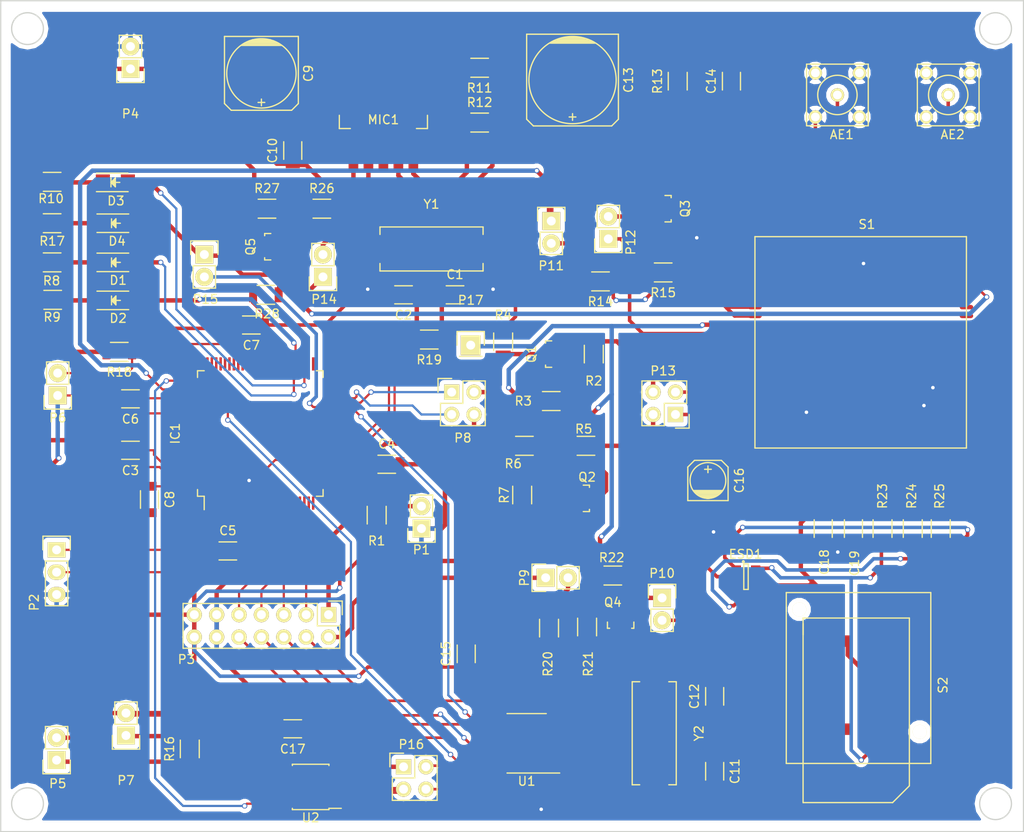
<source format=kicad_pcb>
(kicad_pcb (version 4) (host pcbnew 4.0.2+dfsg1-stable)
  (layers (0 F.Cu signal) (31 B.Cu signal) (34 B.Paste user) (35 F.Paste user) (36 B.SilkS user) (37 F.SilkS user) (38 B.Mask user) (39 F.Mask user) (44 Edge.Cuts user))
  (net 0 "")
  (net 1 GND)
  (net 2 "Net-(AE1-Pad1)")
  (net 3 "Net-(AE2-Pad1)")
  (net 4 "Net-(C1-Pad1)")
  (net 5 "Net-(C2-Pad1)")
  (net 6 "Net-(C3-Pad1)")
  (net 7 5V)
  (net 8 "Net-(C11-Pad1)")
  (net 9 "Net-(C12-Pad1)")
  (net 10 "Net-(C13-Pad1)")
  (net 11 "Net-(C16-Pad1)")
  (net 12 "Net-(C18-Pad1)")
  (net 13 "Net-(D1-Pad2)")
  (net 14 "Net-(D1-Pad1)")
  (net 15 "Net-(D2-Pad2)")
  (net 16 "Net-(D2-Pad1)")
  (net 17 "Net-(D3-Pad2)")
  (net 18 "Net-(D3-Pad1)")
  (net 19 CHECK_PWR_SIM)
  (net 20 "Net-(D4-Pad1)")
  (net 21 "Net-(ESD1-Pad1)")
  (net 22 "Net-(ESD1-Pad3)")
  (net 23 "Net-(IC1-Pad1)")
  (net 24 "Net-(IC1-Pad2)")
  (net 25 "Net-(IC1-Pad3)")
  (net 26 "Net-(IC1-Pad4)")
  (net 27 "Net-(IC1-Pad5)")
  (net 28 "Net-(IC1-Pad6)")
  (net 29 "Net-(IC1-Pad7)")
  (net 30 "Net-(IC1-Pad8)")
  (net 31 "Net-(IC1-Pad9)")
  (net 32 "Net-(IC1-Pad12)")
  (net 33 "Net-(IC1-Pad13)")
  (net 34 "Net-(IC1-Pad14)")
  (net 35 "Net-(IC1-Pad15)")
  (net 36 "Net-(IC1-Pad16)")
  (net 37 "Net-(IC1-Pad17)")
  (net 38 "Net-(IC1-Pad18)")
  (net 39 "Net-(IC1-Pad23)")
  (net 40 "Net-(IC1-Pad24)")
  (net 41 "Net-(IC1-Pad25)")
  (net 42 "Net-(IC1-Pad26)")
  (net 43 "Net-(IC1-Pad27)")
  (net 44 "Net-(IC1-Pad28)")
  (net 45 "Net-(IC1-Pad29)")
  (net 46 RESET)
  (net 47 "Net-(IC1-Pad35)")
  (net 48 "Net-(IC1-Pad36)")
  (net 49 "Net-(IC1-Pad37)")
  (net 50 "Net-(IC1-Pad38)")
  (net 51 "Net-(IC1-Pad39)")
  (net 52 "Net-(IC1-Pad40)")
  (net 53 "Net-(IC1-Pad41)")
  (net 54 "Net-(IC1-Pad42)")
  (net 55 CAN_INT)
  (net 56 RX1)
  (net 57 TX1)
  (net 58 "Net-(IC1-Pad47)")
  (net 59 "Net-(IC1-Pad48)")
  (net 60 "Net-(IC1-Pad49)")
  (net 61 "Net-(IC1-Pad50)")
  (net 62 "Net-(IC1-Pad51)")
  (net 63 "Net-(IC1-Pad52)")
  (net 64 "Net-(IC1-Pad56)")
  (net 65 "Net-(IC1-Pad57)")
  (net 66 "Net-(IC1-Pad58)")
  (net 67 "Net-(IC1-Pad59)")
  (net 68 "Net-(IC1-Pad60)")
  (net 69 "Net-(IC1-Pad63)")
  (net 70 "Net-(IC1-Pad64)")
  (net 71 "Net-(IC1-Pad65)")
  (net 72 "Net-(IC1-Pad66)")
  (net 73 "Net-(IC1-Pad67)")
  (net 74 "Net-(IC1-Pad68)")
  (net 75 "Net-(IC1-Pad69)")
  (net 76 "Net-(IC1-Pad70)")
  (net 77 "Net-(IC1-Pad71)")
  (net 78 "Net-(IC1-Pad72)")
  (net 79 "Net-(IC1-Pad73)")
  (net 80 CAN_RESET)
  (net 81 "Net-(IC1-Pad75)")
  (net 82 CAN_SILMODE)
  (net 83 "Net-(IC1-Pad77)")
  (net 84 PWR_SIM)
  (net 85 "Net-(IC1-Pad79)")
  (net 86 "Net-(IC1-Pad82)")
  (net 87 "Net-(IC1-Pad83)")
  (net 88 "Net-(IC1-Pad84)")
  (net 89 "Net-(IC1-Pad85)")
  (net 90 "Net-(IC1-Pad86)")
  (net 91 "Net-(IC1-Pad87)")
  (net 92 "Net-(IC1-Pad88)")
  (net 93 "Net-(IC1-Pad89)")
  (net 94 "Net-(IC1-Pad90)")
  (net 95 "Net-(IC1-Pad91)")
  (net 96 "Net-(IC1-Pad92)")
  (net 97 "Net-(IC1-Pad93)")
  (net 98 "Net-(IC1-Pad94)")
  (net 99 "Net-(IC1-Pad95)")
  (net 100 "Net-(IC1-Pad96)")
  (net 101 "Net-(IC1-Pad97)")
  (net 102 "Net-(MIC1-Pad5)")
  (net 103 RESET_SIM)
  (net 104 CAN_CS)
  (net 105 CAN_SCK)
  (net 106 CAN_SO)
  (net 107 CAN_SI)
  (net 108 "Net-(P5-Pad1)")
  (net 109 "Net-(P5-Pad2)")
  (net 110 "Net-(Q1-Pad1)")
  (net 111 TX_sim)
  (net 112 "Net-(Q2-Pad1)")
  (net 113 RX_sim)
  (net 114 "Net-(Q3-Pad2)")
  (net 115 VDD_EXT)
  (net 116 "Net-(S1-Pad26)")
  (net 117 "Net-(S1-Pad9)")
  (net 118 "Net-(S1-Pad10)")
  (net 119 "Net-(S1-Pad11)")
  (net 120 "Net-(S1-Pad12)")
  (net 121 "Net-(S1-Pad13)")
  (net 122 "Net-(S1-Pad19)")
  (net 123 "Net-(S1-Pad20)")
  (net 124 "Net-(S1-Pad21)")
  (net 125 "Net-(S1-Pad22)")
  (net 126 "Net-(S1-Pad23)")
  (net 127 "Net-(S1-Pad24)")
  (net 128 "Net-(S1-Pad25)")
  (net 129 "Net-(S1-Pad27)")
  (net 130 "Net-(S1-Pad33)")
  (net 131 "Net-(S1-Pad37)")
  (net 132 "Net-(S1-Pad38)")
  (net 133 "Net-(S1-Pad39)")
  (net 134 "Net-(S1-Pad41)")
  (net 135 "Net-(S1-Pad42)")
  (net 136 "Net-(S1-Pad43)")
  (net 137 "Net-(S1-Pad44)")
  (net 138 "Net-(S1-Pad45)")
  (net 139 "Net-(S1-Pad46)")
  (net 140 "Net-(S1-Pad47)")
  (net 141 "Net-(S1-Pad48)")
  (net 142 "Net-(S1-Pad50)")
  (net 143 "Net-(S1-Pad53)")
  (net 144 "Net-(S1-Pad55)")
  (net 145 "Net-(S1-Pad56)")
  (net 146 "Net-(S1-Pad57)")
  (net 147 "Net-(S1-Pad58)")
  (net 148 "Net-(S1-Pad59)")
  (net 149 "Net-(S1-Pad60)")
  (net 150 "Net-(S1-Pad61)")
  (net 151 "Net-(S1-Pad62)")
  (net 152 "Net-(S1-Pad63)")
  (net 153 "Net-(S2-Pad6)")
  (net 154 "Net-(S2-Pad8)")
  (net 155 "Net-(S2-Pad4)")
  (net 156 "Net-(U1-Pad3)")
  (net 157 "Net-(U1-Pad4)")
  (net 158 "Net-(U1-Pad5)")
  (net 159 "Net-(U1-Pad6)")
  (net 160 "Net-(U1-Pad7)")
  (net 161 "Net-(U1-Pad11)")
  (net 162 "Net-(U1-Pad12)")
  (net 163 "Net-(U1-Pad15)")
  (net 164 "Net-(U2-Pad5)")
  (net 165 "Net-(P7-Pad1)")
  (net 166 "Net-(C19-Pad1)")
  (net 167 "Net-(D4-Pad2)")
  (net 168 "Net-(IC1-Pad45)")
  (net 169 "Net-(IC1-Pad46)")
  (net 170 "Net-(P9-Pad2)")
  (net 171 "Net-(P10-Pad1)")
  (net 172 RESET_SIM_OUT)
  (net 173 "Net-(P11-Pad2)")
  (net 174 "Net-(P12-Pad1)")
  (net 175 "Net-(P12-Pad2)")
  (net 176 "Net-(P13-Pad1)")
  (net 177 "Net-(P13-Pad3)")
  (net 178 "Net-(P14-Pad1)")
  (net 179 "Net-(P14-Pad2)")
  (net 180 "Net-(P16-Pad1)")
  (net 181 "Net-(P16-Pad2)")
  (net 182 "Net-(P16-Pad3)")
  (net 183 "Net-(P16-Pad4)")
  (net 184 "Net-(Q4-Pad2)")
  (net 185 "Net-(Q5-Pad2)")
  (net 186 "Net-(R25-Pad1)")
  (net 187 "Net-(ESD1-Pad5)")
  (net 188 "Net-(R24-Pad1)")
  (net 189 AT_CS)
  (net 190 AT_SCK)
  (net 191 AT_SI)
  (net 192 AT_SO)
  (module Housings_QFP:LQFP-100_14x14mm_Pitch0.5mm (layer F.Cu) (at 121.412 98.806 90)
    (fp_text reference IC1 (at 0 -9.65 90) (layer F.SilkS))
    (fp_text value ATMEGA_2560)
    (pad 1 smd rect (at -7.9 -6 90) (size 1.5 0.28) (layers F.Cu F.Paste F.Mask) (net 23 "Net-(IC1-Pad1)"))
    (pad 2 smd rect (at -7.9 -5.5 90) (size 1.5 0.28) (layers F.Cu F.Paste F.Mask) (net 24 "Net-(IC1-Pad2)"))
    (pad 3 smd rect (at -7.9 -5 90) (size 1.5 0.28) (layers F.Cu F.Paste F.Mask) (net 25 "Net-(IC1-Pad3)"))
    (pad 4 smd rect (at -7.9 -4.5 90) (size 1.5 0.28) (layers F.Cu F.Paste F.Mask) (net 26 "Net-(IC1-Pad4)"))
    (pad 5 smd rect (at -7.9 -4 90) (size 1.5 0.28) (layers F.Cu F.Paste F.Mask) (net 27 "Net-(IC1-Pad5)"))
    (pad 6 smd rect (at -7.9 -3.5 90) (size 1.5 0.28) (layers F.Cu F.Paste F.Mask) (net 28 "Net-(IC1-Pad6)"))
    (pad 7 smd rect (at -7.9 -3 90) (size 1.5 0.28) (layers F.Cu F.Paste F.Mask) (net 29 "Net-(IC1-Pad7)"))
    (pad 8 smd rect (at -7.9 -2.5 90) (size 1.5 0.28) (layers F.Cu F.Paste F.Mask) (net 30 "Net-(IC1-Pad8)"))
    (pad 9 smd rect (at -7.9 -2 90) (size 1.5 0.28) (layers F.Cu F.Paste F.Mask) (net 31 "Net-(IC1-Pad9)"))
    (pad 10 smd rect (at -7.9 -1.5 90) (size 1.5 0.28) (layers F.Cu F.Paste F.Mask) (net 7 5V))
    (pad 11 smd rect (at -7.9 -1 90) (size 1.5 0.28) (layers F.Cu F.Paste F.Mask) (net 1 GND))
    (pad 12 smd rect (at -7.9 -0.5 90) (size 1.5 0.28) (layers F.Cu F.Paste F.Mask) (net 32 "Net-(IC1-Pad12)"))
    (pad 13 smd rect (at -7.9 0 90) (size 1.5 0.28) (layers F.Cu F.Paste F.Mask) (net 33 "Net-(IC1-Pad13)"))
    (pad 14 smd rect (at -7.9 0.5 90) (size 1.5 0.28) (layers F.Cu F.Paste F.Mask) (net 34 "Net-(IC1-Pad14)"))
    (pad 15 smd rect (at -7.9 1 90) (size 1.5 0.28) (layers F.Cu F.Paste F.Mask) (net 35 "Net-(IC1-Pad15)"))
    (pad 16 smd rect (at -7.9 1.5 90) (size 1.5 0.28) (layers F.Cu F.Paste F.Mask) (net 36 "Net-(IC1-Pad16)"))
    (pad 17 smd rect (at -7.9 2 90) (size 1.5 0.28) (layers F.Cu F.Paste F.Mask) (net 37 "Net-(IC1-Pad17)"))
    (pad 18 smd rect (at -7.9 2.5 90) (size 1.5 0.28) (layers F.Cu F.Paste F.Mask) (net 38 "Net-(IC1-Pad18)"))
    (pad 19 smd rect (at -7.9 3 90) (size 1.5 0.28) (layers F.Cu F.Paste F.Mask) (net 189 AT_CS))
    (pad 20 smd rect (at -7.9 3.5 90) (size 1.5 0.28) (layers F.Cu F.Paste F.Mask) (net 190 AT_SCK))
    (pad 21 smd rect (at -7.9 4 90) (size 1.5 0.28) (layers F.Cu F.Paste F.Mask) (net 191 AT_SI))
    (pad 22 smd rect (at -7.9 4.5 90) (size 1.5 0.28) (layers F.Cu F.Paste F.Mask) (net 192 AT_SO))
    (pad 23 smd rect (at -7.9 5 90) (size 1.5 0.28) (layers F.Cu F.Paste F.Mask) (net 39 "Net-(IC1-Pad23)"))
    (pad 24 smd rect (at -7.9 5.5 90) (size 1.5 0.28) (layers F.Cu F.Paste F.Mask) (net 40 "Net-(IC1-Pad24)"))
    (pad 25 smd rect (at -7.9 6 90) (size 1.5 0.28) (layers F.Cu F.Paste F.Mask) (net 41 "Net-(IC1-Pad25)"))
    (pad 26 smd rect (at -6 7.9 180) (size 1.5 0.28) (layers F.Cu F.Paste F.Mask) (net 42 "Net-(IC1-Pad26)"))
    (pad 27 smd rect (at -5.5 7.9 180) (size 1.5 0.28) (layers F.Cu F.Paste F.Mask) (net 43 "Net-(IC1-Pad27)"))
    (pad 28 smd rect (at -5 7.9 180) (size 1.5 0.28) (layers F.Cu F.Paste F.Mask) (net 44 "Net-(IC1-Pad28)"))
    (pad 29 smd rect (at -4.5 7.9 180) (size 1.5 0.28) (layers F.Cu F.Paste F.Mask) (net 45 "Net-(IC1-Pad29)"))
    (pad 30 smd rect (at -4 7.9 180) (size 1.5 0.28) (layers F.Cu F.Paste F.Mask) (net 46 RESET))
    (pad 31 smd rect (at -3.5 7.9 180) (size 1.5 0.28) (layers F.Cu F.Paste F.Mask) (net 7 5V))
    (pad 32 smd rect (at -3 7.9 180) (size 1.5 0.28) (layers F.Cu F.Paste F.Mask) (net 1 GND))
    (pad 33 smd rect (at -2.5 7.9 180) (size 1.5 0.28) (layers F.Cu F.Paste F.Mask) (net 4 "Net-(C1-Pad1)"))
    (pad 34 smd rect (at -2 7.9 180) (size 1.5 0.28) (layers F.Cu F.Paste F.Mask) (net 5 "Net-(C2-Pad1)"))
    (pad 35 smd rect (at -1.5 7.9 180) (size 1.5 0.28) (layers F.Cu F.Paste F.Mask) (net 47 "Net-(IC1-Pad35)"))
    (pad 36 smd rect (at -1 7.9 180) (size 1.5 0.28) (layers F.Cu F.Paste F.Mask) (net 48 "Net-(IC1-Pad36)"))
    (pad 37 smd rect (at -0.5 7.9 180) (size 1.5 0.28) (layers F.Cu F.Paste F.Mask) (net 49 "Net-(IC1-Pad37)"))
    (pad 38 smd rect (at 0 7.9 180) (size 1.5 0.28) (layers F.Cu F.Paste F.Mask) (net 50 "Net-(IC1-Pad38)"))
    (pad 39 smd rect (at 0.5 7.9 180) (size 1.5 0.28) (layers F.Cu F.Paste F.Mask) (net 51 "Net-(IC1-Pad39)"))
    (pad 40 smd rect (at 1 7.9 180) (size 1.5 0.28) (layers F.Cu F.Paste F.Mask) (net 52 "Net-(IC1-Pad40)"))
    (pad 41 smd rect (at 1.5 7.9 180) (size 1.5 0.28) (layers F.Cu F.Paste F.Mask) (net 53 "Net-(IC1-Pad41)"))
    (pad 42 smd rect (at 2 7.9 180) (size 1.5 0.28) (layers F.Cu F.Paste F.Mask) (net 54 "Net-(IC1-Pad42)"))
    (pad 43 smd rect (at 2.5 7.9 180) (size 1.5 0.28) (layers F.Cu F.Paste F.Mask) (net 55 CAN_INT))
    (pad 44 smd rect (at 3 7.9 180) (size 1.5 0.28) (layers F.Cu F.Paste F.Mask) (net 19 CHECK_PWR_SIM))
    (pad 45 smd rect (at 3.5 7.9 180) (size 1.5 0.28) (layers F.Cu F.Paste F.Mask) (net 168 "Net-(IC1-Pad45)"))
    (pad 46 smd rect (at 4 7.9 180) (size 1.5 0.28) (layers F.Cu F.Paste F.Mask) (net 169 "Net-(IC1-Pad46)"))
    (pad 47 smd rect (at 4.5 7.9 180) (size 1.5 0.28) (layers F.Cu F.Paste F.Mask) (net 58 "Net-(IC1-Pad47)"))
    (pad 48 smd rect (at 5 7.9 180) (size 1.5 0.28) (layers F.Cu F.Paste F.Mask) (net 59 "Net-(IC1-Pad48)"))
    (pad 49 smd rect (at 5.5 7.9 180) (size 1.5 0.28) (layers F.Cu F.Paste F.Mask) (net 60 "Net-(IC1-Pad49)"))
    (pad 50 smd rect (at 6 7.9 180) (size 1.5 0.28) (layers F.Cu F.Paste F.Mask) (net 61 "Net-(IC1-Pad50)"))
    (pad 51 smd rect (at 7.9 6 90) (size 1.5 0.28) (layers F.Cu F.Paste F.Mask) (net 62 "Net-(IC1-Pad51)"))
    (pad 52 smd rect (at 7.9 5.5 90) (size 1.5 0.28) (layers F.Cu F.Paste F.Mask) (net 63 "Net-(IC1-Pad52)"))
    (pad 53 smd rect (at 7.9 5 90) (size 1.5 0.28) (layers F.Cu F.Paste F.Mask) (net 17 "Net-(D3-Pad2)"))
    (pad 54 smd rect (at 7.9 4.5 90) (size 1.5 0.28) (layers F.Cu F.Paste F.Mask) (net 13 "Net-(D1-Pad2)"))
    (pad 55 smd rect (at 7.9 4 90) (size 1.5 0.28) (layers F.Cu F.Paste F.Mask) (net 15 "Net-(D2-Pad2)"))
    (pad 56 smd rect (at 7.9 3.5 90) (size 1.5 0.28) (layers F.Cu F.Paste F.Mask) (net 64 "Net-(IC1-Pad56)"))
    (pad 57 smd rect (at 7.9 3 90) (size 1.5 0.28) (layers F.Cu F.Paste F.Mask) (net 65 "Net-(IC1-Pad57)"))
    (pad 58 smd rect (at 7.9 2.5 90) (size 1.5 0.28) (layers F.Cu F.Paste F.Mask) (net 66 "Net-(IC1-Pad58)"))
    (pad 59 smd rect (at 7.9 2 90) (size 1.5 0.28) (layers F.Cu F.Paste F.Mask) (net 67 "Net-(IC1-Pad59)"))
    (pad 60 smd rect (at 7.9 1.5 90) (size 1.5 0.28) (layers F.Cu F.Paste F.Mask) (net 68 "Net-(IC1-Pad60)"))
    (pad 61 smd rect (at 7.9 1 90) (size 1.5 0.28) (layers F.Cu F.Paste F.Mask) (net 7 5V))
    (pad 62 smd rect (at 7.9 0.5 90) (size 1.5 0.28) (layers F.Cu F.Paste F.Mask) (net 1 GND))
    (pad 63 smd rect (at 7.9 0 90) (size 1.5 0.28) (layers F.Cu F.Paste F.Mask) (net 69 "Net-(IC1-Pad63)"))
    (pad 64 smd rect (at 7.9 -0.5 90) (size 1.5 0.28) (layers F.Cu F.Paste F.Mask) (net 70 "Net-(IC1-Pad64)"))
    (pad 65 smd rect (at 7.9 -1 90) (size 1.5 0.28) (layers F.Cu F.Paste F.Mask) (net 71 "Net-(IC1-Pad65)"))
    (pad 66 smd rect (at 7.9 -1.5 90) (size 1.5 0.28) (layers F.Cu F.Paste F.Mask) (net 72 "Net-(IC1-Pad66)"))
    (pad 67 smd rect (at 7.9 -2 90) (size 1.5 0.28) (layers F.Cu F.Paste F.Mask) (net 73 "Net-(IC1-Pad67)"))
    (pad 68 smd rect (at 7.9 -2.5 90) (size 1.5 0.28) (layers F.Cu F.Paste F.Mask) (net 74 "Net-(IC1-Pad68)"))
    (pad 69 smd rect (at 7.9 -3 90) (size 1.5 0.28) (layers F.Cu F.Paste F.Mask) (net 75 "Net-(IC1-Pad69)"))
    (pad 70 smd rect (at 7.9 -3.5 90) (size 1.5 0.28) (layers F.Cu F.Paste F.Mask) (net 76 "Net-(IC1-Pad70)"))
    (pad 71 smd rect (at 7.9 -4 90) (size 1.5 0.28) (layers F.Cu F.Paste F.Mask) (net 77 "Net-(IC1-Pad71)"))
    (pad 72 smd rect (at 7.9 -4.5 90) (size 1.5 0.28) (layers F.Cu F.Paste F.Mask) (net 78 "Net-(IC1-Pad72)"))
    (pad 73 smd rect (at 7.9 -5 90) (size 1.5 0.28) (layers F.Cu F.Paste F.Mask) (net 79 "Net-(IC1-Pad73)"))
    (pad 74 smd rect (at 7.9 -5.5 90) (size 1.5 0.28) (layers F.Cu F.Paste F.Mask) (net 80 CAN_RESET))
    (pad 75 smd rect (at 7.9 -6 90) (size 1.5 0.28) (layers F.Cu F.Paste F.Mask) (net 81 "Net-(IC1-Pad75)"))
    (pad 76 smd rect (at 6 -7.9 180) (size 1.5 0.28) (layers F.Cu F.Paste F.Mask) (net 82 CAN_SILMODE))
    (pad 77 smd rect (at 5.5 -7.9 180) (size 1.5 0.28) (layers F.Cu F.Paste F.Mask) (net 83 "Net-(IC1-Pad77)"))
    (pad 78 smd rect (at 5 -7.9 180) (size 1.5 0.28) (layers F.Cu F.Paste F.Mask) (net 84 PWR_SIM))
    (pad 79 smd rect (at 4.5 -7.9 180) (size 1.5 0.28) (layers F.Cu F.Paste F.Mask) (net 85 "Net-(IC1-Pad79)"))
    (pad 80 smd rect (at 4 -7.9 180) (size 1.5 0.28) (layers F.Cu F.Paste F.Mask) (net 7 5V))
    (pad 81 smd rect (at 3.5 -7.9 180) (size 1.5 0.28) (layers F.Cu F.Paste F.Mask) (net 1 GND))
    (pad 82 smd rect (at 3 -7.9 180) (size 1.5 0.28) (layers F.Cu F.Paste F.Mask) (net 86 "Net-(IC1-Pad82)"))
    (pad 83 smd rect (at 2.5 -7.9 180) (size 1.5 0.28) (layers F.Cu F.Paste F.Mask) (net 87 "Net-(IC1-Pad83)"))
    (pad 84 smd rect (at 2 -7.9 180) (size 1.5 0.28) (layers F.Cu F.Paste F.Mask) (net 88 "Net-(IC1-Pad84)"))
    (pad 85 smd rect (at 1.5 -7.9 180) (size 1.5 0.28) (layers F.Cu F.Paste F.Mask) (net 89 "Net-(IC1-Pad85)"))
    (pad 86 smd rect (at 1 -7.9 180) (size 1.5 0.28) (layers F.Cu F.Paste F.Mask) (net 90 "Net-(IC1-Pad86)"))
    (pad 87 smd rect (at 0.5 -7.9 180) (size 1.5 0.28) (layers F.Cu F.Paste F.Mask) (net 91 "Net-(IC1-Pad87)"))
    (pad 88 smd rect (at 0 -7.9 180) (size 1.5 0.28) (layers F.Cu F.Paste F.Mask) (net 92 "Net-(IC1-Pad88)"))
    (pad 89 smd rect (at -0.5 -7.9 180) (size 1.5 0.28) (layers F.Cu F.Paste F.Mask) (net 93 "Net-(IC1-Pad89)"))
    (pad 90 smd rect (at -1 -7.9 180) (size 1.5 0.28) (layers F.Cu F.Paste F.Mask) (net 94 "Net-(IC1-Pad90)"))
    (pad 91 smd rect (at -1.5 -7.9 180) (size 1.5 0.28) (layers F.Cu F.Paste F.Mask) (net 95 "Net-(IC1-Pad91)"))
    (pad 92 smd rect (at -2 -7.9 180) (size 1.5 0.28) (layers F.Cu F.Paste F.Mask) (net 96 "Net-(IC1-Pad92)"))
    (pad 93 smd rect (at -2.5 -7.9 180) (size 1.5 0.28) (layers F.Cu F.Paste F.Mask) (net 97 "Net-(IC1-Pad93)"))
    (pad 94 smd rect (at -3 -7.9 180) (size 1.5 0.28) (layers F.Cu F.Paste F.Mask) (net 98 "Net-(IC1-Pad94)"))
    (pad 95 smd rect (at -3.5 -7.9 180) (size 1.5 0.28) (layers F.Cu F.Paste F.Mask) (net 99 "Net-(IC1-Pad95)"))
    (pad 96 smd rect (at -4 -7.9 180) (size 1.5 0.28) (layers F.Cu F.Paste F.Mask) (net 100 "Net-(IC1-Pad96)"))
    (pad 97 smd rect (at -4.5 -7.9 180) (size 1.5 0.28) (layers F.Cu F.Paste F.Mask) (net 101 "Net-(IC1-Pad97)"))
    (pad 98 smd rect (at -5 -7.9 180) (size 1.5 0.28) (layers F.Cu F.Paste F.Mask) (net 6 "Net-(C3-Pad1)"))
    (pad 99 smd rect (at -5.5 -7.9 180) (size 1.5 0.28) (layers F.Cu F.Paste F.Mask) (net 1 GND))
    (pad 100 smd rect (at -6 -7.9 180) (size 1.5 0.28) (layers F.Cu F.Paste F.Mask) (net 7 5V))
  )
  (module hermas_mod:SMA-13 (layer F.Cu) (at 184.404 62.865)
    (fp_text reference AE1 (at 3 2) (layer F.SilkS))
    (fp_text value Ant_GSM)
    (pad 2 thru_hole circle (at 0 0) (size 1.524 1.524) (drill 1) (layers *.Cu *.Mask F.SilkS) (net 1 GND))
    (pad 2 thru_hole circle (at 5 0) (size 1.524 1.524) (drill 1) (layers *.Cu *.Mask F.SilkS) (net 1 GND))
    (pad 2 thru_hole circle (at 5 -5) (size 1.524 1.524) (drill 1) (layers *.Cu *.Mask F.SilkS) (net 1 GND))
    (pad 2 thru_hole circle (at 0 -5) (size 1.524 1.524) (drill 1) (layers *.Cu *.Mask F.SilkS) (net 1 GND))
    (pad 1 thru_hole circle (at 2.5 -2.5) (size 1.524 1.524) (drill 1) (layers *.Cu *.Mask F.SilkS) (net 2 "Net-(AE1-Pad1)"))
  )
  (module TO_SOT_Packages_SMD:SOT-23 (layer F.Cu) (at 167.386 73.279 270)
    (fp_text reference Q3 (at 0 -2.25 270) (layer F.SilkS))
    (fp_text value BC237)
    (pad 1 smd rect (at -0.95 1.00076 270) (size 0.8001 0.8001) (layers F.Cu F.Paste F.Mask) (net 175 "Net-(P12-Pad2)"))
    (pad 2 smd rect (at 0.95 1.00076 270) (size 0.8001 0.8001) (layers F.Cu F.Paste F.Mask) (net 114 "Net-(Q3-Pad2)"))
    (pad 3 smd rect (at 0 -0.99822 270) (size 0.8001 0.8001) (layers F.Cu F.Paste F.Mask) (net 1 GND))
  )
  (module Resistors_SMD:R_1206 (layer F.Cu) (at 140.589 88.138 180)
    (fp_text reference R19 (at 0 -2.3 180) (layer F.SilkS))
    (fp_text value 1M)
    (pad 1 smd rect (at -1.45 0 180) (size 0.9 1.7) (layers F.Cu F.Paste F.Mask) (net 4 "Net-(C1-Pad1)"))
    (pad 2 smd rect (at 1.45 0 180) (size 0.9 1.7) (layers F.Cu F.Paste F.Mask) (net 5 "Net-(C2-Pad1)"))
  )
  (module hermas_mod:SIM_CONNECTOR (layer F.Cu) (at 189.357 127.381 90)
    (fp_text reference S2 (at 0 9.525 90) (layer F.SilkS))
    (fp_text value SIM_CONN)
    (pad "" np_thru_hole circle (at -5.3 6.89 90) (size 1.6 1.6) (drill 1.6) (layers *.Cu *.Mask F.SilkS))
    (pad 7 smd rect (at -5 1.27 90) (size 1.3 1) (layers F.Cu F.Paste F.Mask) (net 187 "Net-(ESD1-Pad5)"))
    (pad 6 smd rect (at -5 -1.27 90) (size 1.3 1) (layers F.Cu F.Paste F.Mask) (net 153 "Net-(S2-Pad6)"))
    (pad 5 smd rect (at -5 -3.81 90) (size 1.3 1) (layers F.Cu F.Paste F.Mask) (net 1 GND))
    (pad 8 smd rect (at -5 3.81 90) (size 1.3 1) (layers F.Cu F.Paste F.Mask) (net 154 "Net-(S2-Pad8)"))
    (pad 4 smd rect (at 5 3.81 90) (size 1.3 1) (layers F.Cu F.Paste F.Mask) (net 155 "Net-(S2-Pad4)"))
    (pad 3 smd rect (at 5 1.27 90) (size 1.3 1) (layers F.Cu F.Paste F.Mask) (net 22 "Net-(ESD1-Pad3)"))
    (pad 2 smd rect (at 5 -1.27 90) (size 1.3 1) (layers F.Cu F.Paste F.Mask) (net 21 "Net-(ESD1-Pad1)"))
    (pad 1 smd rect (at 5 -3.81 90) (size 1.3 1) (layers F.Cu F.Paste F.Mask) (net 12 "Net-(C18-Pad1)"))
    (pad "" np_thru_hole circle (at 8.6 -6.78 90) (size 1.6 1.6) (drill 1.6) (layers *.Cu *.Mask F.SilkS))
  )
  (module hermas_mod:SMA-13 (layer F.Cu) (at 196.977 62.865)
    (fp_text reference AE2 (at 3 2) (layer F.SilkS))
    (fp_text value Ant_GPS)
    (pad 2 thru_hole circle (at 0 0) (size 1.524 1.524) (drill 1) (layers *.Cu *.Mask F.SilkS) (net 1 GND))
    (pad 2 thru_hole circle (at 5 0) (size 1.524 1.524) (drill 1) (layers *.Cu *.Mask F.SilkS) (net 1 GND))
    (pad 2 thru_hole circle (at 5 -5) (size 1.524 1.524) (drill 1) (layers *.Cu *.Mask F.SilkS) (net 1 GND))
    (pad 2 thru_hole circle (at 0 -5) (size 1.524 1.524) (drill 1) (layers *.Cu *.Mask F.SilkS) (net 1 GND))
    (pad 1 thru_hole circle (at 2.5 -2.5) (size 1.524 1.524) (drill 1) (layers *.Cu *.Mask F.SilkS) (net 3 "Net-(AE2-Pad1)"))
  )
  (module Capacitors_SMD:C_1206 (layer F.Cu) (at 143.51 83.058)
    (fp_text reference C1 (at 0 -2.3) (layer F.SilkS))
    (fp_text value 22pF)
    (pad 1 smd rect (at -1.5 0) (size 1 1.6) (layers F.Cu F.Paste F.Mask) (net 4 "Net-(C1-Pad1)"))
    (pad 2 smd rect (at 1.5 0) (size 1 1.6) (layers F.Cu F.Paste F.Mask) (net 1 GND))
  )
  (module Capacitors_SMD:C_1206 (layer F.Cu) (at 137.668 83.058 180)
    (fp_text reference C2 (at 0 -2.3 180) (layer F.SilkS))
    (fp_text value 22pF)
    (pad 1 smd rect (at -1.5 0 180) (size 1 1.6) (layers F.Cu F.Paste F.Mask) (net 5 "Net-(C2-Pad1)"))
    (pad 2 smd rect (at 1.5 0 180) (size 1 1.6) (layers F.Cu F.Paste F.Mask) (net 1 GND))
  )
  (module Capacitors_SMD:C_1206 (layer F.Cu) (at 106.68 100.711 180)
    (fp_text reference C3 (at 0 -2.3 180) (layer F.SilkS))
    (fp_text value 100nf)
    (pad 1 smd rect (at -1.5 0 180) (size 1 1.6) (layers F.Cu F.Paste F.Mask) (net 6 "Net-(C3-Pad1)"))
    (pad 2 smd rect (at 1.5 0 180) (size 1 1.6) (layers F.Cu F.Paste F.Mask) (net 1 GND))
  )
  (module Capacitors_SMD:C_1206 (layer F.Cu) (at 135.763 102.2985)
    (fp_text reference C4 (at 0 -2.3) (layer F.SilkS))
    (fp_text value 100nf)
    (pad 1 smd rect (at -1.5 0) (size 1 1.6) (layers F.Cu F.Paste F.Mask) (net 7 5V))
    (pad 2 smd rect (at 1.5 0) (size 1 1.6) (layers F.Cu F.Paste F.Mask) (net 1 GND))
  )
  (module Capacitors_SMD:C_1206 (layer F.Cu) (at 117.729 112.141)
    (fp_text reference C5 (at 0 -2.3) (layer F.SilkS))
    (fp_text value 100nf)
    (pad 1 smd rect (at -1.5 0) (size 1 1.6) (layers F.Cu F.Paste F.Mask) (net 7 5V))
    (pad 2 smd rect (at 1.5 0) (size 1 1.6) (layers F.Cu F.Paste F.Mask) (net 1 GND))
  )
  (module Capacitors_SMD:C_1206 (layer F.Cu) (at 106.68 94.869 180)
    (fp_text reference C6 (at 0 -2.3 180) (layer F.SilkS))
    (fp_text value 100nf)
    (pad 1 smd rect (at -1.5 0 180) (size 1 1.6) (layers F.Cu F.Paste F.Mask) (net 7 5V))
    (pad 2 smd rect (at 1.5 0 180) (size 1 1.6) (layers F.Cu F.Paste F.Mask) (net 1 GND))
  )
  (module Capacitors_SMD:C_1206 (layer F.Cu) (at 120.396 86.487 180)
    (fp_text reference C7 (at 0 -2.3 180) (layer F.SilkS))
    (fp_text value 100nf)
    (pad 1 smd rect (at -1.5 0 180) (size 1 1.6) (layers F.Cu F.Paste F.Mask) (net 7 5V))
    (pad 2 smd rect (at 1.5 0 180) (size 1 1.6) (layers F.Cu F.Paste F.Mask) (net 1 GND))
  )
  (module Capacitors_SMD:C_1206 (layer F.Cu) (at 108.839 106.299 270)
    (fp_text reference C8 (at 0 -2.3 270) (layer F.SilkS))
    (fp_text value 100nf)
    (pad 1 smd rect (at -1.5 0 270) (size 1 1.6) (layers F.Cu F.Paste F.Mask) (net 7 5V))
    (pad 2 smd rect (at 1.5 0 270) (size 1 1.6) (layers F.Cu F.Paste F.Mask) (net 1 GND))
  )
  (module Capacitors_SMD:c_elec_8x5.4 (layer F.Cu) (at 121.539 57.912 270)
    (fp_text reference C9 (at 0 -5.334 270) (layer F.SilkS))
    (fp_text value 100uF)
    (pad 1 smd rect (at 3.05054 0 270) (size 4.0005 1.6002) (layers F.Cu F.Paste F.Mask) (net 7 5V))
    (pad 2 smd rect (at -3.05054 0 270) (size 4.0005 1.6002) (layers F.Cu F.Paste F.Mask) (net 1 GND))
  )
  (module Capacitors_SMD:C_1206 (layer F.Cu) (at 125.095 66.675 90)
    (fp_text reference C10 (at 0 -2.3 90) (layer F.SilkS))
    (fp_text value 1uF)
    (pad 1 smd rect (at -1.5 0 90) (size 1 1.6) (layers F.Cu F.Paste F.Mask) (net 7 5V))
    (pad 2 smd rect (at 1.5 0 90) (size 1 1.6) (layers F.Cu F.Paste F.Mask) (net 1 GND))
  )
  (module Capacitors_SMD:C_1206 (layer F.Cu) (at 172.974 137.16 270)
    (fp_text reference C11 (at 0 -2.3 270) (layer F.SilkS))
    (fp_text value 22pF)
    (pad 1 smd rect (at -1.5 0 270) (size 1 1.6) (layers F.Cu F.Paste F.Mask) (net 8 "Net-(C11-Pad1)"))
    (pad 2 smd rect (at 1.5 0 270) (size 1 1.6) (layers F.Cu F.Paste F.Mask) (net 1 GND))
  )
  (module Capacitors_SMD:C_1206 (layer F.Cu) (at 172.974 128.651 90)
    (fp_text reference C12 (at 0 -2.3 90) (layer F.SilkS))
    (fp_text value 22pF)
    (pad 1 smd rect (at -1.5 0 90) (size 1 1.6) (layers F.Cu F.Paste F.Mask) (net 9 "Net-(C12-Pad1)"))
    (pad 2 smd rect (at 1.5 0 90) (size 1 1.6) (layers F.Cu F.Paste F.Mask) (net 1 GND))
  )
  (module Capacitors_SMD:c_elec_10x10 (layer F.Cu) (at 156.845 58.674 270)
    (fp_text reference C13 (at 0 -6.35 270) (layer F.SilkS))
    (fp_text value 330uF)
    (pad 1 smd rect (at 4.0005 0 270) (size 4.0005 2.4003) (layers F.Cu F.Paste F.Mask) (net 10 "Net-(C13-Pad1)"))
    (pad 2 smd rect (at -4.0005 0 270) (size 4.0005 2.4003) (layers F.Cu F.Paste F.Mask) (net 1 GND))
  )
  (module Capacitors_SMD:C_1206 (layer F.Cu) (at 174.879 58.801 90)
    (fp_text reference C14 (at 0 -2.3 90) (layer F.SilkS))
    (fp_text value 100nF)
    (pad 1 smd rect (at -1.5 0 90) (size 1 1.6) (layers F.Cu F.Paste F.Mask) (net 10 "Net-(C13-Pad1)"))
    (pad 2 smd rect (at 1.5 0 90) (size 1 1.6) (layers F.Cu F.Paste F.Mask) (net 1 GND))
  )
  (module Capacitors_SMD:C_1206 (layer F.Cu) (at 144.78 123.825 90)
    (fp_text reference C15 (at 0 -2.3 90) (layer F.SilkS))
    (fp_text value 100nf)
    (pad 1 smd rect (at -1.5 0 90) (size 1 1.6) (layers F.Cu F.Paste F.Mask) (net 7 5V))
    (pad 2 smd rect (at 1.5 0 90) (size 1 1.6) (layers F.Cu F.Paste F.Mask) (net 1 GND))
  )
  (module Capacitors_SMD:c_elec_4x5.3 (layer F.Cu) (at 172.212 104.14 90)
    (fp_text reference C16 (at 0 3.556 90) (layer F.SilkS))
    (fp_text value 4.7uf)
    (pad 1 smd rect (at 1.80086 0 90) (size 2.60096 1.6002) (layers F.Cu F.Paste F.Mask) (net 11 "Net-(C16-Pad1)"))
    (pad 2 smd rect (at -1.80086 0 90) (size 2.60096 1.6002) (layers F.Cu F.Paste F.Mask) (net 1 GND))
  )
  (module Capacitors_SMD:C_1206 (layer F.Cu) (at 125.095 132.334 180)
    (fp_text reference C17 (at 0 -2.3 180) (layer F.SilkS))
    (fp_text value 100nf)
    (pad 1 smd rect (at -1.5 0 180) (size 1 1.6) (layers F.Cu F.Paste F.Mask) (net 7 5V))
    (pad 2 smd rect (at 1.5 0 180) (size 1 1.6) (layers F.Cu F.Paste F.Mask) (net 1 GND))
  )
  (module Capacitors_SMD:C_1206 (layer F.Cu) (at 185.293 109.601 270)
    (fp_text reference C18 (at 3.81 -0.127 270) (layer F.SilkS))
    (fp_text value 1uF)
    (pad 1 smd rect (at -1.5 0 270) (size 1 1.6) (layers F.Cu F.Paste F.Mask) (net 12 "Net-(C18-Pad1)"))
    (pad 2 smd rect (at 1.5 0 270) (size 1 1.6) (layers F.Cu F.Paste F.Mask) (net 1 GND))
  )
  (module Capacitors_SMD:C_1206 (layer F.Cu) (at 188.722 109.601 270)
    (fp_text reference C19 (at 3.937 -0.127 270) (layer F.SilkS))
    (fp_text value 22pf)
    (pad 1 smd rect (at -1.5 0 270) (size 1 1.6) (layers F.Cu F.Paste F.Mask) (net 166 "Net-(C19-Pad1)"))
    (pad 2 smd rect (at 1.5 0 270) (size 1 1.6) (layers F.Cu F.Paste F.Mask) (net 1 GND))
  )
  (module LEDs:LED_1206 (layer F.Cu) (at 105.029 79.375)
    (fp_text reference D1 (at 0.254 2.032) (layer F.SilkS))
    (fp_text value LED)
    (pad 2 smd rect (at 1.41986 0 180) (size 1.59766 1.80086) (layers F.Cu F.Paste F.Mask) (net 13 "Net-(D1-Pad2)"))
    (pad 1 smd rect (at -1.41986 0 180) (size 1.59766 1.80086) (layers F.Cu F.Paste F.Mask) (net 14 "Net-(D1-Pad1)"))
  )
  (module LEDs:LED_1206 (layer F.Cu) (at 105.029 83.693)
    (fp_text reference D2 (at 0.254 2.032 180) (layer F.SilkS))
    (fp_text value LED)
    (pad 2 smd rect (at 1.41986 0 180) (size 1.59766 1.80086) (layers F.Cu F.Paste F.Mask) (net 15 "Net-(D2-Pad2)"))
    (pad 1 smd rect (at -1.41986 0 180) (size 1.59766 1.80086) (layers F.Cu F.Paste F.Mask) (net 16 "Net-(D2-Pad1)"))
  )
  (module LEDs:LED_1206 (layer F.Cu) (at 104.9655 70.2945)
    (fp_text reference D3 (at 0.0635 2.0955 180) (layer F.SilkS))
    (fp_text value LED)
    (pad 2 smd rect (at 1.41986 0 180) (size 1.59766 1.80086) (layers F.Cu F.Paste F.Mask) (net 17 "Net-(D3-Pad2)"))
    (pad 1 smd rect (at -1.41986 0 180) (size 1.59766 1.80086) (layers F.Cu F.Paste F.Mask) (net 18 "Net-(D3-Pad1)"))
  )
  (module LEDs:LED_1206 (layer F.Cu) (at 105.029 74.93)
    (fp_text reference D4 (at 0.127 2.032 180) (layer F.SilkS))
    (fp_text value LED)
    (pad 2 smd rect (at 1.41986 0 180) (size 1.59766 1.80086) (layers F.Cu F.Paste F.Mask) (net 167 "Net-(D4-Pad2)"))
    (pad 1 smd rect (at -1.41986 0 180) (size 1.59766 1.80086) (layers F.Cu F.Paste F.Mask) (net 20 "Net-(D4-Pad1)"))
  )
  (module TO_SOT_Packages_SMD:SOT-23-5 (layer F.Cu) (at 176.53 115.062)
    (fp_text reference ESD1 (at -0.05 -2.55) (layer F.SilkS))
    (fp_text value ESDA6V1SC5)
    (pad 1 smd rect (at -1.1 -0.95) (size 1.06 0.65) (layers F.Cu F.Paste F.Mask) (net 21 "Net-(ESD1-Pad1)"))
    (pad 2 smd rect (at -1.1 0) (size 1.06 0.65) (layers F.Cu F.Paste F.Mask) (net 1 GND))
    (pad 3 smd rect (at -1.1 0.95) (size 1.06 0.65) (layers F.Cu F.Paste F.Mask) (net 22 "Net-(ESD1-Pad3)"))
    (pad 4 smd rect (at 1.1 0.95) (size 1.06 0.65) (layers F.Cu F.Paste F.Mask) (net 12 "Net-(C18-Pad1)"))
    (pad 5 smd rect (at 1.1 -0.95) (size 1.06 0.65) (layers F.Cu F.Paste F.Mask) (net 187 "Net-(ESD1-Pad5)"))
  )
  (module TO_SOT_Packages_SMD:TO-263-5Lead (layer F.Cu) (at 135.382 66.675 90)
    (fp_text reference MIC1 (at 3.5 0 180) (layer F.SilkS))
    (fp_text value MIC29302)
    (pad 5 smd rect (at 0 3.4 90) (size 4.6 1.1) (layers F.Cu F.Paste F.Mask) (net 102 "Net-(MIC1-Pad5)"))
    (pad 4 smd rect (at 0 1.7 90) (size 4.6 1.1) (layers F.Cu F.Paste F.Mask) (net 10 "Net-(C13-Pad1)"))
    (pad 2 smd rect (at 0 -1.7 90) (size 4.6 1.1) (layers F.Cu F.Paste F.Mask) (net 7 5V))
    (pad 3 smd rect (at 9.15 0 90) (size 9.4 10.8) (layers F.Cu F.Paste F.Mask) (net 1 GND))
    (pad 3 smd rect (at 0 0 90) (size 4.6 1.1) (layers F.Cu F.Paste F.Mask) (net 1 GND))
    (pad 1 smd rect (at 0 -3.4 90) (size 4.6 1.1) (layers F.Cu F.Paste F.Mask) (net 7 5V))
  )
  (module Pin_Headers:Pin_Header_Straight_1x02 (layer F.Cu) (at 139.7 109.601 180)
    (fp_text reference P1 (at 0 -2.413 180) (layer F.SilkS))
    (fp_text value RST_MCU)
    (pad 1 thru_hole rect (at 0 0 180) (size 2.032 2.032) (drill 1.016) (layers *.Cu *.Mask F.SilkS) (net 1 GND))
    (pad 2 thru_hole oval (at 0 2.54 180) (size 2.032 2.032) (drill 1.016) (layers *.Cu *.Mask F.SilkS) (net 46 RESET))
  )
  (module Pin_Headers:Pin_Header_Straight_1x03 (layer F.Cu) (at 98.298 112.014)
    (fp_text reference P2 (at -2.54 5.969 90) (layer F.SilkS))
    (fp_text value UART0)
    (pad 1 thru_hole rect (at 0 0) (size 2.032 1.7272) (drill 1.016) (layers *.Cu *.Mask F.SilkS) (net 24 "Net-(IC1-Pad2)"))
    (pad 2 thru_hole oval (at 0 2.54) (size 2.032 1.7272) (drill 1.016) (layers *.Cu *.Mask F.SilkS) (net 25 "Net-(IC1-Pad3)"))
    (pad 3 thru_hole oval (at 0 5.08) (size 2.032 1.7272) (drill 1.016) (layers *.Cu *.Mask F.SilkS) (net 1 GND))
  )
  (module Pin_Headers:Pin_Header_Straight_2x07 (layer F.Cu) (at 129.159 119.38 270)
    (fp_text reference P3 (at 5.08 16.129 360) (layer F.SilkS))
    (fp_text value CONN_02X07)
    (pad 1 thru_hole rect (at 0 0 270) (size 1.7272 1.7272) (drill 1.016) (layers *.Cu *.Mask F.SilkS) (net 46 RESET))
    (pad 2 thru_hole oval (at 2.54 0 270) (size 1.7272 1.7272) (drill 1.016) (layers *.Cu *.Mask F.SilkS) (net 103 RESET_SIM))
    (pad 3 thru_hole oval (at 0 2.54 270) (size 1.7272 1.7272) (drill 1.016) (layers *.Cu *.Mask F.SilkS) (net 192 AT_SO))
    (pad 4 thru_hole oval (at 2.54 2.54 270) (size 1.7272 1.7272) (drill 1.016) (layers *.Cu *.Mask F.SilkS) (net 106 CAN_SO))
    (pad 5 thru_hole oval (at 0 5.08 270) (size 1.7272 1.7272) (drill 1.016) (layers *.Cu *.Mask F.SilkS) (net 191 AT_SI))
    (pad 6 thru_hole oval (at 2.54 5.08 270) (size 1.7272 1.7272) (drill 1.016) (layers *.Cu *.Mask F.SilkS) (net 107 CAN_SI))
    (pad 7 thru_hole oval (at 0 7.62 270) (size 1.7272 1.7272) (drill 1.016) (layers *.Cu *.Mask F.SilkS) (net 190 AT_SCK))
    (pad 8 thru_hole oval (at 2.54 7.62 270) (size 1.7272 1.7272) (drill 1.016) (layers *.Cu *.Mask F.SilkS) (net 105 CAN_SCK))
    (pad 9 thru_hole oval (at 0 10.16 270) (size 1.7272 1.7272) (drill 1.016) (layers *.Cu *.Mask F.SilkS) (net 189 AT_CS))
    (pad 10 thru_hole oval (at 2.54 10.16 270) (size 1.7272 1.7272) (drill 1.016) (layers *.Cu *.Mask F.SilkS) (net 104 CAN_CS))
    (pad 11 thru_hole oval (at 0 12.7 270) (size 1.7272 1.7272) (drill 1.016) (layers *.Cu *.Mask F.SilkS) (net 1 GND))
    (pad 12 thru_hole oval (at 2.54 12.7 270) (size 1.7272 1.7272) (drill 1.016) (layers *.Cu *.Mask F.SilkS) (net 1 GND))
    (pad 13 thru_hole oval (at 0 15.24 270) (size 1.7272 1.7272) (drill 1.016) (layers *.Cu *.Mask F.SilkS) (net 7 5V))
    (pad 14 thru_hole oval (at 2.54 15.24 270) (size 1.7272 1.7272) (drill 1.016) (layers *.Cu *.Mask F.SilkS) (net 7 5V))
  )
  (module Pin_Headers:Pin_Header_Straight_1x02 (layer F.Cu) (at 106.68 57.404 180)
    (fp_text reference P4 (at 0 -5.1 180) (layer F.SilkS))
    (fp_text value POWER_5V)
    (pad 1 thru_hole rect (at 0 0 180) (size 2.032 2.032) (drill 1.016) (layers *.Cu *.Mask F.SilkS) (net 7 5V))
    (pad 2 thru_hole oval (at 0 2.54 180) (size 2.032 2.032) (drill 1.016) (layers *.Cu *.Mask F.SilkS) (net 1 GND))
  )
  (module Pin_Headers:Pin_Header_Straight_1x02 (layer F.Cu) (at 98.298 135.89 180)
    (fp_text reference P5 (at -0.127 -2.667 360) (layer F.SilkS))
    (fp_text value CAN)
    (pad 1 thru_hole rect (at 0 0 180) (size 2.032 2.032) (drill 1.016) (layers *.Cu *.Mask F.SilkS) (net 108 "Net-(P5-Pad1)"))
    (pad 2 thru_hole oval (at 0 2.54 180) (size 2.032 2.032) (drill 1.016) (layers *.Cu *.Mask F.SilkS) (net 109 "Net-(P5-Pad2)"))
  )
  (module Pin_Headers:Pin_Header_Straight_1x02 (layer F.Cu) (at 98.425 94.488 180)
    (fp_text reference P6 (at 0 -2.54 180) (layer F.SilkS))
    (fp_text value DEBUG)
    (pad 1 thru_hole rect (at 0 0 180) (size 2.032 2.032) (drill 1.016) (layers *.Cu *.Mask F.SilkS) (net 7 5V))
    (pad 2 thru_hole oval (at 0 2.54 180) (size 2.032 2.032) (drill 1.016) (layers *.Cu *.Mask F.SilkS) (net 74 "Net-(IC1-Pad68)"))
  )
  (module Pin_Headers:Pin_Header_Straight_1x02 (layer F.Cu) (at 106.172 133.096 180)
    (fp_text reference P7 (at 0 -5.1 180) (layer F.SilkS))
    (fp_text value R_CAN)
    (pad 1 thru_hole rect (at 0 0 180) (size 2.032 2.032) (drill 1.016) (layers *.Cu *.Mask F.SilkS) (net 165 "Net-(P7-Pad1)"))
    (pad 2 thru_hole oval (at 0 2.54 180) (size 2.032 2.032) (drill 1.016) (layers *.Cu *.Mask F.SilkS) (net 109 "Net-(P5-Pad2)"))
  )
  (module Pin_Headers:Pin_Header_Straight_2x02 (layer F.Cu) (at 143.129 94.107)
    (fp_text reference P8 (at 1.27 5.207) (layer F.SilkS))
    (fp_text value UART_MCU)
    (pad 1 thru_hole rect (at 0 0) (size 1.7272 1.7272) (drill 1.016) (layers *.Cu *.Mask F.SilkS) (net 168 "Net-(IC1-Pad45)"))
    (pad 2 thru_hole oval (at 2.54 0) (size 1.7272 1.7272) (drill 1.016) (layers *.Cu *.Mask F.SilkS) (net 56 RX1))
    (pad 3 thru_hole oval (at 0 2.54) (size 1.7272 1.7272) (drill 1.016) (layers *.Cu *.Mask F.SilkS) (net 169 "Net-(IC1-Pad46)"))
    (pad 4 thru_hole oval (at 2.54 2.54) (size 1.7272 1.7272) (drill 1.016) (layers *.Cu *.Mask F.SilkS) (net 57 TX1))
  )
  (module Pin_Headers:Pin_Header_Straight_1x02 (layer F.Cu) (at 153.797 115.189 90)
    (fp_text reference P9 (at 0 -2.413 90) (layer F.SilkS))
    (fp_text value RST_IN)
    (pad 1 thru_hole rect (at 0 0 90) (size 2.032 2.032) (drill 1.016) (layers *.Cu *.Mask F.SilkS) (net 103 RESET_SIM))
    (pad 2 thru_hole oval (at 0 2.54 90) (size 2.032 2.032) (drill 1.016) (layers *.Cu *.Mask F.SilkS) (net 170 "Net-(P9-Pad2)"))
  )
  (module Pin_Headers:Pin_Header_Straight_1x02 (layer F.Cu) (at 167.005 117.475)
    (fp_text reference P10 (at 0 -2.794) (layer F.SilkS))
    (fp_text value RST_OUT)
    (pad 1 thru_hole rect (at 0 0) (size 2.032 2.032) (drill 1.016) (layers *.Cu *.Mask F.SilkS) (net 171 "Net-(P10-Pad1)"))
    (pad 2 thru_hole oval (at 0 2.54) (size 2.032 2.032) (drill 1.016) (layers *.Cu *.Mask F.SilkS) (net 172 RESET_SIM_OUT))
  )
  (module Pin_Headers:Pin_Header_Straight_1x02 (layer F.Cu) (at 154.432 74.676)
    (fp_text reference P11 (at 0 5.08) (layer F.SilkS))
    (fp_text value PWR_IN)
    (pad 1 thru_hole rect (at 0 0) (size 2.032 2.032) (drill 1.016) (layers *.Cu *.Mask F.SilkS) (net 84 PWR_SIM))
    (pad 2 thru_hole oval (at 0 2.54) (size 2.032 2.032) (drill 1.016) (layers *.Cu *.Mask F.SilkS) (net 173 "Net-(P11-Pad2)"))
  )
  (module Pin_Headers:Pin_Header_Straight_1x02 (layer F.Cu) (at 160.909 76.708 180)
    (fp_text reference P12 (at -2.54 -0.381 270) (layer F.SilkS))
    (fp_text value PWR_OUT)
    (pad 1 thru_hole rect (at 0 0 180) (size 2.032 2.032) (drill 1.016) (layers *.Cu *.Mask F.SilkS) (net 174 "Net-(P12-Pad1)"))
    (pad 2 thru_hole oval (at 0 2.54 180) (size 2.032 2.032) (drill 1.016) (layers *.Cu *.Mask F.SilkS) (net 175 "Net-(P12-Pad2)"))
  )
  (module Pin_Headers:Pin_Header_Straight_2x02 (layer F.Cu) (at 168.529 96.647 180)
    (fp_text reference P13 (at 1.397 4.953 180) (layer F.SilkS))
    (fp_text value UART_SIM)
    (pad 1 thru_hole rect (at 0 0 180) (size 1.7272 1.7272) (drill 1.016) (layers *.Cu *.Mask F.SilkS) (net 176 "Net-(P13-Pad1)"))
    (pad 2 thru_hole oval (at 2.54 0 180) (size 1.7272 1.7272) (drill 1.016) (layers *.Cu *.Mask F.SilkS) (net 113 RX_sim))
    (pad 3 thru_hole oval (at 0 2.54 180) (size 1.7272 1.7272) (drill 1.016) (layers *.Cu *.Mask F.SilkS) (net 177 "Net-(P13-Pad3)"))
    (pad 4 thru_hole oval (at 2.54 2.54 180) (size 1.7272 1.7272) (drill 1.016) (layers *.Cu *.Mask F.SilkS) (net 111 TX_sim))
  )
  (module Pin_Headers:Pin_Header_Straight_1x02 (layer F.Cu) (at 128.524 81.026 180)
    (fp_text reference P14 (at -0.127 -2.54 360) (layer F.SilkS))
    (fp_text value STAT_IN)
    (pad 1 thru_hole rect (at 0 0 180) (size 2.032 2.032) (drill 1.016) (layers *.Cu *.Mask F.SilkS) (net 178 "Net-(P14-Pad1)"))
    (pad 2 thru_hole oval (at 0 2.54 180) (size 2.032 2.032) (drill 1.016) (layers *.Cu *.Mask F.SilkS) (net 179 "Net-(P14-Pad2)"))
  )
  (module Pin_Headers:Pin_Header_Straight_1x02 (layer F.Cu) (at 115.062 78.486)
    (fp_text reference P15 (at 0.127 5.08) (layer F.SilkS))
    (fp_text value STAT_OUT)
    (pad 1 thru_hole rect (at 0 0) (size 2.032 2.032) (drill 1.016) (layers *.Cu *.Mask F.SilkS) (net 167 "Net-(D4-Pad2)"))
    (pad 2 thru_hole oval (at 0 2.54) (size 2.032 2.032) (drill 1.016) (layers *.Cu *.Mask F.SilkS) (net 19 CHECK_PWR_SIM))
  )
  (module Pin_Headers:Pin_Header_Straight_2x02 (layer F.Cu) (at 137.668 136.652)
    (fp_text reference P16 (at 0.889 -2.54) (layer F.SilkS))
    (fp_text value CAN_UART)
    (pad 1 thru_hole rect (at 0 0) (size 1.7272 1.7272) (drill 1.016) (layers *.Cu *.Mask F.SilkS) (net 180 "Net-(P16-Pad1)"))
    (pad 2 thru_hole oval (at 2.54 0) (size 1.7272 1.7272) (drill 1.016) (layers *.Cu *.Mask F.SilkS) (net 181 "Net-(P16-Pad2)"))
    (pad 3 thru_hole oval (at 0 2.54) (size 1.7272 1.7272) (drill 1.016) (layers *.Cu *.Mask F.SilkS) (net 182 "Net-(P16-Pad3)"))
    (pad 4 thru_hole oval (at 2.54 2.54) (size 1.7272 1.7272) (drill 1.016) (layers *.Cu *.Mask F.SilkS) (net 183 "Net-(P16-Pad4)"))
  )
  (module TO_SOT_Packages_SMD:SOT-23 (layer F.Cu) (at 154.432 89.789 90)
    (fp_text reference Q1 (at 0 -2.25 90) (layer F.SilkS))
    (fp_text value 2SC4617TLR)
    (pad 1 smd rect (at -0.95 1.00076 90) (size 0.8001 0.8001) (layers F.Cu F.Paste F.Mask) (net 110 "Net-(Q1-Pad1)"))
    (pad 2 smd rect (at 0.95 1.00076 90) (size 0.8001 0.8001) (layers F.Cu F.Paste F.Mask) (net 111 TX_sim))
    (pad 3 smd rect (at 0 -0.99822 90) (size 0.8001 0.8001) (layers F.Cu F.Paste F.Mask) (net 56 RX1))
  )
  (module TO_SOT_Packages_SMD:SOT-23 (layer F.Cu) (at 158.115 106.172 270)
    (fp_text reference Q2 (at -2.413 -0.381 360) (layer F.SilkS))
    (fp_text value 2SC4617TLR)
    (pad 1 smd rect (at -0.95 1.00076 270) (size 0.8001 0.8001) (layers F.Cu F.Paste F.Mask) (net 112 "Net-(Q2-Pad1)"))
    (pad 2 smd rect (at 0.95 1.00076 270) (size 0.8001 0.8001) (layers F.Cu F.Paste F.Mask) (net 57 TX1))
    (pad 3 smd rect (at 0 -0.99822 270) (size 0.8001 0.8001) (layers F.Cu F.Paste F.Mask) (net 113 RX_sim))
  )
  (module TO_SOT_Packages_SMD:SOT-23 (layer F.Cu) (at 162.306 120.269 180)
    (fp_text reference Q4 (at 0.889 2.286 360) (layer F.SilkS))
    (fp_text value 2N3904)
    (pad 1 smd rect (at -0.95 1.00076 180) (size 0.8001 0.8001) (layers F.Cu F.Paste F.Mask) (net 171 "Net-(P10-Pad1)"))
    (pad 2 smd rect (at 0.95 1.00076 180) (size 0.8001 0.8001) (layers F.Cu F.Paste F.Mask) (net 184 "Net-(Q4-Pad2)"))
    (pad 3 smd rect (at 0 -0.99822 180) (size 0.8001 0.8001) (layers F.Cu F.Paste F.Mask) (net 1 GND))
  )
  (module TO_SOT_Packages_SMD:SOT-23 (layer F.Cu) (at 122.555 77.597 90)
    (fp_text reference Q5 (at 0 -2.25 90) (layer F.SilkS))
    (fp_text value 2N3904)
    (pad 1 smd rect (at -0.95 1.00076 90) (size 0.8001 0.8001) (layers F.Cu F.Paste F.Mask) (net 167 "Net-(D4-Pad2)"))
    (pad 2 smd rect (at 0.95 1.00076 90) (size 0.8001 0.8001) (layers F.Cu F.Paste F.Mask) (net 185 "Net-(Q5-Pad2)"))
    (pad 3 smd rect (at 0 -0.99822 90) (size 0.8001 0.8001) (layers F.Cu F.Paste F.Mask) (net 1 GND))
  )
  (module Resistors_SMD:R_1206 (layer F.Cu) (at 134.62 108.077 270)
    (fp_text reference R1 (at 2.921 0 360) (layer F.SilkS))
    (fp_text value 10K)
    (pad 1 smd rect (at -1.45 0 270) (size 0.9 1.7) (layers F.Cu F.Paste F.Mask) (net 46 RESET))
    (pad 2 smd rect (at 1.45 0 270) (size 0.9 1.7) (layers F.Cu F.Paste F.Mask) (net 7 5V))
  )
  (module Resistors_SMD:R_1206 (layer F.Cu) (at 159.258 89.789 90)
    (fp_text reference R2 (at -3.048 0 180) (layer F.SilkS))
    (fp_text value 47K)
    (pad 1 smd rect (at -1.45 0 90) (size 0.9 1.7) (layers F.Cu F.Paste F.Mask) (net 110 "Net-(Q1-Pad1)"))
    (pad 2 smd rect (at 1.45 0 90) (size 0.9 1.7) (layers F.Cu F.Paste F.Mask) (net 111 TX_sim))
  )
  (module Resistors_SMD:R_1206 (layer F.Cu) (at 154.432 95.123)
    (fp_text reference R3 (at -3.175 0) (layer F.SilkS))
    (fp_text value 4.7K)
    (pad 1 smd rect (at -1.45 0) (size 0.9 1.7) (layers F.Cu F.Paste F.Mask) (net 115 VDD_EXT))
    (pad 2 smd rect (at 1.45 0) (size 0.9 1.7) (layers F.Cu F.Paste F.Mask) (net 110 "Net-(Q1-Pad1)"))
  )
  (module Resistors_SMD:R_1206 (layer F.Cu) (at 148.971 88.392 270)
    (fp_text reference R4 (at -3.048 0 360) (layer F.SilkS))
    (fp_text value 4.7K)
    (pad 1 smd rect (at -1.45 0 270) (size 0.9 1.7) (layers F.Cu F.Paste F.Mask) (net 7 5V))
    (pad 2 smd rect (at 1.45 0 270) (size 0.9 1.7) (layers F.Cu F.Paste F.Mask) (net 56 RX1))
  )
  (module Resistors_SMD:R_1206 (layer F.Cu) (at 158.369 100.203 180)
    (fp_text reference R5 (at 0.254 1.905 180) (layer F.SilkS))
    (fp_text value 4.7K)
    (pad 1 smd rect (at -1.45 0 180) (size 0.9 1.7) (layers F.Cu F.Paste F.Mask) (net 113 RX_sim))
    (pad 2 smd rect (at 1.45 0 180) (size 0.9 1.7) (layers F.Cu F.Paste F.Mask) (net 115 VDD_EXT))
  )
  (module Resistors_SMD:R_1206 (layer F.Cu) (at 151.384 100.203)
    (fp_text reference R6 (at -1.27 2.032) (layer F.SilkS))
    (fp_text value 4.7K)
    (pad 1 smd rect (at -1.45 0) (size 0.9 1.7) (layers F.Cu F.Paste F.Mask) (net 112 "Net-(Q2-Pad1)"))
    (pad 2 smd rect (at 1.45 0) (size 0.9 1.7) (layers F.Cu F.Paste F.Mask) (net 115 VDD_EXT))
  )
  (module Resistors_SMD:R_1206 (layer F.Cu) (at 151.13 105.791 270)
    (fp_text reference R7 (at 0 2.032 270) (layer F.SilkS))
    (fp_text value 47K)
    (pad 1 smd rect (at -1.45 0 270) (size 0.9 1.7) (layers F.Cu F.Paste F.Mask) (net 57 TX1))
    (pad 2 smd rect (at 1.45 0 270) (size 0.9 1.7) (layers F.Cu F.Paste F.Mask) (net 7 5V))
  )
  (module Resistors_SMD:R_1206 (layer F.Cu) (at 97.79 79.375 180)
    (fp_text reference R8 (at 0.0635 -2.0955 360) (layer F.SilkS))
    (fp_text value 180R)
    (pad 1 smd rect (at -1.45 0 180) (size 0.9 1.7) (layers F.Cu F.Paste F.Mask) (net 14 "Net-(D1-Pad1)"))
    (pad 2 smd rect (at 1.45 0 180) (size 0.9 1.7) (layers F.Cu F.Paste F.Mask) (net 1 GND))
  )
  (module Resistors_SMD:R_1206 (layer F.Cu) (at 97.8535 83.6295 180)
    (fp_text reference R9 (at 0.0635 -1.9685 180) (layer F.SilkS))
    (fp_text value 180R)
    (pad 1 smd rect (at -1.45 0 180) (size 0.9 1.7) (layers F.Cu F.Paste F.Mask) (net 16 "Net-(D2-Pad1)"))
    (pad 2 smd rect (at 1.45 0 180) (size 0.9 1.7) (layers F.Cu F.Paste F.Mask) (net 1 GND))
  )
  (module Resistors_SMD:R_1206 (layer F.Cu) (at 97.79 70.231 180)
    (fp_text reference R10 (at 0.127 -1.905 180) (layer F.SilkS))
    (fp_text value 180R)
    (pad 1 smd rect (at -1.45 0 180) (size 0.9 1.7) (layers F.Cu F.Paste F.Mask) (net 18 "Net-(D3-Pad1)"))
    (pad 2 smd rect (at 1.45 0 180) (size 0.9 1.7) (layers F.Cu F.Paste F.Mask) (net 1 GND))
  )
  (module Resistors_SMD:R_1206 (layer F.Cu) (at 146.304 57.277 180)
    (fp_text reference R11 (at 0 -2.3 180) (layer F.SilkS))
    (fp_text value 43K)
    (pad 1 smd rect (at -1.45 0 180) (size 0.9 1.7) (layers F.Cu F.Paste F.Mask) (net 1 GND))
    (pad 2 smd rect (at 1.45 0 180) (size 0.9 1.7) (layers F.Cu F.Paste F.Mask) (net 102 "Net-(MIC1-Pad5)"))
  )
  (module Resistors_SMD:R_1206 (layer F.Cu) (at 146.304 63.5 180)
    (fp_text reference R12 (at 0 2.286 180) (layer F.SilkS))
    (fp_text value 100K)
    (pad 1 smd rect (at -1.45 0 180) (size 0.9 1.7) (layers F.Cu F.Paste F.Mask) (net 10 "Net-(C13-Pad1)"))
    (pad 2 smd rect (at 1.45 0 180) (size 0.9 1.7) (layers F.Cu F.Paste F.Mask) (net 102 "Net-(MIC1-Pad5)"))
  )
  (module Resistors_SMD:R_1206 (layer F.Cu) (at 168.783 58.801 90)
    (fp_text reference R13 (at 0 -2.3 90) (layer F.SilkS))
    (fp_text value 470R)
    (pad 1 smd rect (at -1.45 0 90) (size 0.9 1.7) (layers F.Cu F.Paste F.Mask) (net 10 "Net-(C13-Pad1)"))
    (pad 2 smd rect (at 1.45 0 90) (size 0.9 1.7) (layers F.Cu F.Paste F.Mask) (net 1 GND))
  )
  (module Resistors_SMD:R_1206 (layer F.Cu) (at 160.02 81.534 180)
    (fp_text reference R14 (at 0 -2.3 180) (layer F.SilkS))
    (fp_text value 4.7K)
    (pad 1 smd rect (at -1.45 0 180) (size 0.9 1.7) (layers F.Cu F.Paste F.Mask) (net 114 "Net-(Q3-Pad2)"))
    (pad 2 smd rect (at 1.45 0 180) (size 0.9 1.7) (layers F.Cu F.Paste F.Mask) (net 173 "Net-(P11-Pad2)"))
  )
  (module Resistors_SMD:R_1206 (layer F.Cu) (at 167.132 80.518 180)
    (fp_text reference R15 (at 0 -2.3 180) (layer F.SilkS))
    (fp_text value 47K)
    (pad 1 smd rect (at -1.45 0 180) (size 0.9 1.7) (layers F.Cu F.Paste F.Mask) (net 1 GND))
    (pad 2 smd rect (at 1.45 0 180) (size 0.9 1.7) (layers F.Cu F.Paste F.Mask) (net 114 "Net-(Q3-Pad2)"))
  )
  (module Resistors_SMD:R_1206 (layer F.Cu) (at 113.411 134.62 90)
    (fp_text reference R16 (at 0 -2.3 90) (layer F.SilkS))
    (fp_text value 120R)
    (pad 1 smd rect (at -1.45 0 90) (size 0.9 1.7) (layers F.Cu F.Paste F.Mask) (net 108 "Net-(P5-Pad1)"))
    (pad 2 smd rect (at 1.45 0 90) (size 0.9 1.7) (layers F.Cu F.Paste F.Mask) (net 165 "Net-(P7-Pad1)"))
  )
  (module Resistors_SMD:R_1206 (layer F.Cu) (at 97.79 74.93 180)
    (fp_text reference R17 (at 0 -2.032 180) (layer F.SilkS))
    (fp_text value 180R)
    (pad 1 smd rect (at -1.45 0 180) (size 0.9 1.7) (layers F.Cu F.Paste F.Mask) (net 20 "Net-(D4-Pad1)"))
    (pad 2 smd rect (at 1.45 0 180) (size 0.9 1.7) (layers F.Cu F.Paste F.Mask) (net 1 GND))
  )
  (module Resistors_SMD:R_1206 (layer F.Cu) (at 105.41 89.535 180)
    (fp_text reference R18 (at 0 -2.3 180) (layer F.SilkS))
    (fp_text value 10K)
    (pad 1 smd rect (at -1.45 0 180) (size 0.9 1.7) (layers F.Cu F.Paste F.Mask) (net 74 "Net-(IC1-Pad68)"))
    (pad 2 smd rect (at 1.45 0 180) (size 0.9 1.7) (layers F.Cu F.Paste F.Mask) (net 1 GND))
  )
  (module Resistors_SMD:R_1206 (layer F.Cu) (at 154.178 120.904 90)
    (fp_text reference R20 (at -4.064 -0.127 270) (layer F.SilkS))
    (fp_text value 4.7K)
    (pad 1 smd rect (at -1.45 0 90) (size 0.9 1.7) (layers F.Cu F.Paste F.Mask) (net 184 "Net-(Q4-Pad2)"))
    (pad 2 smd rect (at 1.45 0 90) (size 0.9 1.7) (layers F.Cu F.Paste F.Mask) (net 170 "Net-(P9-Pad2)"))
  )
  (module Resistors_SMD:R_1206 (layer F.Cu) (at 158.496 120.777 90)
    (fp_text reference R21 (at -4.191 0.127 90) (layer F.SilkS))
    (fp_text value 47K)
    (pad 1 smd rect (at -1.45 0 90) (size 0.9 1.7) (layers F.Cu F.Paste F.Mask) (net 1 GND))
    (pad 2 smd rect (at 1.45 0 90) (size 0.9 1.7) (layers F.Cu F.Paste F.Mask) (net 184 "Net-(Q4-Pad2)"))
  )
  (module Resistors_SMD:R_1206 (layer F.Cu) (at 161.417 114.935)
    (fp_text reference R22 (at -0.127 -2.032) (layer F.SilkS))
    (fp_text value 10K)
    (pad 1 smd rect (at -1.45 0) (size 0.9 1.7) (layers F.Cu F.Paste F.Mask) (net 115 VDD_EXT))
    (pad 2 smd rect (at 1.45 0) (size 0.9 1.7) (layers F.Cu F.Paste F.Mask) (net 171 "Net-(P10-Pad1)"))
  )
  (module Resistors_SMD:R_1206 (layer F.Cu) (at 192.024 109.601 90)
    (fp_text reference R23 (at 3.683 0 90) (layer F.SilkS))
    (fp_text value 22R)
    (pad 1 smd rect (at -1.45 0 90) (size 0.9 1.7) (layers F.Cu F.Paste F.Mask) (net 187 "Net-(ESD1-Pad5)"))
    (pad 2 smd rect (at 1.45 0 90) (size 0.9 1.7) (layers F.Cu F.Paste F.Mask) (net 166 "Net-(C19-Pad1)"))
  )
  (module Resistors_SMD:R_1206 (layer F.Cu) (at 195.453 109.601 270)
    (fp_text reference R24 (at -3.683 0.127 270) (layer F.SilkS))
    (fp_text value 22R)
    (pad 1 smd rect (at -1.45 0 270) (size 0.9 1.7) (layers F.Cu F.Paste F.Mask) (net 188 "Net-(R24-Pad1)"))
    (pad 2 smd rect (at 1.45 0 270) (size 0.9 1.7) (layers F.Cu F.Paste F.Mask) (net 22 "Net-(ESD1-Pad3)"))
  )
  (module Resistors_SMD:R_1206 (layer F.Cu) (at 198.628 109.601 270)
    (fp_text reference R25 (at -3.683 0.127 270) (layer F.SilkS))
    (fp_text value 22R)
    (pad 1 smd rect (at -1.45 0 270) (size 0.9 1.7) (layers F.Cu F.Paste F.Mask) (net 186 "Net-(R25-Pad1)"))
    (pad 2 smd rect (at 1.45 0 270) (size 0.9 1.7) (layers F.Cu F.Paste F.Mask) (net 21 "Net-(ESD1-Pad1)"))
  )
  (module Resistors_SMD:R_1206 (layer F.Cu) (at 128.397 73.279)
    (fp_text reference R26 (at 0 -2.3) (layer F.SilkS))
    (fp_text value 4.7k)
    (pad 1 smd rect (at -1.45 0) (size 0.9 1.7) (layers F.Cu F.Paste F.Mask) (net 185 "Net-(Q5-Pad2)"))
    (pad 2 smd rect (at 1.45 0) (size 0.9 1.7) (layers F.Cu F.Paste F.Mask) (net 179 "Net-(P14-Pad2)"))
  )
  (module Resistors_SMD:R_1206 (layer F.Cu) (at 122.174 73.279)
    (fp_text reference R27 (at 0 -2.3) (layer F.SilkS))
    (fp_text value 47K)
    (pad 1 smd rect (at -1.45 0) (size 0.9 1.7) (layers F.Cu F.Paste F.Mask) (net 1 GND))
    (pad 2 smd rect (at 1.45 0) (size 0.9 1.7) (layers F.Cu F.Paste F.Mask) (net 185 "Net-(Q5-Pad2)"))
  )
  (module Resistors_SMD:R_1206 (layer F.Cu) (at 122.047 83.058)
    (fp_text reference R28 (at 0.127 2.159) (layer F.SilkS))
    (fp_text value 10K)
    (pad 1 smd rect (at -1.45 0) (size 0.9 1.7) (layers F.Cu F.Paste F.Mask) (net 7 5V))
    (pad 2 smd rect (at 1.45 0) (size 0.9 1.7) (layers F.Cu F.Paste F.Mask) (net 167 "Net-(D4-Pad2)"))
  )
  (module hermas_mod:SIM808 (layer F.Cu) (at 177.546 100.457)
    (fp_text reference S1 (at 12.7 -25.4) (layer F.SilkS))
    (fp_text value Sim808)
    (pad 26 smd oval (at 12 0) (size 0.5 1.524) (layers F.Cu F.Paste F.Mask) (net 116 "Net-(S1-Pad26)"))
    (pad 1 smd oval (at 0 -20) (size 1.524 0.5) (layers F.Cu F.Paste F.Mask) (net 1 GND))
    (pad 2 smd oval (at 0 -19) (size 1.524 0.5) (layers F.Cu F.Paste F.Mask) (net 1 GND))
    (pad 3 smd oval (at 0 -18) (size 1.524 0.5) (layers F.Cu F.Paste F.Mask) (net 1 GND))
    (pad 4 smd oval (at 0 -17) (size 1.524 0.5) (layers F.Cu F.Paste F.Mask) (net 10 "Net-(C13-Pad1)"))
    (pad 5 smd oval (at 0 -16) (size 1.524 0.5) (layers F.Cu F.Paste F.Mask) (net 10 "Net-(C13-Pad1)"))
    (pad 6 smd oval (at 0 -15) (size 1.524 0.5) (layers F.Cu F.Paste F.Mask) (net 10 "Net-(C13-Pad1)"))
    (pad 7 smd oval (at 0 -14) (size 1.524 0.5) (layers F.Cu F.Paste F.Mask) (net 115 VDD_EXT))
    (pad 8 smd oval (at 0 -13) (size 1.524 0.5) (layers F.Cu F.Paste F.Mask) (net 174 "Net-(P12-Pad1)"))
    (pad 9 smd oval (at 0 -12) (size 1.524 0.5) (layers F.Cu F.Paste F.Mask) (net 117 "Net-(S1-Pad9)"))
    (pad 10 smd oval (at 0 -11) (size 1.524 0.5) (layers F.Cu F.Paste F.Mask) (net 118 "Net-(S1-Pad10)"))
    (pad 11 smd oval (at 0 -10) (size 1.524 0.5) (layers F.Cu F.Paste F.Mask) (net 119 "Net-(S1-Pad11)"))
    (pad 12 smd oval (at 0 -9) (size 1.524 0.5) (layers F.Cu F.Paste F.Mask) (net 120 "Net-(S1-Pad12)"))
    (pad 13 smd oval (at 0 -8) (size 1.524 0.5) (layers F.Cu F.Paste F.Mask) (net 121 "Net-(S1-Pad13)"))
    (pad 14 smd oval (at 0 -7) (size 1.524 0.5) (layers F.Cu F.Paste F.Mask) (net 177 "Net-(P13-Pad3)"))
    (pad 15 smd oval (at 0 -6) (size 1.524 0.5) (layers F.Cu F.Paste F.Mask) (net 176 "Net-(P13-Pad1)"))
    (pad 16 smd oval (at 0 -5) (size 1.524 0.5) (layers F.Cu F.Paste F.Mask) (net 172 RESET_SIM_OUT))
    (pad 17 smd oval (at 0 -4) (size 1.524 0.5) (layers F.Cu F.Paste F.Mask) (net 11 "Net-(C16-Pad1)"))
    (pad 18 smd oval (at 4 0) (size 0.5 1.524) (layers F.Cu F.Paste F.Mask) (net 1 GND))
    (pad 19 smd oval (at 5 0) (size 0.5 1.524) (layers F.Cu F.Paste F.Mask) (net 122 "Net-(S1-Pad19)"))
    (pad 20 smd oval (at 6 0) (size 0.5 1.524) (layers F.Cu F.Paste F.Mask) (net 123 "Net-(S1-Pad20)"))
    (pad 21 smd oval (at 7 0) (size 0.5 1.524) (layers F.Cu F.Paste F.Mask) (net 124 "Net-(S1-Pad21)"))
    (pad 22 smd oval (at 8 0) (size 0.5 1.524) (layers F.Cu F.Paste F.Mask) (net 125 "Net-(S1-Pad22)"))
    (pad 23 smd oval (at 9 0) (size 0.5 1.524) (layers F.Cu F.Paste F.Mask) (net 126 "Net-(S1-Pad23)"))
    (pad 24 smd oval (at 10 0) (size 0.5 1.524) (layers F.Cu F.Paste F.Mask) (net 127 "Net-(S1-Pad24)"))
    (pad 25 smd oval (at 11 0) (size 0.5 1.524) (layers F.Cu F.Paste F.Mask) (net 128 "Net-(S1-Pad25)"))
    (pad 27 smd oval (at 13 0) (size 0.5 1.524) (layers F.Cu F.Paste F.Mask) (net 129 "Net-(S1-Pad27)"))
    (pad 28 smd oval (at 14 0) (size 0.5 1.524) (layers F.Cu F.Paste F.Mask) (net 1 GND))
    (pad 29 smd oval (at 15 0) (size 0.5 1.524) (layers F.Cu F.Paste F.Mask) (net 12 "Net-(C18-Pad1)"))
    (pad 30 smd oval (at 16 0) (size 0.5 1.524) (layers F.Cu F.Paste F.Mask) (net 166 "Net-(C19-Pad1)"))
    (pad 31 smd oval (at 17 0) (size 0.5 1.524) (layers F.Cu F.Paste F.Mask) (net 188 "Net-(R24-Pad1)"))
    (pad 32 smd oval (at 18 0) (size 0.5 1.524) (layers F.Cu F.Paste F.Mask) (net 186 "Net-(R25-Pad1)"))
    (pad 33 smd oval (at 19 0) (size 0.5 1.524) (layers F.Cu F.Paste F.Mask) (net 130 "Net-(S1-Pad33)"))
    (pad 34 smd oval (at 20 0) (size 0.5 1.524) (layers F.Cu F.Paste F.Mask) (net 1 GND))
    (pad 35 smd oval (at 24 -4) (size 1.524 0.5) (layers F.Cu F.Paste F.Mask) (net 3 "Net-(AE2-Pad1)"))
    (pad 36 smd oval (at 24 -5) (size 1.524 0.5) (layers F.Cu F.Paste F.Mask) (net 1 GND))
    (pad 37 smd oval (at 24 -6) (size 1.524 0.5) (layers F.Cu F.Paste F.Mask) (net 131 "Net-(S1-Pad37)"))
    (pad 38 smd oval (at 24 -7) (size 1.524 0.5) (layers F.Cu F.Paste F.Mask) (net 132 "Net-(S1-Pad38)"))
    (pad 39 smd oval (at 24 -8) (size 1.524 0.5) (layers F.Cu F.Paste F.Mask) (net 133 "Net-(S1-Pad39)"))
    (pad 40 smd oval (at 24 -9) (size 1.524 0.5) (layers F.Cu F.Paste F.Mask) (net 1 GND))
    (pad 41 smd oval (at 24 -10) (size 1.524 0.5) (layers F.Cu F.Paste F.Mask) (net 134 "Net-(S1-Pad41)"))
    (pad 42 smd oval (at 24 -11) (size 1.524 0.5) (layers F.Cu F.Paste F.Mask) (net 135 "Net-(S1-Pad42)"))
    (pad 43 smd oval (at 24 -12) (size 1.524 0.5) (layers F.Cu F.Paste F.Mask) (net 136 "Net-(S1-Pad43)"))
    (pad 44 smd oval (at 24 -13) (size 1.524 0.5) (layers F.Cu F.Paste F.Mask) (net 137 "Net-(S1-Pad44)"))
    (pad 45 smd oval (at 24 -14) (size 1.524 0.5) (layers F.Cu F.Paste F.Mask) (net 138 "Net-(S1-Pad45)"))
    (pad 46 smd oval (at 24 -15) (size 1.524 0.5) (layers F.Cu F.Paste F.Mask) (net 139 "Net-(S1-Pad46)"))
    (pad 47 smd oval (at 24 -16) (size 1.524 0.5) (layers F.Cu F.Paste F.Mask) (net 140 "Net-(S1-Pad47)"))
    (pad 48 smd oval (at 24 -17) (size 1.524 0.5) (layers F.Cu F.Paste F.Mask) (net 141 "Net-(S1-Pad48)"))
    (pad 49 smd oval (at 24 -18) (size 1.524 0.5) (layers F.Cu F.Paste F.Mask) (net 178 "Net-(P14-Pad1)"))
    (pad 50 smd oval (at 24 -19) (size 1.524 0.5) (layers F.Cu F.Paste F.Mask) (net 142 "Net-(S1-Pad50)"))
    (pad 51 smd oval (at 24 -20) (size 1.524 0.5) (layers F.Cu F.Paste F.Mask) (net 1 GND))
    (pad 52 smd oval (at 20 -24) (size 0.5 1.524) (layers F.Cu F.Paste F.Mask) (net 1 GND))
    (pad 53 smd oval (at 19 -24) (size 0.5 1.524) (layers F.Cu F.Paste F.Mask) (net 143 "Net-(S1-Pad53)"))
    (pad 54 smd oval (at 18 -24) (size 0.5 1.524) (layers F.Cu F.Paste F.Mask) (net 1 GND))
    (pad 55 smd oval (at 17 -24) (size 0.5 1.524) (layers F.Cu F.Paste F.Mask) (net 144 "Net-(S1-Pad55)"))
    (pad 56 smd oval (at 16 -24) (size 0.5 1.524) (layers F.Cu F.Paste F.Mask) (net 145 "Net-(S1-Pad56)"))
    (pad 57 smd oval (at 15 -24) (size 0.5 1.524) (layers F.Cu F.Paste F.Mask) (net 146 "Net-(S1-Pad57)"))
    (pad 58 smd oval (at 14 -24) (size 0.5 1.524) (layers F.Cu F.Paste F.Mask) (net 147 "Net-(S1-Pad58)"))
    (pad 59 smd oval (at 13 -24) (size 0.5 1.524) (layers F.Cu F.Paste F.Mask) (net 148 "Net-(S1-Pad59)"))
    (pad 60 smd oval (at 12 -24) (size 0.5 1.524) (layers F.Cu F.Paste F.Mask) (net 149 "Net-(S1-Pad60)"))
    (pad 61 smd oval (at 11 -24) (size 0.5 1.524) (layers F.Cu F.Paste F.Mask) (net 150 "Net-(S1-Pad61)"))
    (pad 62 smd oval (at 10 -24) (size 0.5 1.524) (layers F.Cu F.Paste F.Mask) (net 151 "Net-(S1-Pad62)"))
    (pad 63 smd oval (at 9 -24) (size 0.5 1.524) (layers F.Cu F.Paste F.Mask) (net 152 "Net-(S1-Pad63)"))
    (pad 64 smd oval (at 8 -24) (size 0.5 1.524) (layers F.Cu F.Paste F.Mask) (net 1 GND))
    (pad 65 smd oval (at 7 -24) (size 0.5 1.524) (layers F.Cu F.Paste F.Mask) (net 1 GND))
    (pad 66 smd oval (at 6 -24) (size 0.5 1.524) (layers F.Cu F.Paste F.Mask) (net 2 "Net-(AE1-Pad1)"))
    (pad 67 smd oval (at 5 -24) (size 0.5 1.524) (layers F.Cu F.Paste F.Mask) (net 1 GND))
    (pad 68 smd oval (at 4 -24) (size 0.5 1.524) (layers F.Cu F.Paste F.Mask) (net 1 GND))
    (pad "" smd circle (at 2 -22) (size 0.5 0.5) (layers F.Cu F.Paste F.Mask))
  )
  (module Housings_SSOP:TSSOP-20_4.4x6.5mm_Pitch0.65mm (layer F.Cu) (at 151.638 133.985 180)
    (fp_text reference U1 (at 0 -4.3 180) (layer F.SilkS))
    (fp_text value MCP2515)
    (pad 1 smd rect (at -2.95 -2.925 180) (size 1.45 0.45) (layers F.Cu F.Paste F.Mask) (net 183 "Net-(P16-Pad4)"))
    (pad 2 smd rect (at -2.95 -2.275 180) (size 1.45 0.45) (layers F.Cu F.Paste F.Mask) (net 181 "Net-(P16-Pad2)"))
    (pad 3 smd rect (at -2.95 -1.625 180) (size 1.45 0.45) (layers F.Cu F.Paste F.Mask) (net 156 "Net-(U1-Pad3)"))
    (pad 4 smd rect (at -2.95 -0.975 180) (size 1.45 0.45) (layers F.Cu F.Paste F.Mask) (net 157 "Net-(U1-Pad4)"))
    (pad 5 smd rect (at -2.95 -0.325 180) (size 1.45 0.45) (layers F.Cu F.Paste F.Mask) (net 158 "Net-(U1-Pad5)"))
    (pad 6 smd rect (at -2.95 0.325 180) (size 1.45 0.45) (layers F.Cu F.Paste F.Mask) (net 159 "Net-(U1-Pad6)"))
    (pad 7 smd rect (at -2.95 0.975 180) (size 1.45 0.45) (layers F.Cu F.Paste F.Mask) (net 160 "Net-(U1-Pad7)"))
    (pad 8 smd rect (at -2.95 1.625 180) (size 1.45 0.45) (layers F.Cu F.Paste F.Mask) (net 8 "Net-(C11-Pad1)"))
    (pad 9 smd rect (at -2.95 2.275 180) (size 1.45 0.45) (layers F.Cu F.Paste F.Mask) (net 9 "Net-(C12-Pad1)"))
    (pad 10 smd rect (at -2.95 2.925 180) (size 1.45 0.45) (layers F.Cu F.Paste F.Mask) (net 1 GND))
    (pad 11 smd rect (at 2.95 2.925 180) (size 1.45 0.45) (layers F.Cu F.Paste F.Mask) (net 161 "Net-(U1-Pad11)"))
    (pad 12 smd rect (at 2.95 2.275 180) (size 1.45 0.45) (layers F.Cu F.Paste F.Mask) (net 162 "Net-(U1-Pad12)"))
    (pad 13 smd rect (at 2.95 1.625 180) (size 1.45 0.45) (layers F.Cu F.Paste F.Mask) (net 55 CAN_INT))
    (pad 14 smd rect (at 2.95 0.975 180) (size 1.45 0.45) (layers F.Cu F.Paste F.Mask) (net 105 CAN_SCK))
    (pad 15 smd rect (at 2.95 0.325 180) (size 1.45 0.45) (layers F.Cu F.Paste F.Mask) (net 163 "Net-(U1-Pad15)"))
    (pad 16 smd rect (at 2.95 -0.325 180) (size 1.45 0.45) (layers F.Cu F.Paste F.Mask) (net 107 CAN_SI))
    (pad 17 smd rect (at 2.95 -0.975 180) (size 1.45 0.45) (layers F.Cu F.Paste F.Mask) (net 106 CAN_SO))
    (pad 18 smd rect (at 2.95 -1.625 180) (size 1.45 0.45) (layers F.Cu F.Paste F.Mask) (net 104 CAN_CS))
    (pad 19 smd rect (at 2.95 -2.275 180) (size 1.45 0.45) (layers F.Cu F.Paste F.Mask) (net 80 CAN_RESET))
    (pad 20 smd rect (at 2.95 -2.925 180) (size 1.45 0.45) (layers F.Cu F.Paste F.Mask) (net 7 5V))
  )
  (module Housings_SOIC:SOIC-8_3.9x4.9mm_Pitch1.27mm (layer F.Cu) (at 127.127 138.938 180)
    (fp_text reference U2 (at 0 -3.5 180) (layer F.SilkS))
    (fp_text value TJA1051T)
    (pad 1 smd rect (at -2.7 -1.905 180) (size 1.55 0.6) (layers F.Cu F.Paste F.Mask) (net 182 "Net-(P16-Pad3)"))
    (pad 2 smd rect (at -2.7 -0.635 180) (size 1.55 0.6) (layers F.Cu F.Paste F.Mask) (net 1 GND))
    (pad 3 smd rect (at -2.7 0.635 180) (size 1.55 0.6) (layers F.Cu F.Paste F.Mask) (net 7 5V))
    (pad 4 smd rect (at -2.7 1.905 180) (size 1.55 0.6) (layers F.Cu F.Paste F.Mask) (net 180 "Net-(P16-Pad1)"))
    (pad 5 smd rect (at 2.7 1.905 180) (size 1.55 0.6) (layers F.Cu F.Paste F.Mask) (net 164 "Net-(U2-Pad5)"))
    (pad 6 smd rect (at 2.7 0.635 180) (size 1.55 0.6) (layers F.Cu F.Paste F.Mask) (net 109 "Net-(P5-Pad2)"))
    (pad 7 smd rect (at 2.7 -0.635 180) (size 1.55 0.6) (layers F.Cu F.Paste F.Mask) (net 108 "Net-(P5-Pad1)"))
    (pad 8 smd rect (at 2.7 -1.905 180) (size 1.55 0.6) (layers F.Cu F.Paste F.Mask) (net 82 CAN_SILMODE))
  )
  (module Crystals:Crystal_HC49-SD_SMD (layer F.Cu) (at 140.843 77.851)
    (fp_text reference Y1 (at 0 -5.08) (layer F.SilkS))
    (fp_text value 16Mhz)
    (pad 1 smd rect (at -4.84886 0) (size 5.6007 2.10058) (layers F.Cu F.Paste F.Mask) (net 5 "Net-(C2-Pad1)"))
    (pad 2 smd rect (at 4.84886 0) (size 5.6007 2.10058) (layers F.Cu F.Paste F.Mask) (net 4 "Net-(C1-Pad1)"))
  )
  (module Crystals:Crystal_HC49-SD_SMD (layer F.Cu) (at 166.116 132.842 270)
    (fp_text reference Y2 (at 0 -5.08 270) (layer F.SilkS))
    (fp_text value 16Mhz)
    (pad 1 smd rect (at -4.84886 0 270) (size 5.6007 2.10058) (layers F.Cu F.Paste F.Mask) (net 9 "Net-(C12-Pad1)"))
    (pad 2 smd rect (at 4.84886 0 270) (size 5.6007 2.10058) (layers F.Cu F.Paste F.Mask) (net 8 "Net-(C11-Pad1)"))
  )
  (module Pin_Headers:Pin_Header_Straight_1x01 (layer F.Cu) (at 145.288 88.773)
    (fp_text reference P17 (at 0 -5.1) (layer F.SilkS))
    (fp_text value CONN_01X01)
    (pad 1 thru_hole rect (at 0 0) (size 2.2352 2.2352) (drill 1.016) (layers *.Cu *.Mask F.SilkS) (net 115 VDD_EXT))
  )
  (gr_circle (center 204.851 52.832) (end 205.994 54.229) (layer Edge.Cuts) (width 0.15))
  (gr_circle (center 204.851 140.843) (end 205.994 142.24) (layer Edge.Cuts) (width 0.15))
  (gr_circle (center 94.996 140.843) (end 96.139 142.24) (layer Edge.Cuts) (width 0.15))
  (gr_circle (center 94.996 52.832) (end 96.139 54.229) (layer Edge.Cuts) (width 0.15))
  (gr_line (start 91.948 49.657) (end 208.026 49.657) (angle 90) (layer Edge.Cuts) (width 0.15))
  (gr_line (start 91.948 49.784) (end 91.948 49.657) (angle 90) (layer Edge.Cuts) (width 0.15))
  (gr_line (start 91.948 49.911) (end 91.948 49.784) (angle 90) (layer Edge.Cuts) (width 0.15))
  (gr_line (start 91.948 144.018) (end 91.948 49.911) (angle 90) (layer Edge.Cuts) (width 0.15))
  (gr_line (start 208.026 144.018) (end 91.948 144.018) (angle 90) (layer Edge.Cuts) (width 0.15))
  (gr_line (start 208.026 49.657) (end 208.026 144.018) (angle 90) (layer Edge.Cuts) (width 0.15))
  (segment (start 189.865 78.74) (end 189.865 79.502) (width 0.3) (layer F.Cu) (net 1))
  (via (at 189.865 79.502) (size 0.6) (drill 0.4) (layers F.Cu B.Cu) (net 1))
  (segment (start 182.499 97.282) (end 183.388 96.393) (width 0.3) (layer F.Cu) (net 1))
  (via (at 183.388 96.393) (size 0.6) (drill 0.4) (layers F.Cu B.Cu) (net 1))
  (segment (start 181.546 100.457) (end 181.546 98.108) (width 0.3) (layer F.Cu) (net 1))
  (segment (start 182.372 97.282) (end 182.499 97.282) (width 0.3) (layer F.Cu) (net 1))
  (segment (start 182.499 97.282) (end 192.532 97.282) (width 0.3) (layer F.Cu) (net 1))
  (segment (start 181.546 98.108) (end 182.372 97.282) (width 0.3) (layer F.Cu) (net 1))
  (segment (start 198.501 93.599) (end 197.739 93.599) (width 0.3) (layer F.Cu) (net 1))
  (via (at 197.739 93.599) (size 0.6) (drill 0.4) (layers F.Cu B.Cu) (net 1))
  (segment (start 197.485 97.282) (end 197.485 96.393) (width 0.3) (layer F.Cu) (net 1))
  (via (at 196.723 95.631) (size 0.6) (drill 0.4) (layers F.Cu B.Cu) (net 1))
  (segment (start 197.485 96.393) (end 196.723 95.631) (width 0.3) (layer F.Cu) (net 1))
  (segment (start 195.546 76.457) (end 195.546 78.74) (width 0.3) (layer F.Cu) (net 1))
  (segment (start 195.546 78.74) (end 195.58 78.74) (width 0.3) (layer F.Cu) (net 1))
  (segment (start 119.761 104.306) (end 119.761 104.394) (width 0.3) (layer F.Cu) (net 1))
  (segment (start 119.761 104.394) (end 120.269 104.902) (width 0.3) (layer F.Cu) (net 1))
  (segment (start 120.396 104.521) (end 120.396 104.394) (width 0.3) (layer F.Cu) (net 1))
  (via (at 120.142 104.14) (size 0.6) (drill 0.4) (layers F.Cu B.Cu) (net 1))
  (segment (start 120.396 104.394) (end 120.142 104.14) (width 0.3) (layer F.Cu) (net 1))
  (via (at 153.289 141.478) (size 0.6) (drill 0.4) (layers F.Cu B.Cu) (net 1))
  (segment (start 153.289 141.974) (end 153.289 141.478) (width 0.4) (layer F.Cu) (net 1))
  (segment (start 153.289 141.974) (end 128.639 141.974) (width 0.4) (layer F.Cu) (net 1))
  (segment (start 119.927 104.306) (end 119.761 104.306) (width 0.25) (layer F.Cu) (net 1))
  (segment (start 119.761 104.306) (end 113.512 104.306) (width 0.25) (layer F.Cu) (net 1))
  (segment (start 128.016 141.224) (end 128.016 141.351) (width 0.4) (layer F.Cu) (net 1))
  (segment (start 128.016 141.351) (end 128.639 141.974) (width 0.4) (layer F.Cu) (net 1))
  (segment (start 169.66 141.974) (end 153.289 141.974) (width 0.4) (layer F.Cu) (net 1))
  (segment (start 172.212 109.982) (end 172.847 109.982) (width 0.5) (layer F.Cu) (net 1))
  (via (at 172.847 109.982) (size 0.6) (drill 0.4) (layers F.Cu B.Cu) (net 1))
  (segment (start 186.944 111.101) (end 186.944 112.268) (width 0.5) (layer F.Cu) (net 1))
  (via (at 186.944 112.268) (size 0.6) (drill 0.4) (layers F.Cu B.Cu) (net 1))
  (segment (start 169.799 76.708) (end 170.815 76.708) (width 0.5) (layer F.Cu) (net 1))
  (via (at 170.942 76.581) (size 0.6) (drill 0.4) (layers F.Cu B.Cu) (net 1))
  (segment (start 170.815 76.708) (end 170.942 76.581) (width 0.5) (layer F.Cu) (net 1))
  (segment (start 145.01 83.058) (end 147.193 83.058) (width 0.4) (layer F.Cu) (net 1))
  (via (at 147.828 82.423) (size 0.6) (drill 0.4) (layers F.Cu B.Cu) (net 1))
  (segment (start 147.193 83.058) (end 147.828 82.423) (width 0.4) (layer F.Cu) (net 1))
  (segment (start 134.239 83.058) (end 133.604 82.423) (width 0.4) (layer F.Cu) (net 1))
  (via (at 133.604 82.423) (size 0.6) (drill 0.4) (layers F.Cu B.Cu) (net 1))
  (segment (start 134.239 83.058) (end 136.168 83.058) (width 0.4) (layer F.Cu) (net 1))
  (segment (start 169.66 141.974) (end 172.974 138.66) (width 0.4) (layer F.Cu) (net 1))
  (segment (start 129.827 139.573) (end 128.524 139.573) (width 0.4) (layer F.Cu) (net 1))
  (segment (start 128.524 139.573) (end 128.016 140.081) (width 0.4) (layer F.Cu) (net 1))
  (segment (start 128.016 140.081) (end 128.016 141.224) (width 0.4) (layer F.Cu) (net 1))
  (segment (start 185.547 132.381) (end 175.641 132.381) (width 0.4) (layer F.Cu) (net 1))
  (segment (start 175.641 132.381) (end 175.641 132.334) (width 0.4) (layer F.Cu) (net 1))
  (segment (start 175.43 115.062) (end 173.228 115.062) (width 0.4) (layer F.Cu) (net 1))
  (segment (start 172.212 114.046) (end 172.212 109.982) (width 0.4) (layer F.Cu) (net 1))
  (segment (start 172.212 109.982) (end 172.212 105.94086) (width 0.4) (layer F.Cu) (net 1))
  (segment (start 173.228 115.062) (end 172.212 114.046) (width 0.4) (layer F.Cu) (net 1))
  (segment (start 168.38422 73.279) (end 169.164 73.279) (width 0.5) (layer F.Cu) (net 1))
  (segment (start 169.291 80.518) (end 168.582 80.518) (width 0.5) (layer F.Cu) (net 1))
  (segment (start 169.799 80.01) (end 169.291 80.518) (width 0.5) (layer F.Cu) (net 1))
  (segment (start 169.799 73.914) (end 169.799 76.708) (width 0.5) (layer F.Cu) (net 1))
  (segment (start 169.799 76.708) (end 169.799 76.835) (width 0.5) (layer F.Cu) (net 1))
  (segment (start 169.799 76.835) (end 169.799 76.962) (width 0.5) (layer F.Cu) (net 1))
  (segment (start 169.799 76.962) (end 169.799 80.01) (width 0.5) (layer F.Cu) (net 1))
  (segment (start 169.164 73.279) (end 169.799 73.914) (width 0.5) (layer F.Cu) (net 1))
  (segment (start 154.588 131.06) (end 155.833 131.06) (width 0.3) (layer F.Cu) (net 1))
  (segment (start 158.496 128.397) (end 158.496 122.936) (width 0.3) (layer F.Cu) (net 1))
  (segment (start 155.833 131.06) (end 158.496 128.397) (width 0.3) (layer F.Cu) (net 1))
  (segment (start 172.974 127.151) (end 172.974 126.619) (width 0.5) (layer F.Cu) (net 1))
  (segment (start 163.72078 122.682) (end 162.306 121.26722) (width 0.5) (layer F.Cu) (net 1))
  (segment (start 169.037 122.682) (end 163.72078 122.682) (width 0.5) (layer F.Cu) (net 1))
  (segment (start 172.974 126.619) (end 169.037 122.682) (width 0.5) (layer F.Cu) (net 1))
  (segment (start 162.306 121.26722) (end 162.306 122.174) (width 0.5) (layer F.Cu) (net 1))
  (segment (start 162.306 122.174) (end 162.253 122.227) (width 0.5) (layer F.Cu) (net 1))
  (segment (start 162.253 122.227) (end 158.496 122.227) (width 0.5) (layer F.Cu) (net 1))
  (segment (start 116.459 119.38) (end 116.459 121.92) (width 0.5) (layer F.Cu) (net 1))
  (segment (start 104.394 65.024) (end 97.917 65.024) (width 0.5) (layer F.Cu) (net 1))
  (segment (start 97.917 65.024) (end 96.393 66.548) (width 0.5) (layer F.Cu) (net 1))
  (segment (start 129.312 101.806) (end 123.111 101.806) (width 0.25) (layer F.Cu) (net 1))
  (segment (start 120.396 105.029) (end 120.412 105.029) (width 0.25) (layer F.Cu) (net 1))
  (segment (start 120.396 104.521) (end 120.396 105.029) (width 0.25) (layer F.Cu) (net 1))
  (segment (start 123.111 101.806) (end 120.396 104.521) (width 0.25) (layer F.Cu) (net 1))
  (segment (start 119.229 112.141) (end 119.229 113.943) (width 0.5) (layer F.Cu) (net 1))
  (segment (start 116.459 116.713) (end 116.459 119.38) (width 0.5) (layer F.Cu) (net 1))
  (segment (start 119.229 113.943) (end 116.459 116.713) (width 0.5) (layer F.Cu) (net 1))
  (segment (start 96.4035 86.4975) (end 96.4035 86.6035) (width 0.5) (layer F.Cu) (net 1))
  (segment (start 100.33 99.568) (end 105.029 94.869) (width 0.5) (layer F.Cu) (net 1))
  (segment (start 96.901 99.568) (end 100.33 99.568) (width 0.5) (layer F.Cu) (net 1))
  (segment (start 95.377 98.044) (end 96.901 99.568) (width 0.5) (layer F.Cu) (net 1))
  (segment (start 95.377 87.63) (end 95.377 98.044) (width 0.5) (layer F.Cu) (net 1))
  (segment (start 96.4035 86.6035) (end 95.377 87.63) (width 0.5) (layer F.Cu) (net 1))
  (segment (start 105.029 94.869) (end 105.18 94.869) (width 0.5) (layer F.Cu) (net 1))
  (segment (start 96.393 66.548) (end 96.393 66.548) (width 0.5) (layer F.Cu) (net 1))
  (segment (start 96.393 66.548) (end 96.393 70.178) (width 0.5) (layer F.Cu) (net 1))
  (segment (start 96.393 70.178) (end 96.34 70.231) (width 0.5) (layer F.Cu) (net 1))
  (segment (start 120.724 73.279) (end 120.724 76.76422) (width 0.5) (layer F.Cu) (net 1))
  (segment (start 120.724 76.76422) (end 121.55678 77.597) (width 0.5) (layer F.Cu) (net 1))
  (segment (start 120.724 68.908) (end 120.724 73.279) (width 0.5) (layer F.Cu) (net 1))
  (segment (start 116.84 65.024) (end 120.724 68.908) (width 0.5) (layer F.Cu) (net 1))
  (segment (start 104.394 65.024) (end 116.84 65.024) (width 0.5) (layer F.Cu) (net 1))
  (segment (start 158.496 122.227) (end 158.496 122.936) (width 0.5) (layer F.Cu) (net 1))
  (segment (start 158.496 122.936) (end 158.496 123.698) (width 0.5) (layer F.Cu) (net 1))
  (segment (start 147.852 122.325) (end 144.78 122.325) (width 0.5) (layer F.Cu) (net 1))
  (segment (start 150.622 125.095) (end 147.852 122.325) (width 0.5) (layer F.Cu) (net 1))
  (segment (start 157.099 125.095) (end 150.622 125.095) (width 0.5) (layer F.Cu) (net 1))
  (segment (start 158.496 123.698) (end 157.099 125.095) (width 0.5) (layer F.Cu) (net 1))
  (segment (start 139.7 109.601) (end 141.986 109.601) (width 0.5) (layer F.Cu) (net 1))
  (segment (start 140.0175 102.2985) (end 137.263 102.2985) (width 0.5) (layer F.Cu) (net 1))
  (segment (start 142.367 104.648) (end 140.0175 102.2985) (width 0.5) (layer F.Cu) (net 1))
  (segment (start 142.367 109.22) (end 142.367 104.648) (width 0.5) (layer F.Cu) (net 1))
  (segment (start 141.986 109.601) (end 142.367 109.22) (width 0.5) (layer F.Cu) (net 1))
  (segment (start 172.974 127.151) (end 173.887 127.151) (width 0.5) (layer F.Cu) (net 1))
  (segment (start 173.887 138.66) (end 172.974 138.66) (width 0.5) (layer F.Cu) (net 1))
  (segment (start 175.641 136.906) (end 173.887 138.66) (width 0.5) (layer F.Cu) (net 1))
  (segment (start 175.641 128.905) (end 175.641 132.334) (width 0.5) (layer F.Cu) (net 1))
  (segment (start 175.641 132.334) (end 175.641 136.906) (width 0.5) (layer F.Cu) (net 1))
  (segment (start 173.887 127.151) (end 175.641 128.905) (width 0.5) (layer F.Cu) (net 1))
  (segment (start 116.459 121.92) (end 116.459 123.825) (width 0.5) (layer F.Cu) (net 1))
  (segment (start 116.459 123.825) (end 123.595 130.961) (width 0.5) (layer F.Cu) (net 1))
  (segment (start 123.595 130.961) (end 123.595 132.334) (width 0.5) (layer F.Cu) (net 1))
  (segment (start 120.412 106.706) (end 120.412 105.029) (width 0.25) (layer F.Cu) (net 1))
  (segment (start 120.412 105.029) (end 120.412 104.791) (width 0.25) (layer F.Cu) (net 1))
  (segment (start 120.412 104.791) (end 119.927 104.306) (width 0.25) (layer F.Cu) (net 1))
  (segment (start 113.512 104.306) (end 111.672 104.306) (width 0.25) (layer F.Cu) (net 1))
  (segment (start 111.672 104.306) (end 109.982 102.616) (width 0.25) (layer F.Cu) (net 1))
  (segment (start 109.982 102.616) (end 105.18 102.616) (width 0.25) (layer F.Cu) (net 1))
  (segment (start 105.18 102.616) (end 105.283 102.616) (width 0.25) (layer F.Cu) (net 1))
  (segment (start 105.283 102.616) (end 105.18 102.616) (width 0.25) (layer F.Cu) (net 1))
  (segment (start 108.839 107.799) (end 106.529 107.799) (width 0.4) (layer F.Cu) (net 1))
  (segment (start 105.18 106.45) (end 105.18 102.616) (width 0.4) (layer F.Cu) (net 1))
  (segment (start 105.18 102.616) (end 105.18 100.711) (width 0.4) (layer F.Cu) (net 1))
  (segment (start 106.529 107.799) (end 105.18 106.45) (width 0.4) (layer F.Cu) (net 1))
  (segment (start 105.18 94.869) (end 105.18 100.711) (width 0.4) (layer F.Cu) (net 1))
  (segment (start 103.96 89.535) (end 103.96 88.191) (width 0.4) (layer F.Cu) (net 1))
  (segment (start 105.283 86.868) (end 118.515 86.868) (width 0.4) (layer F.Cu) (net 1))
  (segment (start 103.96 88.191) (end 105.283 86.868) (width 0.4) (layer F.Cu) (net 1))
  (segment (start 118.515 86.868) (end 118.896 86.487) (width 0.4) (layer F.Cu) (net 1))
  (segment (start 191.546 100.457) (end 191.546 98.268) (width 0.4) (layer F.Cu) (net 1))
  (segment (start 192.532 97.282) (end 197.485 97.282) (width 0.4) (layer F.Cu) (net 1))
  (segment (start 197.485 97.282) (end 197.546 97.282) (width 0.4) (layer F.Cu) (net 1))
  (segment (start 191.546 98.268) (end 192.532 97.282) (width 0.4) (layer F.Cu) (net 1))
  (segment (start 199.39 95.457) (end 199.183 95.457) (width 0.4) (layer F.Cu) (net 1))
  (segment (start 197.546 97.094) (end 197.546 97.282) (width 0.4) (layer F.Cu) (net 1))
  (segment (start 197.546 97.282) (end 197.546 100.457) (width 0.4) (layer F.Cu) (net 1))
  (segment (start 199.183 95.457) (end 197.546 97.094) (width 0.4) (layer F.Cu) (net 1))
  (segment (start 199.898 95.457) (end 199.39 95.457) (width 0.4) (layer F.Cu) (net 1))
  (segment (start 199.39 95.457) (end 199.216 95.457) (width 0.4) (layer F.Cu) (net 1))
  (segment (start 199.216 95.457) (end 198.501 94.742) (width 0.4) (layer F.Cu) (net 1))
  (segment (start 201.546 91.457) (end 199.246 91.457) (width 0.4) (layer F.Cu) (net 1))
  (segment (start 199.246 91.457) (end 198.501 92.202) (width 0.4) (layer F.Cu) (net 1))
  (segment (start 198.501 92.202) (end 198.501 93.599) (width 0.4) (layer F.Cu) (net 1))
  (segment (start 198.501 93.599) (end 198.501 94.742) (width 0.4) (layer F.Cu) (net 1))
  (segment (start 199.898 95.457) (end 201.546 95.457) (width 0.4) (layer F.Cu) (net 1))
  (segment (start 197.546 78.044) (end 197.678 78.044) (width 0.4) (layer F.Cu) (net 1))
  (segment (start 197.678 78.044) (end 200.091 80.457) (width 0.4) (layer F.Cu) (net 1))
  (segment (start 184.404 78.74) (end 189.865 78.74) (width 0.4) (layer F.Cu) (net 1))
  (segment (start 189.865 78.74) (end 195.58 78.74) (width 0.4) (layer F.Cu) (net 1))
  (segment (start 195.58 78.74) (end 196.85 78.74) (width 0.4) (layer F.Cu) (net 1))
  (segment (start 196.85 78.74) (end 197.546 78.044) (width 0.4) (layer F.Cu) (net 1))
  (segment (start 197.546 76.457) (end 197.546 78.044) (width 0.4) (layer F.Cu) (net 1))
  (segment (start 200.091 80.457) (end 201.546 80.457) (width 0.4) (layer F.Cu) (net 1))
  (segment (start 185.546 76.457) (end 185.546 77.979) (width 0.4) (layer F.Cu) (net 1))
  (segment (start 184.785 78.74) (end 184.404 78.74) (width 0.4) (layer F.Cu) (net 1))
  (segment (start 184.404 78.74) (end 183.515 78.74) (width 0.4) (layer F.Cu) (net 1))
  (segment (start 185.546 77.979) (end 184.785 78.74) (width 0.4) (layer F.Cu) (net 1))
  (segment (start 184.546 76.457) (end 184.546 77.709) (width 0.4) (layer F.Cu) (net 1))
  (segment (start 182.546 78.406) (end 182.546 76.457) (width 0.4) (layer F.Cu) (net 1))
  (segment (start 182.88 78.74) (end 182.546 78.406) (width 0.4) (layer F.Cu) (net 1))
  (segment (start 183.515 78.74) (end 182.88 78.74) (width 0.4) (layer F.Cu) (net 1))
  (segment (start 184.546 77.709) (end 183.515 78.74) (width 0.4) (layer F.Cu) (net 1))
  (segment (start 182.546 76.457) (end 182.546 73.834) (width 0.4) (layer F.Cu) (net 1))
  (segment (start 181.229 72.517) (end 179.578 72.517) (width 0.4) (layer F.Cu) (net 1))
  (segment (start 182.546 73.834) (end 181.229 72.517) (width 0.4) (layer F.Cu) (net 1))
  (segment (start 181.546 76.457) (end 181.546 74.232) (width 0.4) (layer F.Cu) (net 1))
  (segment (start 179.831 72.517) (end 179.578 72.517) (width 0.4) (layer F.Cu) (net 1))
  (segment (start 179.578 72.517) (end 175.006 72.517) (width 0.4) (layer F.Cu) (net 1))
  (segment (start 181.546 74.232) (end 179.831 72.517) (width 0.4) (layer F.Cu) (net 1))
  (segment (start 103.96 89.535) (end 99.441 89.535) (width 0.5) (layer F.Cu) (net 1))
  (segment (start 99.441 89.535) (end 96.4035 86.4975) (width 0.5) (layer F.Cu) (net 1))
  (segment (start 96.4035 86.4975) (end 96.4035 83.6295) (width 0.5) (layer F.Cu) (net 1))
  (segment (start 96.34 79.375) (end 96.34 83.566) (width 0.5) (layer F.Cu) (net 1))
  (segment (start 96.34 83.566) (end 96.4035 83.6295) (width 0.5) (layer F.Cu) (net 1))
  (segment (start 96.34 74.93) (end 96.34 79.375) (width 0.5) (layer F.Cu) (net 1))
  (segment (start 96.34 70.485) (end 96.34 74.93) (width 0.5) (layer F.Cu) (net 1))
  (segment (start 121.912 90.906) (end 121.912 89.527) (width 0.25) (layer F.Cu) (net 1))
  (segment (start 118.896 87.908) (end 118.896 86.487) (width 0.25) (layer F.Cu) (net 1))
  (segment (start 119.126 88.138) (end 118.896 87.908) (width 0.25) (layer F.Cu) (net 1))
  (segment (start 120.523 88.138) (end 119.126 88.138) (width 0.25) (layer F.Cu) (net 1))
  (segment (start 121.912 89.527) (end 120.523 88.138) (width 0.25) (layer F.Cu) (net 1))
  (segment (start 120.412 106.706) (end 120.412 109.077) (width 0.25) (layer F.Cu) (net 1))
  (segment (start 119.229 110.26) (end 119.229 112.141) (width 0.25) (layer F.Cu) (net 1))
  (segment (start 120.412 109.077) (end 119.229 110.26) (width 0.25) (layer F.Cu) (net 1))
  (segment (start 175.006 73.533) (end 175.006 72.517) (width 0.4) (layer F.Cu) (net 1))
  (segment (start 175.006 79.375) (end 175.006 73.533) (width 0.4) (layer F.Cu) (net 1))
  (segment (start 184.404 64.389) (end 184.404 62.865) (width 0.4) (layer F.Cu) (net 1))
  (segment (start 183.642 65.151) (end 184.404 64.389) (width 0.4) (layer F.Cu) (net 1))
  (segment (start 182.372 65.151) (end 183.642 65.151) (width 0.4) (layer F.Cu) (net 1))
  (segment (start 175.006 72.517) (end 182.372 65.151) (width 0.4) (layer F.Cu) (net 1))
  (segment (start 177.546 80.457) (end 176.088 80.457) (width 0.4) (layer F.Cu) (net 1))
  (segment (start 176.088 80.457) (end 175.006 79.375) (width 0.4) (layer F.Cu) (net 1))
  (segment (start 177.546 81.457) (end 175.945 81.457) (width 0.4) (layer F.Cu) (net 1))
  (segment (start 175.945 81.457) (end 175.006 80.518) (width 0.4) (layer F.Cu) (net 1))
  (segment (start 177.546 82.457) (end 175.675 82.457) (width 0.4) (layer F.Cu) (net 1))
  (segment (start 175.006 81.788) (end 175.006 80.518) (width 0.4) (layer F.Cu) (net 1))
  (segment (start 175.006 80.518) (end 175.006 79.375) (width 0.4) (layer F.Cu) (net 1))
  (segment (start 175.675 82.457) (end 175.006 81.788) (width 0.4) (layer F.Cu) (net 1))
  (segment (start 113.512 95.306) (end 111.45 95.306) (width 0.25) (layer F.Cu) (net 1))
  (segment (start 105.18 95.782) (end 105.18 94.869) (width 0.25) (layer F.Cu) (net 1))
  (segment (start 105.918 96.52) (end 105.18 95.782) (width 0.25) (layer F.Cu) (net 1))
  (segment (start 110.236 96.52) (end 105.918 96.52) (width 0.25) (layer F.Cu) (net 1))
  (segment (start 111.45 95.306) (end 110.236 96.52) (width 0.25) (layer F.Cu) (net 1))
  (segment (start 188.722 111.101) (end 186.944 111.101) (width 0.4) (layer F.Cu) (net 1))
  (segment (start 186.944 111.101) (end 185.293 111.101) (width 0.4) (layer F.Cu) (net 1))
  (segment (start 168.783 56.261) (end 168.783 55.88) (width 0.5) (layer F.Cu) (net 1))
  (segment (start 168.783 55.88) (end 170.688 53.975) (width 0.5) (layer F.Cu) (net 1))
  (segment (start 173.101 53.975) (end 174.879 55.753) (width 0.5) (layer F.Cu) (net 1))
  (segment (start 170.688 53.975) (end 173.101 53.975) (width 0.5) (layer F.Cu) (net 1))
  (segment (start 168.783 56.515) (end 168.783 56.261) (width 0.5) (layer F.Cu) (net 1))
  (segment (start 166.751 54.229) (end 157.2895 54.229) (width 0.5) (layer F.Cu) (net 1))
  (segment (start 168.783 56.261) (end 166.751 54.229) (width 0.5) (layer F.Cu) (net 1))
  (segment (start 157.2895 54.229) (end 156.845 54.6735) (width 0.5) (layer F.Cu) (net 1))
  (segment (start 174.879 57.301) (end 174.879 55.753) (width 0.5) (layer F.Cu) (net 1))
  (segment (start 168.783 55.88) (end 168.783 56.515) (width 0.5) (layer F.Cu) (net 1))
  (segment (start 168.783 56.515) (end 168.783 57.351) (width 0.5) (layer F.Cu) (net 1))
  (segment (start 147.754 55.245) (end 147.447 55.245) (width 0.5) (layer F.Cu) (net 1))
  (segment (start 147.447 55.245) (end 146.304 54.102) (width 0.5) (layer F.Cu) (net 1))
  (segment (start 147.754 55.372) (end 147.754 55.245) (width 0.5) (layer F.Cu) (net 1))
  (segment (start 146.304 54.102) (end 138.805 54.102) (width 0.5) (layer F.Cu) (net 1))
  (segment (start 138.805 54.102) (end 135.382 57.525) (width 0.5) (layer F.Cu) (net 1))
  (segment (start 147.754 55.88) (end 147.754 55.372) (width 0.5) (layer F.Cu) (net 1))
  (segment (start 147.754 55.372) (end 147.754 55.319) (width 0.5) (layer F.Cu) (net 1))
  (segment (start 148.971 54.102) (end 156.2735 54.102) (width 0.5) (layer F.Cu) (net 1))
  (segment (start 147.754 55.319) (end 148.971 54.102) (width 0.5) (layer F.Cu) (net 1))
  (segment (start 156.2735 54.102) (end 156.845 54.6735) (width 0.5) (layer F.Cu) (net 1))
  (segment (start 147.754 57.277) (end 147.754 55.88) (width 0.5) (layer F.Cu) (net 1))
  (segment (start 138.424 54.483) (end 135.382 57.525) (width 0.5) (layer F.Cu) (net 1))
  (segment (start 156.4005 54.229) (end 156.845 54.6735) (width 0.5) (layer F.Cu) (net 1))
  (segment (start 138.424 54.483) (end 135.382 57.525) (width 0.5) (layer F.Cu) (net 1))
  (segment (start 125.095 65.175) (end 126.976 65.175) (width 0.5) (layer F.Cu) (net 1))
  (segment (start 127.889 64.262) (end 127.889 54.86146) (width 0.5) (layer F.Cu) (net 1))
  (segment (start 126.976 65.175) (end 127.889 64.262) (width 0.5) (layer F.Cu) (net 1))
  (segment (start 135.382 66.675) (end 135.382 57.525) (width 0.5) (layer F.Cu) (net 1))
  (segment (start 121.539 54.86146) (end 127.889 54.86146) (width 0.5) (layer F.Cu) (net 1))
  (segment (start 127.889 54.86146) (end 132.71846 54.86146) (width 0.5) (layer F.Cu) (net 1))
  (segment (start 132.71846 54.86146) (end 135.382 57.525) (width 0.5) (layer F.Cu) (net 1))
  (segment (start 106.68 54.864) (end 121.53646 54.864) (width 0.5) (layer F.Cu) (net 1))
  (segment (start 121.53646 54.864) (end 121.539 54.86146) (width 0.5) (layer F.Cu) (net 1))
  (segment (start 183.546 76.457) (end 183.546 70.835) (width 0.4) (layer F.Cu) (net 2))
  (segment (start 186.904 67.477) (end 186.904 60.238) (width 0.4) (layer F.Cu) (net 2))
  (segment (start 183.546 70.835) (end 186.904 67.477) (width 0.4) (layer F.Cu) (net 2))
  (segment (start 199.477 60.365) (end 199.477 64.984) (width 0.4) (layer F.Cu) (net 3))
  (segment (start 203.771 96.457) (end 201.546 96.457) (width 0.4) (layer F.Cu) (net 3))
  (segment (start 204.978 95.25) (end 203.771 96.457) (width 0.4) (layer F.Cu) (net 3))
  (segment (start 204.978 70.485) (end 204.978 95.25) (width 0.4) (layer F.Cu) (net 3))
  (segment (start 199.477 64.984) (end 204.978 70.485) (width 0.4) (layer F.Cu) (net 3))
  (segment (start 129.312 101.306) (end 131.993 101.306) (width 0.25) (layer F.Cu) (net 4))
  (segment (start 142.039 90.117) (end 142.039 88.138) (width 0.25) (layer F.Cu) (net 4))
  (segment (start 141.859 90.297) (end 142.039 90.117) (width 0.25) (layer F.Cu) (net 4))
  (segment (start 138.049 90.297) (end 141.859 90.297) (width 0.25) (layer F.Cu) (net 4))
  (segment (start 136.652 91.694) (end 138.049 90.297) (width 0.25) (layer F.Cu) (net 4))
  (segment (start 136.652 96.647) (end 136.652 91.694) (width 0.25) (layer F.Cu) (net 4))
  (segment (start 131.993 101.306) (end 136.652 96.647) (width 0.25) (layer F.Cu) (net 4))
  (segment (start 142.01 83.058) (end 142.01 88.109) (width 0.5) (layer F.Cu) (net 4))
  (segment (start 142.01 88.109) (end 142.039 88.138) (width 0.5) (layer F.Cu) (net 4))
  (segment (start 145.69186 77.851) (end 145.69186 78.46314) (width 0.5) (layer F.Cu) (net 4))
  (segment (start 145.69186 78.46314) (end 142.01 82.145) (width 0.5) (layer F.Cu) (net 4))
  (segment (start 142.01 82.145) (end 142.01 83.058) (width 0.5) (layer F.Cu) (net 4))
  (segment (start 139.139 88.138) (end 139.139 88.445) (width 0.25) (layer F.Cu) (net 5))
  (segment (start 139.139 88.445) (end 136.017 91.567) (width 0.25) (layer F.Cu) (net 5))
  (segment (start 131.477 100.806) (end 129.312 100.806) (width 0.25) (layer F.Cu) (net 5))
  (segment (start 136.017 96.266) (end 131.477 100.806) (width 0.25) (layer F.Cu) (net 5))
  (segment (start 136.017 91.567) (end 136.017 96.266) (width 0.25) (layer F.Cu) (net 5))
  (segment (start 139.168 83.058) (end 139.168 88.109) (width 0.5) (layer F.Cu) (net 5))
  (segment (start 139.168 88.109) (end 139.139 88.138) (width 0.5) (layer F.Cu) (net 5))
  (segment (start 135.99414 77.851) (end 135.99414 78.71714) (width 0.5) (layer F.Cu) (net 5))
  (segment (start 135.99414 78.71714) (end 139.168 81.891) (width 0.5) (layer F.Cu) (net 5))
  (segment (start 139.168 81.891) (end 139.168 83.058) (width 0.5) (layer F.Cu) (net 5))
  (segment (start 113.512 103.806) (end 111.934 103.806) (width 0.25) (layer F.Cu) (net 6))
  (segment (start 109.347 101.219) (end 109.347 100.711) (width 0.25) (layer F.Cu) (net 6))
  (segment (start 111.934 103.806) (end 109.347 101.219) (width 0.25) (layer F.Cu) (net 6))
  (segment (start 109.347 100.711) (end 108.18 100.711) (width 0.25) (layer F.Cu) (net 6))
  (segment (start 136.017 113.284) (end 132.461 113.284) (width 0.4) (layer F.Cu) (net 7))
  (segment (start 113.919 118.11) (end 113.919 119.38) (width 0.4) (layer B.Cu) (net 7))
  (segment (start 115.316 116.713) (end 113.919 118.11) (width 0.4) (layer B.Cu) (net 7))
  (segment (start 130.048 116.713) (end 115.316 116.713) (width 0.4) (layer B.Cu) (net 7))
  (segment (start 130.429 116.332) (end 130.048 116.713) (width 0.4) (layer B.Cu) (net 7))
  (via (at 130.429 116.332) (size 0.6) (drill 0.4) (layers F.Cu B.Cu) (net 7))
  (segment (start 130.429 115.316) (end 130.429 116.332) (width 0.4) (layer F.Cu) (net 7))
  (segment (start 132.461 113.284) (end 130.429 115.316) (width 0.4) (layer F.Cu) (net 7))
  (segment (start 113.919 121.92) (end 113.919 123.444) (width 0.4) (layer B.Cu) (net 7))
  (segment (start 133.628 125.325) (end 144.78 125.325) (width 0.4) (layer F.Cu) (net 7))
  (segment (start 132.588 126.365) (end 133.628 125.325) (width 0.4) (layer F.Cu) (net 7))
  (via (at 132.588 126.365) (size 0.6) (drill 0.4) (layers F.Cu B.Cu) (net 7))
  (segment (start 116.84 126.365) (end 132.588 126.365) (width 0.4) (layer B.Cu) (net 7))
  (segment (start 113.919 123.444) (end 116.84 126.365) (width 0.4) (layer B.Cu) (net 7))
  (segment (start 126.619 136.906) (end 126.619 140.716) (width 0.4) (layer F.Cu) (net 7))
  (segment (start 94.234 135.509) (end 94.234 120.142) (width 0.4) (layer F.Cu) (net 7))
  (segment (start 101.092 142.367) (end 94.234 135.509) (width 0.4) (layer F.Cu) (net 7))
  (segment (start 124.968 142.367) (end 101.092 142.367) (width 0.4) (layer F.Cu) (net 7))
  (segment (start 126.619 140.716) (end 124.968 142.367) (width 0.4) (layer F.Cu) (net 7))
  (segment (start 98.425 94.488) (end 98.425 101.473) (width 0.5) (layer B.Cu) (net 7))
  (segment (start 98.425 101.473) (end 98.552 101.6) (width 0.5) (layer B.Cu) (net 7))
  (segment (start 94.234 102.362) (end 97.79 102.362) (width 0.5) (layer F.Cu) (net 7))
  (segment (start 98.552 101.6) (end 98.425 101.473) (width 0.5) (layer B.Cu) (net 7))
  (via (at 98.552 101.6) (size 0.6) (drill 0.4) (layers F.Cu B.Cu) (net 7))
  (segment (start 97.79 102.362) (end 98.552 101.6) (width 0.5) (layer F.Cu) (net 7))
  (segment (start 113.919 121.92) (end 113.919 119.38) (width 0.5) (layer F.Cu) (net 7))
  (segment (start 106.68 57.404) (end 103.886 57.404) (width 0.5) (layer F.Cu) (net 7))
  (segment (start 103.886 57.404) (end 94.234 67.056) (width 0.5) (layer F.Cu) (net 7))
  (segment (start 94.234 67.056) (end 94.234 102.362) (width 0.5) (layer F.Cu) (net 7))
  (segment (start 94.234 102.362) (end 94.234 120.142) (width 0.5) (layer F.Cu) (net 7))
  (segment (start 94.234 120.142) (end 94.234 121.158) (width 0.5) (layer F.Cu) (net 7))
  (segment (start 94.234 121.158) (end 94.234 121.285) (width 0.5) (layer F.Cu) (net 7))
  (segment (start 94.234 121.285) (end 94.996 122.047) (width 0.5) (layer F.Cu) (net 7))
  (segment (start 94.996 122.047) (end 105.156 122.047) (width 0.5) (layer F.Cu) (net 7))
  (segment (start 105.156 122.047) (end 107.823 119.38) (width 0.5) (layer F.Cu) (net 7))
  (segment (start 107.823 119.38) (end 113.919 119.38) (width 0.5) (layer F.Cu) (net 7))
  (segment (start 119.912 106.706) (end 119.912 105.815) (width 0.25) (layer F.Cu) (net 7))
  (segment (start 118.903 104.806) (end 113.512 104.806) (width 0.25) (layer F.Cu) (net 7))
  (segment (start 119.912 105.815) (end 118.903 104.806) (width 0.25) (layer F.Cu) (net 7))
  (segment (start 116.229 112.141) (end 116.229 114.022) (width 0.5) (layer F.Cu) (net 7))
  (segment (start 116.229 114.022) (end 113.919 116.332) (width 0.5) (layer F.Cu) (net 7))
  (segment (start 113.919 116.332) (end 113.919 119.38) (width 0.5) (layer F.Cu) (net 7))
  (segment (start 152.4 129.921) (end 152.4 128.524) (width 0.3) (layer F.Cu) (net 7))
  (segment (start 152.4 128.524) (end 149.201 125.325) (width 0.3) (layer F.Cu) (net 7))
  (segment (start 149.201 125.325) (end 144.78 125.325) (width 0.3) (layer F.Cu) (net 7))
  (segment (start 148.688 136.91) (end 150.745 136.91) (width 0.3) (layer F.Cu) (net 7))
  (segment (start 152.4 135.255) (end 152.4 129.921) (width 0.3) (layer F.Cu) (net 7))
  (segment (start 152.4 129.921) (end 152.4 129.54) (width 0.3) (layer F.Cu) (net 7))
  (segment (start 150.745 136.91) (end 152.4 135.255) (width 0.3) (layer F.Cu) (net 7))
  (segment (start 151.13 107.241) (end 151.13 109.728) (width 0.5) (layer F.Cu) (net 7))
  (segment (start 134.62 112.141) (end 134.62 109.527) (width 0.5) (layer F.Cu) (net 7))
  (segment (start 135.763 113.284) (end 134.62 112.141) (width 0.5) (layer F.Cu) (net 7))
  (segment (start 147.574 113.284) (end 136.017 113.284) (width 0.5) (layer F.Cu) (net 7))
  (segment (start 136.017 113.284) (end 135.763 113.284) (width 0.5) (layer F.Cu) (net 7))
  (segment (start 151.13 109.728) (end 147.574 113.284) (width 0.5) (layer F.Cu) (net 7))
  (segment (start 151.13 107.241) (end 147.246 107.241) (width 0.5) (layer F.Cu) (net 7))
  (segment (start 134.263 101.322) (end 134.263 102.2985) (width 0.5) (layer F.Cu) (net 7))
  (segment (start 135.636 99.949) (end 134.263 101.322) (width 0.5) (layer F.Cu) (net 7))
  (segment (start 139.954 99.949) (end 135.636 99.949) (width 0.5) (layer F.Cu) (net 7))
  (segment (start 147.246 107.241) (end 139.954 99.949) (width 0.5) (layer F.Cu) (net 7))
  (segment (start 129.827 138.303) (end 128.016 138.303) (width 0.5) (layer F.Cu) (net 7))
  (segment (start 128.016 138.303) (end 127.254 137.541) (width 0.5) (layer F.Cu) (net 7))
  (segment (start 127.254 137.541) (end 126.619 136.906) (width 0.5) (layer F.Cu) (net 7))
  (segment (start 126.619 136.906) (end 126.595 136.882) (width 0.5) (layer F.Cu) (net 7))
  (segment (start 126.595 136.882) (end 126.595 132.334) (width 0.5) (layer F.Cu) (net 7))
  (segment (start 113.919 121.92) (end 113.919 125.73) (width 0.5) (layer F.Cu) (net 7))
  (segment (start 126.595 133.755) (end 126.595 132.334) (width 0.5) (layer F.Cu) (net 7))
  (segment (start 125.857 134.493) (end 126.595 133.755) (width 0.5) (layer F.Cu) (net 7))
  (segment (start 122.682 134.493) (end 125.857 134.493) (width 0.5) (layer F.Cu) (net 7))
  (segment (start 113.919 125.73) (end 122.682 134.493) (width 0.5) (layer F.Cu) (net 7))
  (segment (start 132.842 70.485) (end 132.842 75.057) (width 0.4) (layer F.Cu) (net 7))
  (segment (start 128.778 86.487) (end 121.896 86.487) (width 0.4) (layer F.Cu) (net 7))
  (segment (start 131.826 83.439) (end 128.778 86.487) (width 0.4) (layer F.Cu) (net 7))
  (segment (start 131.826 76.073) (end 131.826 83.439) (width 0.4) (layer F.Cu) (net 7))
  (segment (start 132.842 75.057) (end 131.826 76.073) (width 0.4) (layer F.Cu) (net 7))
  (segment (start 133.682 69.723) (end 133.682 69.928) (width 0.4) (layer F.Cu) (net 7))
  (segment (start 150.368 85.545) (end 148.971 86.942) (width 0.4) (layer F.Cu) (net 7))
  (segment (start 150.368 75.184) (end 150.368 85.545) (width 0.4) (layer F.Cu) (net 7))
  (segment (start 148.971 73.787) (end 150.368 75.184) (width 0.4) (layer F.Cu) (net 7))
  (segment (start 137.541 73.787) (end 148.971 73.787) (width 0.4) (layer F.Cu) (net 7))
  (segment (start 133.682 69.928) (end 137.541 73.787) (width 0.4) (layer F.Cu) (net 7))
  (segment (start 120.597 83.058) (end 120.597 83.894) (width 0.5) (layer F.Cu) (net 7))
  (segment (start 120.597 83.894) (end 121.896 85.193) (width 0.5) (layer F.Cu) (net 7))
  (segment (start 121.896 85.193) (end 121.896 86.487) (width 0.5) (layer F.Cu) (net 7))
  (segment (start 120.597 83.058) (end 120.597 83.64) (width 0.25) (layer F.Cu) (net 7))
  (segment (start 121.896 86.487) (end 121.896 88.114) (width 0.25) (layer F.Cu) (net 7))
  (segment (start 121.896 88.114) (end 122.412 88.63) (width 0.25) (layer F.Cu) (net 7))
  (segment (start 122.412 88.63) (end 122.412 90.906) (width 0.25) (layer F.Cu) (net 7))
  (segment (start 126.595 132.334) (end 126.595 136.882) (width 0.3) (layer F.Cu) (net 7))
  (segment (start 126.595 136.882) (end 128.016 138.303) (width 0.3) (layer F.Cu) (net 7))
  (segment (start 129.312 102.306) (end 134.2555 102.306) (width 0.25) (layer F.Cu) (net 7))
  (segment (start 134.2555 102.306) (end 134.263 102.2985) (width 0.25) (layer F.Cu) (net 7))
  (segment (start 108.18 94.869) (end 108.18 93.448) (width 0.25) (layer F.Cu) (net 7))
  (segment (start 108.18 93.448) (end 107.696 92.964) (width 0.25) (layer F.Cu) (net 7))
  (segment (start 107.696 92.964) (end 102.87 92.964) (width 0.25) (layer F.Cu) (net 7))
  (segment (start 102.87 92.964) (end 101.346 94.488) (width 0.25) (layer F.Cu) (net 7))
  (segment (start 101.346 94.488) (end 98.425 94.488) (width 0.25) (layer F.Cu) (net 7))
  (segment (start 113.512 94.806) (end 108.243 94.806) (width 0.25) (layer F.Cu) (net 7))
  (segment (start 108.243 94.806) (end 108.18 94.869) (width 0.25) (layer F.Cu) (net 7))
  (segment (start 113.512 104.806) (end 108.846 104.806) (width 0.25) (layer F.Cu) (net 7))
  (segment (start 108.846 104.806) (end 108.839 104.799) (width 0.25) (layer F.Cu) (net 7))
  (segment (start 116.229 112.141) (end 116.229 110.466) (width 0.25) (layer F.Cu) (net 7))
  (segment (start 119.912 108.18) (end 119.912 106.706) (width 0.25) (layer F.Cu) (net 7))
  (segment (start 119.507 108.585) (end 119.912 108.18) (width 0.25) (layer F.Cu) (net 7))
  (segment (start 118.11 108.585) (end 119.507 108.585) (width 0.25) (layer F.Cu) (net 7))
  (segment (start 116.229 110.466) (end 118.11 108.585) (width 0.25) (layer F.Cu) (net 7))
  (segment (start 131.982 69.85) (end 131.982 69.879) (width 0.5) (layer F.Cu) (net 7))
  (segment (start 133.682 69.899) (end 133.682 69.723) (width 0.5) (layer F.Cu) (net 7))
  (segment (start 133.682 69.723) (end 133.682 66.675) (width 0.5) (layer F.Cu) (net 7))
  (segment (start 133.096 70.485) (end 133.682 69.899) (width 0.5) (layer F.Cu) (net 7))
  (segment (start 132.588 70.485) (end 132.842 70.485) (width 0.5) (layer F.Cu) (net 7))
  (segment (start 132.842 70.485) (end 133.096 70.485) (width 0.5) (layer F.Cu) (net 7))
  (segment (start 131.982 69.879) (end 132.588 70.485) (width 0.5) (layer F.Cu) (net 7))
  (segment (start 131.982 66.675) (end 131.982 69.85) (width 0.5) (layer F.Cu) (net 7))
  (segment (start 131.982 69.85) (end 131.982 69.948) (width 0.5) (layer F.Cu) (net 7))
  (segment (start 126.619 68.326) (end 125.246 68.326) (width 0.5) (layer F.Cu) (net 7))
  (segment (start 128.651 70.358) (end 126.619 68.326) (width 0.5) (layer F.Cu) (net 7))
  (segment (start 131.572 70.358) (end 128.651 70.358) (width 0.5) (layer F.Cu) (net 7))
  (segment (start 131.982 69.948) (end 131.572 70.358) (width 0.5) (layer F.Cu) (net 7))
  (segment (start 125.246 68.326) (end 125.095 68.175) (width 0.5) (layer F.Cu) (net 7))
  (segment (start 121.539 60.96254) (end 121.539 66.421) (width 0.5) (layer F.Cu) (net 7))
  (segment (start 123.293 68.175) (end 125.095 68.175) (width 0.5) (layer F.Cu) (net 7))
  (segment (start 121.539 66.421) (end 123.293 68.175) (width 0.5) (layer F.Cu) (net 7))
  (segment (start 121.539 60.96254) (end 117.98554 60.96254) (width 0.5) (layer F.Cu) (net 7))
  (segment (start 114.427 57.404) (end 106.68 57.404) (width 0.5) (layer F.Cu) (net 7))
  (segment (start 117.98554 60.96254) (end 114.427 57.404) (width 0.5) (layer F.Cu) (net 7))
  (segment (start 154.588 132.36) (end 159.411 132.36) (width 0.4) (layer F.Cu) (net 8))
  (segment (start 164.74186 137.69086) (end 166.116 137.69086) (width 0.4) (layer F.Cu) (net 8))
  (segment (start 159.411 132.36) (end 164.74186 137.69086) (width 0.4) (layer F.Cu) (net 8))
  (segment (start 172.974 135.66) (end 170.537 135.66) (width 0.4) (layer F.Cu) (net 8))
  (segment (start 168.50614 137.69086) (end 166.116 137.69086) (width 0.4) (layer F.Cu) (net 8))
  (segment (start 170.537 135.66) (end 168.50614 137.69086) (width 0.4) (layer F.Cu) (net 8))
  (segment (start 166.116 127.99314) (end 163.21786 127.99314) (width 0.4) (layer F.Cu) (net 9))
  (segment (start 159.501 131.71) (end 154.588 131.71) (width 0.4) (layer F.Cu) (net 9))
  (segment (start 163.21786 127.99314) (end 159.501 131.71) (width 0.4) (layer F.Cu) (net 9))
  (segment (start 172.974 130.151) (end 170.791 130.151) (width 0.5) (layer F.Cu) (net 9))
  (segment (start 170.791 130.151) (end 168.63314 127.99314) (width 0.5) (layer F.Cu) (net 9))
  (segment (start 168.63314 127.99314) (end 166.243 127.99314) (width 0.5) (layer F.Cu) (net 9))
  (segment (start 173.373 83.457) (end 173.373 83.584) (width 0.4) (layer F.Cu) (net 10))
  (segment (start 173.373 83.584) (end 175.246 85.457) (width 0.4) (layer F.Cu) (net 10))
  (segment (start 174.373 84.457) (end 174.373 84.584) (width 0.4) (layer F.Cu) (net 10))
  (segment (start 174.373 84.584) (end 175.246 85.457) (width 0.4) (layer F.Cu) (net 10))
  (segment (start 175.246 85.457) (end 177.546 85.457) (width 0.4) (layer F.Cu) (net 10))
  (segment (start 177.546 83.457) (end 173.373 83.457) (width 0.4) (layer F.Cu) (net 10))
  (segment (start 173.373 83.457) (end 173.355 83.439) (width 0.4) (layer F.Cu) (net 10))
  (segment (start 174.879 60.301) (end 174.879 70.104) (width 0.4) (layer F.Cu) (net 10))
  (segment (start 174.373 84.457) (end 177.546 84.457) (width 0.4) (layer F.Cu) (net 10))
  (segment (start 173.355 83.439) (end 174.373 84.457) (width 0.4) (layer F.Cu) (net 10))
  (segment (start 173.355 71.628) (end 173.355 83.439) (width 0.4) (layer F.Cu) (net 10))
  (segment (start 174.879 70.104) (end 173.355 71.628) (width 0.4) (layer F.Cu) (net 10))
  (segment (start 174.879 60.301) (end 174.879 60.96) (width 0.5) (layer F.Cu) (net 10))
  (segment (start 168.783 60.96) (end 168.783 60.251) (width 0.5) (layer F.Cu) (net 10))
  (segment (start 170.307 62.484) (end 168.783 60.96) (width 0.5) (layer F.Cu) (net 10))
  (segment (start 173.355 62.484) (end 170.307 62.484) (width 0.5) (layer F.Cu) (net 10))
  (segment (start 174.879 60.96) (end 173.355 62.484) (width 0.5) (layer F.Cu) (net 10))
  (segment (start 168.783 60.251) (end 168.783 60.579) (width 0.5) (layer F.Cu) (net 10))
  (segment (start 168.783 60.579) (end 166.6875 62.6745) (width 0.5) (layer F.Cu) (net 10))
  (segment (start 166.6875 62.6745) (end 156.845 62.6745) (width 0.5) (layer F.Cu) (net 10))
  (segment (start 156.845 62.6745) (end 150.1775 62.6745) (width 0.5) (layer F.Cu) (net 10))
  (segment (start 149.352 63.5) (end 147.754 63.5) (width 0.5) (layer F.Cu) (net 10))
  (segment (start 150.1775 62.6745) (end 149.352 63.5) (width 0.5) (layer F.Cu) (net 10))
  (segment (start 139.0015 71.4375) (end 144.7165 71.4375) (width 0.5) (layer F.Cu) (net 10))
  (segment (start 144.7165 71.4375) (end 144.78 71.374) (width 0.5) (layer F.Cu) (net 10))
  (segment (start 137.082 66.675) (end 137.082 69.518) (width 0.5) (layer F.Cu) (net 10))
  (segment (start 147.754 68.4) (end 147.754 63.5) (width 0.5) (layer F.Cu) (net 10))
  (segment (start 144.78 71.374) (end 147.754 68.4) (width 0.5) (layer F.Cu) (net 10))
  (segment (start 137.082 69.518) (end 139.0015 71.4375) (width 0.5) (layer F.Cu) (net 10))
  (segment (start 177.546 96.457) (end 174.561 96.457) (width 0.4) (layer F.Cu) (net 11))
  (segment (start 172.212 98.806) (end 172.212 102.33914) (width 0.4) (layer F.Cu) (net 11))
  (segment (start 174.561 96.457) (end 172.212 98.806) (width 0.4) (layer F.Cu) (net 11))
  (segment (start 177.63 116.012) (end 183.708 116.012) (width 0.4) (layer F.Cu) (net 12))
  (segment (start 183.708 116.012) (end 184.0865 115.6335) (width 0.4) (layer F.Cu) (net 12))
  (segment (start 185.547 122.381) (end 185.547 117.094) (width 0.5) (layer F.Cu) (net 12))
  (segment (start 183.618 108.101) (end 185.293 108.101) (width 0.5) (layer F.Cu) (net 12))
  (segment (start 182.753 108.966) (end 183.618 108.101) (width 0.5) (layer F.Cu) (net 12))
  (segment (start 182.753 114.3) (end 182.753 108.966) (width 0.5) (layer F.Cu) (net 12))
  (segment (start 185.547 117.094) (end 184.0865 115.6335) (width 0.5) (layer F.Cu) (net 12))
  (segment (start 184.0865 115.6335) (end 182.753 114.3) (width 0.5) (layer F.Cu) (net 12))
  (segment (start 192.546 100.457) (end 192.546 103.618) (width 0.4) (layer F.Cu) (net 12))
  (segment (start 185.293 106.807) (end 185.293 108.101) (width 0.4) (layer F.Cu) (net 12))
  (segment (start 186.436 105.664) (end 185.293 106.807) (width 0.4) (layer F.Cu) (net 12))
  (segment (start 190.5 105.664) (end 186.436 105.664) (width 0.4) (layer F.Cu) (net 12))
  (segment (start 192.546 103.618) (end 190.5 105.664) (width 0.4) (layer F.Cu) (net 12))
  (segment (start 110.109 79.375) (end 106.44886 79.375) (width 0.5) (layer F.Cu) (net 13))
  (segment (start 125.912 90.906) (end 125.912 92.02) (width 0.25) (layer F.Cu) (net 13))
  (via (at 110.109 79.375) (size 0.6) (drill 0.4) (layers F.Cu B.Cu) (net 13))
  (segment (start 110.617 79.883) (end 110.109 79.375) (width 0.25) (layer B.Cu) (net 13))
  (segment (start 110.617 84.709) (end 110.617 79.883) (width 0.25) (layer B.Cu) (net 13))
  (segment (start 120.396 94.488) (end 110.617 84.709) (width 0.25) (layer B.Cu) (net 13))
  (segment (start 125.095 94.488) (end 120.396 94.488) (width 0.25) (layer B.Cu) (net 13))
  (segment (start 125.222 94.361) (end 125.095 94.488) (width 0.25) (layer B.Cu) (net 13))
  (via (at 125.222 94.361) (size 0.6) (drill 0.4) (layers F.Cu B.Cu) (net 13))
  (segment (start 125.222 92.71) (end 125.222 94.361) (width 0.25) (layer F.Cu) (net 13))
  (segment (start 125.912 92.02) (end 125.222 92.71) (width 0.25) (layer F.Cu) (net 13))
  (segment (start 99.24 79.375) (end 103.60914 79.375) (width 0.5) (layer F.Cu) (net 14))
  (segment (start 125.222 88.519) (end 125.222 88.392) (width 0.5) (layer B.Cu) (net 15))
  (segment (start 120.396 83.566) (end 114.554 83.566) (width 0.5) (layer B.Cu) (net 15))
  (segment (start 125.222 88.392) (end 120.396 83.566) (width 0.5) (layer B.Cu) (net 15))
  (segment (start 106.44886 83.693) (end 114.427 83.693) (width 0.5) (layer F.Cu) (net 15))
  (segment (start 114.427 83.693) (end 114.554 83.566) (width 0.5) (layer F.Cu) (net 15))
  (segment (start 125.412 90.906) (end 125.412 88.709) (width 0.25) (layer F.Cu) (net 15))
  (segment (start 114.554 83.566) (end 114.427 83.693) (width 0.25) (layer F.Cu) (net 15))
  (via (at 114.554 83.566) (size 0.6) (drill 0.4) (layers F.Cu B.Cu) (net 15))
  (via (at 125.222 88.519) (size 0.6) (drill 0.4) (layers F.Cu B.Cu) (net 15))
  (segment (start 125.412 88.709) (end 125.222 88.519) (width 0.25) (layer F.Cu) (net 15))
  (segment (start 103.60914 83.693) (end 99.367 83.693) (width 0.5) (layer F.Cu) (net 16))
  (segment (start 99.367 83.693) (end 99.3035 83.6295) (width 0.5) (layer F.Cu) (net 16))
  (segment (start 110.109 71.501) (end 108.9025 70.2945) (width 0.5) (layer F.Cu) (net 17))
  (segment (start 108.9025 70.2945) (end 106.38536 70.2945) (width 0.5) (layer F.Cu) (net 17))
  (segment (start 106.38536 70.2945) (end 108.9025 70.2945) (width 0.25) (layer F.Cu) (net 17))
  (segment (start 126.412 93.298) (end 126.412 90.906) (width 0.25) (layer F.Cu) (net 17))
  (segment (start 126.365 93.345) (end 126.412 93.298) (width 0.25) (layer F.Cu) (net 17))
  (via (at 126.365 93.345) (size 0.6) (drill 0.4) (layers F.Cu B.Cu) (net 17))
  (segment (start 120.523 93.345) (end 126.365 93.345) (width 0.25) (layer B.Cu) (net 17))
  (segment (start 111.887 84.709) (end 120.523 93.345) (width 0.25) (layer B.Cu) (net 17))
  (segment (start 111.887 73.279) (end 111.887 84.709) (width 0.25) (layer B.Cu) (net 17))
  (segment (start 110.109 71.501) (end 111.887 73.279) (width 0.25) (layer B.Cu) (net 17))
  (via (at 110.109 71.501) (size 0.6) (drill 0.4) (layers F.Cu B.Cu) (net 17))
  (segment (start 103.54564 70.2945) (end 99.3035 70.2945) (width 0.5) (layer F.Cu) (net 18))
  (segment (start 99.3035 70.2945) (end 99.24 70.231) (width 0.5) (layer F.Cu) (net 18))
  (segment (start 115.062 81.026) (end 121.285 81.026) (width 0.4) (layer B.Cu) (net 19))
  (segment (start 121.285 81.026) (end 127.762 87.503) (width 0.4) (layer B.Cu) (net 19))
  (segment (start 127.762 87.503) (end 127.762 94.615) (width 0.4) (layer B.Cu) (net 19))
  (segment (start 127.762 94.615) (end 127 95.377) (width 0.4) (layer B.Cu) (net 19))
  (segment (start 129.312 95.806) (end 127.429 95.806) (width 0.25) (layer F.Cu) (net 19))
  (segment (start 127.762 87.503) (end 121.285 81.026) (width 0.25) (layer B.Cu) (net 19))
  (segment (start 127.762 94.615) (end 127.762 87.503) (width 0.25) (layer B.Cu) (net 19))
  (segment (start 127.127 95.25) (end 127.762 94.615) (width 0.25) (layer B.Cu) (net 19))
  (segment (start 126.873 95.25) (end 127.127 95.25) (width 0.25) (layer B.Cu) (net 19))
  (segment (start 127 95.377) (end 126.873 95.25) (width 0.25) (layer B.Cu) (net 19))
  (via (at 127 95.377) (size 0.6) (drill 0.4) (layers F.Cu B.Cu) (net 19))
  (segment (start 127.429 95.806) (end 127 95.377) (width 0.25) (layer F.Cu) (net 19))
  (segment (start 99.24 74.93) (end 103.60914 74.93) (width 0.5) (layer F.Cu) (net 20))
  (segment (start 198.628 111.051) (end 200.988 111.051) (width 0.4) (layer F.Cu) (net 21))
  (segment (start 174.117 112.903) (end 175.326 114.112) (width 0.4) (layer F.Cu) (net 21))
  (segment (start 174.117 111.506) (end 174.117 112.903) (width 0.4) (layer F.Cu) (net 21))
  (segment (start 176.149 109.474) (end 174.117 111.506) (width 0.4) (layer F.Cu) (net 21))
  (via (at 176.149 109.474) (size 0.6) (drill 0.4) (layers F.Cu B.Cu) (net 21))
  (segment (start 201.422 109.474) (end 176.149 109.474) (width 0.4) (layer B.Cu) (net 21))
  (segment (start 201.676 109.728) (end 201.422 109.474) (width 0.4) (layer B.Cu) (net 21))
  (via (at 201.676 109.728) (size 0.6) (drill 0.4) (layers F.Cu B.Cu) (net 21))
  (segment (start 201.676 110.363) (end 201.676 109.728) (width 0.4) (layer F.Cu) (net 21))
  (segment (start 200.988 111.051) (end 201.676 110.363) (width 0.4) (layer F.Cu) (net 21))
  (segment (start 175.326 114.112) (end 175.43 114.112) (width 0.4) (layer F.Cu) (net 21))
  (segment (start 198.628 111.051) (end 198.628 122.809) (width 0.5) (layer F.Cu) (net 21))
  (segment (start 188.087 123.952) (end 188.087 122.381) (width 0.5) (layer F.Cu) (net 21))
  (segment (start 189.357 125.222) (end 188.087 123.952) (width 0.5) (layer F.Cu) (net 21))
  (segment (start 196.215 125.222) (end 189.357 125.222) (width 0.5) (layer F.Cu) (net 21))
  (segment (start 198.628 122.809) (end 196.215 125.222) (width 0.5) (layer F.Cu) (net 21))
  (segment (start 191.008 113.03) (end 189.738 114.3) (width 0.4) (layer B.Cu) (net 22))
  (segment (start 180.086 113.284) (end 179.578 113.284) (width 0.4) (layer B.Cu) (net 22))
  (segment (start 181.102 114.3) (end 180.086 113.284) (width 0.4) (layer B.Cu) (net 22))
  (segment (start 189.738 114.3) (end 181.102 114.3) (width 0.4) (layer B.Cu) (net 22))
  (segment (start 194.056 113.03) (end 191.008 113.03) (width 0.4) (layer B.Cu) (net 22))
  (segment (start 172.72 116.586) (end 174.625 118.491) (width 0.4) (layer B.Cu) (net 22))
  (segment (start 172.72 114.681) (end 172.72 116.586) (width 0.4) (layer B.Cu) (net 22))
  (segment (start 174.117 113.284) (end 172.72 114.681) (width 0.4) (layer B.Cu) (net 22))
  (segment (start 179.578 113.284) (end 174.117 113.284) (width 0.4) (layer B.Cu) (net 22))
  (segment (start 195.453 113.03) (end 194.056 113.03) (width 0.4) (layer F.Cu) (net 22))
  (segment (start 175.43 118.067) (end 175.43 116.012) (width 0.4) (layer F.Cu) (net 22))
  (via (at 174.625 118.491) (size 0.6) (drill 0.4) (layers F.Cu B.Cu) (net 22))
  (segment (start 174.625 118.491) (end 174.752 118.364) (width 0.4) (layer F.Cu) (net 22))
  (segment (start 174.752 118.364) (end 175.133 118.364) (width 0.4) (layer F.Cu) (net 22))
  (segment (start 175.133 118.364) (end 175.43 118.067) (width 0.4) (layer F.Cu) (net 22))
  (via (at 194.056 113.03) (size 0.6) (drill 0.4) (layers F.Cu B.Cu) (net 22))
  (segment (start 195.453 111.051) (end 195.453 113.03) (width 0.5) (layer F.Cu) (net 22))
  (segment (start 195.453 113.03) (end 195.453 113.919) (width 0.5) (layer F.Cu) (net 22))
  (segment (start 190.627 118.745) (end 190.627 122.381) (width 0.5) (layer F.Cu) (net 22))
  (segment (start 195.453 113.919) (end 190.627 118.745) (width 0.5) (layer F.Cu) (net 22))
  (segment (start 115.912 107.95) (end 115.912 108.37) (width 0.25) (layer F.Cu) (net 24))
  (segment (start 112.268 112.014) (end 111.76 112.014) (width 0.25) (layer F.Cu) (net 24))
  (segment (start 115.912 108.37) (end 112.268 112.014) (width 0.25) (layer F.Cu) (net 24))
  (segment (start 115.912 107.569) (end 115.912 107.95) (width 0.25) (layer F.Cu) (net 24))
  (segment (start 111.76 112.014) (end 110.871 112.014) (width 0.25) (layer F.Cu) (net 24))
  (segment (start 115.912 106.706) (end 115.912 107.569) (width 0.25) (layer F.Cu) (net 24))
  (segment (start 110.871 112.014) (end 98.298 112.014) (width 0.25) (layer F.Cu) (net 24))
  (segment (start 116.412 108.204) (end 116.412 108.886) (width 0.25) (layer F.Cu) (net 25))
  (segment (start 110.744 114.554) (end 109.855 114.554) (width 0.25) (layer F.Cu) (net 25))
  (segment (start 116.412 108.886) (end 110.744 114.554) (width 0.25) (layer F.Cu) (net 25))
  (segment (start 116.412 107.823) (end 116.412 108.204) (width 0.25) (layer F.Cu) (net 25))
  (segment (start 109.855 114.554) (end 109.474 114.554) (width 0.25) (layer F.Cu) (net 25))
  (segment (start 116.412 106.706) (end 116.412 107.823) (width 0.25) (layer F.Cu) (net 25))
  (segment (start 109.474 114.554) (end 98.298 114.554) (width 0.25) (layer F.Cu) (net 25))
  (segment (start 134.62 106.627) (end 133.403 106.627) (width 0.5) (layer F.Cu) (net 46))
  (segment (start 133.403 106.627) (end 129.159 110.871) (width 0.5) (layer F.Cu) (net 46))
  (segment (start 129.159 110.871) (end 129.159 119.38) (width 0.5) (layer F.Cu) (net 46))
  (segment (start 129.159 110.871) (end 129.159 119.38) (width 0.25) (layer F.Cu) (net 46))
  (segment (start 133.403 106.627) (end 129.159 110.871) (width 0.25) (layer F.Cu) (net 46))
  (segment (start 129.312 102.806) (end 131.889 102.806) (width 0.25) (layer F.Cu) (net 46))
  (segment (start 133.424 106.627) (end 134.62 106.627) (width 0.25) (layer F.Cu) (net 46))
  (segment (start 132.715 105.918) (end 133.424 106.627) (width 0.25) (layer F.Cu) (net 46))
  (segment (start 132.715 103.632) (end 132.715 105.918) (width 0.25) (layer F.Cu) (net 46))
  (segment (start 131.889 102.806) (end 132.715 103.632) (width 0.25) (layer F.Cu) (net 46))
  (segment (start 139.7 107.061) (end 137.795 107.061) (width 0.5) (layer F.Cu) (net 46))
  (segment (start 137.361 106.627) (end 134.62 106.627) (width 0.5) (layer F.Cu) (net 46))
  (segment (start 137.795 107.061) (end 137.361 106.627) (width 0.5) (layer F.Cu) (net 46))
  (segment (start 129.312 96.306) (end 132.247 96.306) (width 0.25) (layer F.Cu) (net 55))
  (segment (start 146.584 132.36) (end 148.688 132.36) (width 0.25) (layer F.Cu) (net 55))
  (segment (start 144.653 130.429) (end 146.584 132.36) (width 0.25) (layer F.Cu) (net 55))
  (via (at 144.653 130.429) (size 0.6) (drill 0.4) (layers F.Cu B.Cu) (net 55))
  (segment (start 142.748 128.524) (end 144.653 130.429) (width 0.25) (layer B.Cu) (net 55))
  (segment (start 142.748 106.807) (end 142.748 128.524) (width 0.25) (layer B.Cu) (net 55))
  (segment (start 132.842 96.901) (end 142.748 106.807) (width 0.25) (layer B.Cu) (net 55))
  (via (at 132.842 96.901) (size 0.6) (drill 0.4) (layers F.Cu B.Cu) (net 55))
  (segment (start 132.247 96.306) (end 132.842 96.901) (width 0.25) (layer F.Cu) (net 55))
  (segment (start 153.43378 89.789) (end 149.024 89.789) (width 0.5) (layer F.Cu) (net 56))
  (segment (start 149.024 89.789) (end 148.336 90.477) (width 0.5) (layer F.Cu) (net 56))
  (segment (start 148.336 90.477) (end 148.336 92.837) (width 0.5) (layer F.Cu) (net 56))
  (segment (start 148.336 92.837) (end 147.066 94.107) (width 0.5) (layer F.Cu) (net 56))
  (segment (start 147.066 94.107) (end 145.669 94.107) (width 0.5) (layer F.Cu) (net 56))
  (segment (start 157.11424 107.122) (end 156.017 107.122) (width 0.5) (layer F.Cu) (net 57))
  (segment (start 153.289 104.394) (end 151.183 104.394) (width 0.5) (layer F.Cu) (net 57))
  (segment (start 156.017 107.122) (end 153.289 104.394) (width 0.5) (layer F.Cu) (net 57))
  (segment (start 151.183 104.394) (end 151.13 104.341) (width 0.5) (layer F.Cu) (net 57))
  (segment (start 145.669 96.647) (end 145.669 102.743) (width 0.5) (layer F.Cu) (net 57))
  (segment (start 147.267 104.341) (end 151.13 104.341) (width 0.5) (layer F.Cu) (net 57))
  (segment (start 145.669 102.743) (end 147.267 104.341) (width 0.5) (layer F.Cu) (net 57))
  (segment (start 106.86 89.535) (end 106.86 91.387) (width 0.25) (layer F.Cu) (net 74))
  (segment (start 106.299 91.948) (end 98.425 91.948) (width 0.25) (layer F.Cu) (net 74))
  (segment (start 106.86 91.387) (end 106.299 91.948) (width 0.25) (layer F.Cu) (net 74))
  (segment (start 118.912 90.906) (end 118.912 89.321) (width 0.25) (layer F.Cu) (net 74))
  (segment (start 107.569 89.535) (end 106.86 89.535) (width 0.25) (layer F.Cu) (net 74))
  (segment (start 108.458 88.646) (end 107.569 89.535) (width 0.25) (layer F.Cu) (net 74))
  (segment (start 118.237 88.646) (end 108.458 88.646) (width 0.25) (layer F.Cu) (net 74))
  (segment (start 118.912 89.321) (end 118.237 88.646) (width 0.25) (layer F.Cu) (net 74))
  (segment (start 115.912 90.906) (end 115.912 91.909) (width 0.25) (layer F.Cu) (net 80))
  (via (at 117.729 97.282) (size 0.6) (drill 0.4) (layers F.Cu B.Cu) (net 80))
  (segment (start 117.729 93.726) (end 117.729 97.282) (width 0.25) (layer F.Cu) (net 80))
  (segment (start 115.912 91.909) (end 117.729 93.726) (width 0.25) (layer F.Cu) (net 80))
  (segment (start 117.729 97.282) (end 117.7925 97.2185) (width 0.25) (layer B.Cu) (net 80))
  (segment (start 117.7925 97.2185) (end 117.729 97.282) (width 0.25) (layer B.Cu) (net 80))
  (segment (start 117.729 97.282) (end 117.729 97.155) (width 0.25) (layer B.Cu) (net 80))
  (segment (start 148.688 136.26) (end 144.007 136.26) (width 0.25) (layer F.Cu) (net 80))
  (segment (start 131.699 111.125) (end 117.729 97.155) (width 0.25) (layer B.Cu) (net 80))
  (segment (start 131.699 123.952) (end 131.699 111.125) (width 0.25) (layer B.Cu) (net 80))
  (segment (start 143.002 135.255) (end 131.699 123.952) (width 0.25) (layer B.Cu) (net 80))
  (via (at 143.002 135.255) (size 0.6) (drill 0.4) (layers F.Cu B.Cu) (net 80))
  (segment (start 144.007 136.26) (end 143.002 135.255) (width 0.25) (layer F.Cu) (net 80))
  (segment (start 110.744 92.837) (end 110.617 92.837) (width 0.25) (layer B.Cu) (net 82))
  (segment (start 109.474 137.922) (end 112.395 140.843) (width 0.25) (layer B.Cu) (net 82))
  (segment (start 109.474 93.98) (end 109.474 137.922) (width 0.25) (layer B.Cu) (net 82))
  (segment (start 110.617 92.837) (end 109.474 93.98) (width 0.25) (layer B.Cu) (net 82))
  (segment (start 113.512 92.806) (end 110.775 92.806) (width 0.25) (layer F.Cu) (net 82))
  (segment (start 119.888 140.843) (end 124.427 140.843) (width 0.25) (layer F.Cu) (net 82))
  (segment (start 119.634 141.097) (end 119.888 140.843) (width 0.25) (layer F.Cu) (net 82))
  (via (at 119.634 141.097) (size 0.6) (drill 0.4) (layers F.Cu B.Cu) (net 82))
  (segment (start 112.649 141.097) (end 119.634 141.097) (width 0.25) (layer B.Cu) (net 82))
  (segment (start 112.395 140.843) (end 112.649 141.097) (width 0.25) (layer B.Cu) (net 82))
  (via (at 110.744 92.837) (size 0.6) (drill 0.4) (layers F.Cu B.Cu) (net 82))
  (segment (start 110.775 92.806) (end 110.744 92.837) (width 0.25) (layer F.Cu) (net 82))
  (segment (start 152.781 68.961) (end 102.362 68.961) (width 0.5) (layer B.Cu) (net 84))
  (segment (start 100.965 88.646) (end 103.378 91.059) (width 0.5) (layer B.Cu) (net 84))
  (segment (start 100.965 70.358) (end 100.965 88.646) (width 0.5) (layer B.Cu) (net 84))
  (segment (start 102.362 68.961) (end 100.965 70.358) (width 0.5) (layer B.Cu) (net 84))
  (segment (start 103.378 91.059) (end 107.569 91.059) (width 0.5) (layer B.Cu) (net 84))
  (segment (start 107.569 91.059) (end 108.458 91.948) (width 0.5) (layer B.Cu) (net 84))
  (segment (start 154.432 74.676) (end 154.432 70.612) (width 0.5) (layer F.Cu) (net 84))
  (segment (start 154.432 70.612) (end 152.781 68.961) (width 0.5) (layer F.Cu) (net 84))
  (segment (start 113.512 93.806) (end 110.316 93.806) (width 0.25) (layer F.Cu) (net 84))
  (segment (start 110.316 93.806) (end 108.458 91.948) (width 0.25) (layer F.Cu) (net 84))
  (via (at 108.458 91.948) (size 0.6) (drill 0.4) (layers F.Cu B.Cu) (net 84))
  (segment (start 108.458 91.948) (end 107.569 91.059) (width 0.25) (layer B.Cu) (net 84))
  (segment (start 107.569 91.059) (end 103.378 91.059) (width 0.25) (layer B.Cu) (net 84))
  (via (at 152.781 68.961) (size 0.6) (drill 0.4) (layers F.Cu B.Cu) (net 84))
  (segment (start 154.051 70.231) (end 154.051 74.295) (width 0.25) (layer F.Cu) (net 84))
  (segment (start 152.781 68.961) (end 154.051 70.231) (width 0.25) (layer F.Cu) (net 84))
  (segment (start 154.051 74.295) (end 154.432 74.676) (width 0.25) (layer F.Cu) (net 84))
  (segment (start 144.854 63.5) (end 144.854 69.141) (width 0.5) (layer F.Cu) (net 102))
  (segment (start 138.782 69.313) (end 138.782 66.675) (width 0.5) (layer F.Cu) (net 102))
  (segment (start 139.827 70.358) (end 138.782 69.313) (width 0.5) (layer F.Cu) (net 102))
  (segment (start 143.637 70.358) (end 139.827 70.358) (width 0.5) (layer F.Cu) (net 102))
  (segment (start 144.854 69.141) (end 143.637 70.358) (width 0.5) (layer F.Cu) (net 102))
  (segment (start 144.854 57.277) (end 144.854 63.5) (width 0.5) (layer F.Cu) (net 102))
  (segment (start 153.797 115.189) (end 134.874 115.189) (width 0.5) (layer F.Cu) (net 103))
  (segment (start 134.874 115.189) (end 131.826 118.237) (width 0.5) (layer F.Cu) (net 103))
  (segment (start 131.826 120.904) (end 130.81 121.92) (width 0.5) (layer F.Cu) (net 103))
  (segment (start 131.826 118.237) (end 131.826 120.904) (width 0.5) (layer F.Cu) (net 103))
  (segment (start 130.81 121.92) (end 129.159 121.92) (width 0.5) (layer F.Cu) (net 103))
  (segment (start 130.81 121.92) (end 129.159 121.92) (width 0.25) (layer F.Cu) (net 103))
  (segment (start 131.699 121.031) (end 130.81 121.92) (width 0.25) (layer F.Cu) (net 103))
  (segment (start 131.699 118.364) (end 131.699 121.031) (width 0.25) (layer F.Cu) (net 103))
  (segment (start 134.874 115.189) (end 131.699 118.364) (width 0.25) (layer F.Cu) (net 103))
  (segment (start 142.621 133.35) (end 130.429 133.35) (width 0.3) (layer F.Cu) (net 104))
  (segment (start 130.429 133.35) (end 125.095 128.016) (width 0.3) (layer F.Cu) (net 104))
  (segment (start 148.688 135.61) (end 144.881 135.61) (width 0.3) (layer F.Cu) (net 104))
  (segment (start 125.095 128.016) (end 118.999 121.92) (width 0.3) (layer F.Cu) (net 104))
  (segment (start 144.881 135.61) (end 142.621 133.35) (width 0.3) (layer F.Cu) (net 104))
  (segment (start 148.688 133.01) (end 145.964 133.01) (width 0.3) (layer F.Cu) (net 105))
  (segment (start 131.445 131.826) (end 121.539 121.92) (width 0.3) (layer F.Cu) (net 105))
  (segment (start 144.78 131.826) (end 131.445 131.826) (width 0.3) (layer F.Cu) (net 105))
  (segment (start 145.964 133.01) (end 144.78 131.826) (width 0.3) (layer F.Cu) (net 105))
  (segment (start 150.495 129.794) (end 149.86 129.159) (width 0.3) (layer F.Cu) (net 106))
  (segment (start 149.774 134.96) (end 150.495 134.239) (width 0.3) (layer F.Cu) (net 106))
  (segment (start 150.495 134.239) (end 150.495 129.794) (width 0.3) (layer F.Cu) (net 106))
  (segment (start 148.688 134.96) (end 149.774 134.96) (width 0.3) (layer F.Cu) (net 106))
  (segment (start 133.858 129.159) (end 126.619 121.92) (width 0.3) (layer F.Cu) (net 106))
  (segment (start 149.86 129.159) (end 133.858 129.159) (width 0.3) (layer F.Cu) (net 106))
  (segment (start 148.688 134.31) (end 145.486 134.31) (width 0.3) (layer F.Cu) (net 107))
  (segment (start 132.969 130.81) (end 124.079 121.92) (width 0.3) (layer F.Cu) (net 107))
  (segment (start 141.732 130.81) (end 132.969 130.81) (width 0.3) (layer F.Cu) (net 107))
  (segment (start 141.859 130.683) (end 141.732 130.81) (width 0.3) (layer F.Cu) (net 107))
  (via (at 141.859 130.683) (size 0.6) (drill 0.4) (layers F.Cu B.Cu) (net 107))
  (segment (start 144.526 133.35) (end 141.859 130.683) (width 0.3) (layer B.Cu) (net 107))
  (via (at 144.526 133.35) (size 0.6) (drill 0.4) (layers F.Cu B.Cu) (net 107))
  (segment (start 145.486 134.31) (end 144.526 133.35) (width 0.3) (layer F.Cu) (net 107))
  (segment (start 124.427 139.573) (end 117.348 139.573) (width 0.5) (layer F.Cu) (net 108))
  (segment (start 117.348 139.573) (end 113.845 136.07) (width 0.5) (layer F.Cu) (net 108))
  (segment (start 113.845 136.07) (end 113.411 136.07) (width 0.5) (layer F.Cu) (net 108))
  (segment (start 113.411 136.07) (end 98.478 136.07) (width 0.5) (layer F.Cu) (net 108))
  (segment (start 98.478 136.07) (end 98.298 135.89) (width 0.5) (layer F.Cu) (net 108))
  (segment (start 98.478 136.07) (end 98.298 135.89) (width 0.3) (layer F.Cu) (net 108))
  (segment (start 113.411 136.07) (end 113.845 136.07) (width 0.3) (layer F.Cu) (net 108))
  (segment (start 113.845 136.07) (end 117.348 139.573) (width 0.3) (layer F.Cu) (net 108))
  (segment (start 124.427 138.303) (end 122.047 138.303) (width 0.5) (layer F.Cu) (net 109))
  (segment (start 122.047 138.303) (end 114.3 130.556) (width 0.5) (layer F.Cu) (net 109))
  (segment (start 114.3 130.556) (end 106.172 130.556) (width 0.5) (layer F.Cu) (net 109))
  (segment (start 106.172 130.556) (end 103.505 130.556) (width 0.5) (layer F.Cu) (net 109))
  (segment (start 103.505 130.556) (end 100.711 133.35) (width 0.5) (layer F.Cu) (net 109))
  (segment (start 100.711 133.35) (end 98.298 133.35) (width 0.5) (layer F.Cu) (net 109))
  (segment (start 100.711 133.35) (end 98.298 133.35) (width 0.3) (layer F.Cu) (net 109))
  (segment (start 103.505 130.556) (end 100.711 133.35) (width 0.3) (layer F.Cu) (net 109))
  (segment (start 114.554 130.81) (end 106.426 130.81) (width 0.3) (layer F.Cu) (net 109))
  (segment (start 122.047 138.303) (end 114.554 130.81) (width 0.3) (layer F.Cu) (net 109))
  (segment (start 106.426 130.81) (end 106.172 130.556) (width 0.3) (layer F.Cu) (net 109))
  (segment (start 155.43276 90.739) (end 155.43276 91.93276) (width 0.5) (layer F.Cu) (net 110))
  (segment (start 155.882 92.382) (end 155.882 95.123) (width 0.5) (layer F.Cu) (net 110))
  (segment (start 155.43276 91.93276) (end 155.882 92.382) (width 0.5) (layer F.Cu) (net 110))
  (segment (start 159.258 91.239) (end 157.533 91.239) (width 0.5) (layer F.Cu) (net 110))
  (segment (start 156.017 90.739) (end 155.43276 90.739) (width 0.5) (layer F.Cu) (net 110))
  (segment (start 156.591 91.313) (end 156.017 90.739) (width 0.5) (layer F.Cu) (net 110))
  (segment (start 157.459 91.313) (end 156.591 91.313) (width 0.5) (layer F.Cu) (net 110))
  (segment (start 157.533 91.239) (end 157.459 91.313) (width 0.5) (layer F.Cu) (net 110))
  (segment (start 159.258 88.339) (end 156.771 88.339) (width 0.5) (layer F.Cu) (net 111))
  (segment (start 156.271 88.839) (end 155.43276 88.839) (width 0.5) (layer F.Cu) (net 111))
  (segment (start 156.771 88.339) (end 156.271 88.839) (width 0.5) (layer F.Cu) (net 111))
  (segment (start 165.989 94.107) (end 165.989 92.456) (width 0.5) (layer F.Cu) (net 111))
  (segment (start 161.872 88.339) (end 159.258 88.339) (width 0.5) (layer F.Cu) (net 111))
  (segment (start 165.989 92.456) (end 161.872 88.339) (width 0.5) (layer F.Cu) (net 111))
  (segment (start 149.934 100.203) (end 149.934 100.912) (width 0.5) (layer F.Cu) (net 112))
  (segment (start 149.934 100.912) (end 151.511 102.489) (width 0.5) (layer F.Cu) (net 112))
  (segment (start 151.511 102.489) (end 155.067 102.489) (width 0.5) (layer F.Cu) (net 112))
  (segment (start 155.067 102.489) (end 157.11424 104.53624) (width 0.5) (layer F.Cu) (net 112))
  (segment (start 157.11424 104.53624) (end 157.11424 105.222) (width 0.5) (layer F.Cu) (net 112))
  (segment (start 165.989 96.647) (end 165.989 98.044) (width 0.5) (layer F.Cu) (net 113))
  (segment (start 163.83 100.203) (end 159.819 100.203) (width 0.5) (layer F.Cu) (net 113))
  (segment (start 165.989 98.044) (end 163.83 100.203) (width 0.5) (layer F.Cu) (net 113))
  (segment (start 159.819 100.203) (end 159.819 102.563) (width 0.5) (layer F.Cu) (net 113))
  (segment (start 159.766 106.172) (end 159.11322 106.172) (width 0.5) (layer F.Cu) (net 113))
  (segment (start 160.655 105.283) (end 159.766 106.172) (width 0.5) (layer F.Cu) (net 113))
  (segment (start 160.655 103.399) (end 160.655 105.283) (width 0.5) (layer F.Cu) (net 113))
  (segment (start 159.819 102.563) (end 160.655 103.399) (width 0.5) (layer F.Cu) (net 113))
  (segment (start 165.682 80.518) (end 165.682 82.984) (width 0.4) (layer F.Cu) (net 114))
  (segment (start 161.47 83.365) (end 161.47 81.534) (width 0.4) (layer F.Cu) (net 114))
  (segment (start 165.682 82.984) (end 165.1 83.566) (width 0.4) (layer F.Cu) (net 114))
  (segment (start 166.38524 74.229) (end 166.38524 75.16876) (width 0.5) (layer F.Cu) (net 114))
  (segment (start 165.682 75.872) (end 165.682 80.518) (width 0.5) (layer F.Cu) (net 114))
  (segment (start 166.38524 75.16876) (end 165.682 75.872) (width 0.5) (layer F.Cu) (net 114))
  (segment (start 161.798 83.693) (end 161.47 83.365) (width 0.4) (layer F.Cu) (net 114))
  (via (at 161.798 83.693) (size 0.6) (drill 0.4) (layers F.Cu B.Cu) (net 114))
  (segment (start 164.973 83.693) (end 161.798 83.693) (width 0.4) (layer B.Cu) (net 114))
  (segment (start 165.1 83.566) (end 164.973 83.693) (width 0.4) (layer B.Cu) (net 114))
  (via (at 165.1 83.566) (size 0.6) (drill 0.4) (layers F.Cu B.Cu) (net 114))
  (segment (start 152.273 88.9) (end 145.415 88.9) (width 0.5) (layer B.Cu) (net 115))
  (segment (start 145.415 88.9) (end 145.288 88.773) (width 0.5) (layer B.Cu) (net 115))
  (segment (start 161.29 94.361) (end 161.29 109.347) (width 0.5) (layer B.Cu) (net 115))
  (segment (start 159.967 110.67) (end 159.967 114.935) (width 0.5) (layer F.Cu) (net 115))
  (segment (start 160.147 110.49) (end 159.967 110.67) (width 0.5) (layer F.Cu) (net 115))
  (via (at 160.147 110.49) (size 0.6) (drill 0.4) (layers F.Cu B.Cu) (net 115))
  (segment (start 161.29 109.347) (end 160.147 110.49) (width 0.5) (layer B.Cu) (net 115))
  (segment (start 156.919 100.203) (end 156.919 98.732) (width 0.5) (layer F.Cu) (net 115))
  (segment (start 156.919 98.732) (end 157.607 98.044) (width 0.5) (layer F.Cu) (net 115))
  (segment (start 161.29 86.614) (end 161.29 94.361) (width 0.5) (layer B.Cu) (net 115))
  (segment (start 161.29 94.361) (end 159.766 95.885) (width 0.5) (layer B.Cu) (net 115))
  (via (at 159.766 95.885) (size 0.6) (drill 0.4) (layers F.Cu B.Cu) (net 115))
  (segment (start 159.766 95.885) (end 157.607 98.044) (width 0.5) (layer F.Cu) (net 115))
  (segment (start 177.546 86.457) (end 171.607 86.457) (width 0.5) (layer F.Cu) (net 115))
  (segment (start 151.13 95.123) (end 151.511 95.123) (width 0.5) (layer F.Cu) (net 115))
  (segment (start 149.606 93.599) (end 151.13 95.123) (width 0.5) (layer F.Cu) (net 115))
  (via (at 149.606 93.599) (size 0.6) (drill 0.4) (layers F.Cu B.Cu) (net 115))
  (segment (start 149.606 91.567) (end 149.606 93.599) (width 0.5) (layer B.Cu) (net 115))
  (segment (start 154.559 86.614) (end 152.273 88.9) (width 0.5) (layer B.Cu) (net 115))
  (segment (start 152.273 88.9) (end 149.606 91.567) (width 0.5) (layer B.Cu) (net 115))
  (segment (start 171.45 86.614) (end 161.29 86.614) (width 0.5) (layer B.Cu) (net 115))
  (segment (start 161.29 86.614) (end 154.559 86.614) (width 0.5) (layer B.Cu) (net 115))
  (segment (start 171.577 86.487) (end 171.45 86.614) (width 0.5) (layer B.Cu) (net 115))
  (via (at 171.577 86.487) (size 0.6) (drill 0.4) (layers F.Cu B.Cu) (net 115))
  (segment (start 171.607 86.457) (end 171.577 86.487) (width 0.5) (layer F.Cu) (net 115))
  (segment (start 156.919 100.203) (end 152.834 100.203) (width 0.5) (layer F.Cu) (net 115))
  (segment (start 152.982 95.123) (end 151.511 95.123) (width 0.5) (layer F.Cu) (net 115))
  (segment (start 152.834 98.732) (end 152.834 100.203) (width 0.5) (layer F.Cu) (net 115))
  (segment (start 151.003 96.901) (end 152.834 98.732) (width 0.5) (layer F.Cu) (net 115))
  (segment (start 151.003 95.631) (end 151.003 96.901) (width 0.5) (layer F.Cu) (net 115))
  (segment (start 151.511 95.123) (end 151.003 95.631) (width 0.5) (layer F.Cu) (net 115))
  (segment (start 113.411 133.17) (end 106.246 133.17) (width 0.5) (layer F.Cu) (net 165))
  (segment (start 106.246 133.17) (end 106.172 133.096) (width 0.5) (layer F.Cu) (net 165))
  (segment (start 106.172 133.096) (end 113.337 133.096) (width 0.3) (layer F.Cu) (net 165))
  (segment (start 113.337 133.096) (end 113.411 133.17) (width 0.3) (layer F.Cu) (net 165))
  (segment (start 193.546 100.457) (end 193.546 104.396) (width 0.4) (layer F.Cu) (net 166))
  (segment (start 192.024 105.918) (end 192.024 108.151) (width 0.4) (layer F.Cu) (net 166))
  (segment (start 193.546 104.396) (end 192.024 105.918) (width 0.4) (layer F.Cu) (net 166))
  (segment (start 192.024 108.151) (end 188.772 108.151) (width 0.5) (layer F.Cu) (net 166))
  (segment (start 188.772 108.151) (end 188.722 108.101) (width 0.5) (layer F.Cu) (net 166))
  (segment (start 115.062 78.486) (end 114.427 78.486) (width 0.5) (layer F.Cu) (net 167))
  (segment (start 114.427 78.486) (end 110.871 74.93) (width 0.5) (layer F.Cu) (net 167))
  (segment (start 110.871 74.93) (end 106.44886 74.93) (width 0.5) (layer F.Cu) (net 167))
  (segment (start 117.221 78.613) (end 115.189 78.613) (width 0.5) (layer F.Cu) (net 167))
  (segment (start 123.55576 78.547) (end 123.55576 79.89824) (width 0.5) (layer F.Cu) (net 167))
  (segment (start 123.55576 79.89824) (end 122.682 80.772) (width 0.5) (layer F.Cu) (net 167))
  (segment (start 122.682 80.772) (end 119.38 80.772) (width 0.5) (layer F.Cu) (net 167))
  (segment (start 119.38 80.772) (end 117.221 78.613) (width 0.5) (layer F.Cu) (net 167))
  (segment (start 115.189 78.613) (end 115.062 78.486) (width 0.5) (layer F.Cu) (net 167))
  (segment (start 123.55576 78.547) (end 123.55576 82.99924) (width 0.5) (layer F.Cu) (net 167))
  (segment (start 123.55576 82.99924) (end 123.497 83.058) (width 0.5) (layer F.Cu) (net 167))
  (segment (start 129.312 95.306) (end 132.786 95.306) (width 0.25) (layer F.Cu) (net 168))
  (segment (start 133.985 94.107) (end 143.129 94.107) (width 0.25) (layer B.Cu) (net 168))
  (via (at 133.985 94.107) (size 0.6) (drill 0.4) (layers F.Cu B.Cu) (net 168))
  (segment (start 132.786 95.306) (end 133.985 94.107) (width 0.25) (layer F.Cu) (net 168))
  (segment (start 129.312 94.806) (end 132.143 94.806) (width 0.25) (layer F.Cu) (net 169))
  (segment (start 139.7 96.647) (end 143.129 96.647) (width 0.25) (layer B.Cu) (net 169))
  (segment (start 138.684 95.631) (end 139.7 96.647) (width 0.25) (layer B.Cu) (net 169))
  (segment (start 133.858 95.631) (end 138.684 95.631) (width 0.25) (layer B.Cu) (net 169))
  (segment (start 132.334 94.107) (end 133.858 95.631) (width 0.25) (layer B.Cu) (net 169))
  (via (at 132.334 94.107) (size 0.6) (drill 0.4) (layers F.Cu B.Cu) (net 169))
  (segment (start 132.334 94.615) (end 132.334 94.107) (width 0.25) (layer F.Cu) (net 169))
  (segment (start 132.143 94.806) (end 132.334 94.615) (width 0.25) (layer F.Cu) (net 169))
  (segment (start 156.337 115.189) (end 156.337 116.459) (width 0.5) (layer F.Cu) (net 170))
  (segment (start 154.178 118.618) (end 154.178 119.454) (width 0.5) (layer F.Cu) (net 170))
  (segment (start 156.337 116.459) (end 154.178 118.618) (width 0.5) (layer F.Cu) (net 170))
  (segment (start 167.005 117.475) (end 165.481 117.475) (width 0.5) (layer F.Cu) (net 171))
  (segment (start 165.481 117.475) (end 162.941 114.935) (width 0.5) (layer F.Cu) (net 171))
  (segment (start 162.941 114.935) (end 162.867 114.935) (width 0.5) (layer F.Cu) (net 171))
  (segment (start 162.867 114.935) (end 162.867 114.988) (width 0.5) (layer F.Cu) (net 171))
  (segment (start 162.867 114.988) (end 163.256 115.377) (width 0.5) (layer F.Cu) (net 171))
  (segment (start 163.256 115.377) (end 163.256 119.26824) (width 0.5) (layer F.Cu) (net 171))
  (segment (start 177.546 95.457) (end 174.037 95.457) (width 0.4) (layer F.Cu) (net 172))
  (segment (start 168.783 120.015) (end 167.005 120.015) (width 0.4) (layer F.Cu) (net 172))
  (segment (start 171.323 117.475) (end 168.783 120.015) (width 0.4) (layer F.Cu) (net 172))
  (segment (start 171.323 111.633) (end 171.323 117.475) (width 0.4) (layer F.Cu) (net 172))
  (segment (start 168.529 108.839) (end 171.323 111.633) (width 0.4) (layer F.Cu) (net 172))
  (segment (start 168.529 100.965) (end 168.529 108.839) (width 0.4) (layer F.Cu) (net 172))
  (segment (start 174.037 95.457) (end 168.529 100.965) (width 0.4) (layer F.Cu) (net 172))
  (segment (start 154.432 77.216) (end 156.845 77.216) (width 0.5) (layer F.Cu) (net 173))
  (segment (start 158.57 78.941) (end 158.57 81.534) (width 0.5) (layer F.Cu) (net 173))
  (segment (start 156.845 77.216) (end 158.57 78.941) (width 0.5) (layer F.Cu) (net 173))
  (segment (start 177.546 87.457) (end 164.8 87.457) (width 0.4) (layer F.Cu) (net 174))
  (segment (start 162.306 76.708) (end 160.909 76.708) (width 0.4) (layer F.Cu) (net 174))
  (segment (start 163.322 77.724) (end 162.306 76.708) (width 0.4) (layer F.Cu) (net 174))
  (segment (start 163.322 85.979) (end 163.322 77.724) (width 0.4) (layer F.Cu) (net 174))
  (segment (start 164.8 87.457) (end 163.322 85.979) (width 0.4) (layer F.Cu) (net 174))
  (segment (start 160.213 76.52) (end 160.147 76.454) (width 0.5) (layer F.Cu) (net 174))
  (segment (start 166.38524 72.329) (end 164.399 72.329) (width 0.5) (layer F.Cu) (net 175))
  (segment (start 162.56 74.168) (end 160.909 74.168) (width 0.5) (layer F.Cu) (net 175))
  (segment (start 164.399 72.329) (end 162.56 74.168) (width 0.5) (layer F.Cu) (net 175))
  (segment (start 177.546 94.457) (end 173.64 94.457) (width 0.4) (layer F.Cu) (net 176))
  (segment (start 171.45 96.647) (end 168.529 96.647) (width 0.4) (layer F.Cu) (net 176))
  (segment (start 173.64 94.457) (end 171.45 96.647) (width 0.4) (layer F.Cu) (net 176))
  (segment (start 177.546 93.457) (end 172.989 93.457) (width 0.4) (layer F.Cu) (net 177))
  (segment (start 172.339 94.107) (end 168.529 94.107) (width 0.4) (layer F.Cu) (net 177))
  (segment (start 172.989 93.457) (end 172.339 94.107) (width 0.4) (layer F.Cu) (net 177))
  (segment (start 127.254 85.217) (end 201.93 85.217) (width 0.5) (layer B.Cu) (net 178))
  (segment (start 201.93 85.217) (end 203.835 83.312) (width 0.5) (layer B.Cu) (net 178))
  (segment (start 128.524 81.026) (end 126.238 83.312) (width 0.5) (layer F.Cu) (net 178))
  (segment (start 126.238 83.312) (end 126.238 84.201) (width 0.5) (layer F.Cu) (net 178))
  (segment (start 126.238 84.201) (end 127.254 85.217) (width 0.5) (layer F.Cu) (net 178))
  (segment (start 201.546 82.457) (end 202.98 82.457) (width 0.3) (layer F.Cu) (net 178))
  (segment (start 126.238 84.201) (end 126.238 83.312) (width 0.3) (layer F.Cu) (net 178))
  (segment (start 127.254 85.217) (end 126.238 84.201) (width 0.3) (layer F.Cu) (net 178))
  (via (at 127.254 85.217) (size 0.6) (drill 0.4) (layers F.Cu B.Cu) (net 178))
  (segment (start 203.835 83.312) (end 201.93 85.217) (width 0.3) (layer B.Cu) (net 178))
  (via (at 203.835 83.312) (size 0.6) (drill 0.4) (layers F.Cu B.Cu) (net 178))
  (segment (start 202.98 82.457) (end 203.835 83.312) (width 0.3) (layer F.Cu) (net 178))
  (segment (start 129.847 73.279) (end 129.847 76.02) (width 0.5) (layer F.Cu) (net 179))
  (segment (start 128.524 77.343) (end 128.524 78.486) (width 0.5) (layer F.Cu) (net 179))
  (segment (start 129.847 76.02) (end 128.524 77.343) (width 0.5) (layer F.Cu) (net 179))
  (segment (start 137.668 136.652) (end 133.731 136.652) (width 0.5) (layer F.Cu) (net 180))
  (segment (start 133.731 136.652) (end 133.35 137.033) (width 0.5) (layer F.Cu) (net 180))
  (segment (start 133.35 137.033) (end 129.827 137.033) (width 0.5) (layer F.Cu) (net 180))
  (segment (start 129.827 137.033) (end 133.35 137.033) (width 0.3) (layer F.Cu) (net 180))
  (segment (start 133.35 137.033) (end 133.731 136.652) (width 0.3) (layer F.Cu) (net 180))
  (segment (start 154.588 136.26) (end 153.046 136.26) (width 0.3) (layer F.Cu) (net 181))
  (segment (start 143.256 136.525) (end 140.335 136.525) (width 0.3) (layer F.Cu) (net 181))
  (segment (start 144.78 138.049) (end 143.256 136.525) (width 0.3) (layer F.Cu) (net 181))
  (segment (start 151.257 138.049) (end 144.78 138.049) (width 0.3) (layer F.Cu) (net 181))
  (segment (start 153.046 136.26) (end 151.257 138.049) (width 0.3) (layer F.Cu) (net 181))
  (segment (start 140.335 136.525) (end 140.208 136.652) (width 0.3) (layer F.Cu) (net 181))
  (segment (start 137.668 139.192) (end 134.112 139.192) (width 0.5) (layer F.Cu) (net 182))
  (segment (start 134.112 139.192) (end 132.461 140.843) (width 0.5) (layer F.Cu) (net 182))
  (segment (start 132.461 140.843) (end 129.827 140.843) (width 0.5) (layer F.Cu) (net 182))
  (segment (start 129.827 140.843) (end 132.461 140.843) (width 0.3) (layer F.Cu) (net 182))
  (segment (start 133.731 139.573) (end 137.287 139.573) (width 0.3) (layer F.Cu) (net 182))
  (segment (start 132.461 140.843) (end 133.731 139.573) (width 0.3) (layer F.Cu) (net 182))
  (segment (start 137.287 139.573) (end 137.668 139.192) (width 0.3) (layer F.Cu) (net 182))
  (segment (start 154.588 136.91) (end 153.666 136.91) (width 0.3) (layer F.Cu) (net 183))
  (segment (start 151.384 139.192) (end 140.208 139.192) (width 0.3) (layer F.Cu) (net 183))
  (segment (start 153.666 136.91) (end 151.384 139.192) (width 0.3) (layer F.Cu) (net 183))
  (segment (start 158.496 119.327) (end 156.898 119.327) (width 0.5) (layer F.Cu) (net 184))
  (segment (start 155.956 121.285) (end 154.887 122.354) (width 0.5) (layer F.Cu) (net 184))
  (segment (start 155.956 120.269) (end 155.956 121.285) (width 0.5) (layer F.Cu) (net 184))
  (segment (start 156.898 119.327) (end 155.956 120.269) (width 0.5) (layer F.Cu) (net 184))
  (segment (start 154.887 122.354) (end 154.178 122.354) (width 0.5) (layer F.Cu) (net 184))
  (segment (start 161.356 119.26824) (end 158.55476 119.26824) (width 0.5) (layer F.Cu) (net 184))
  (segment (start 158.55476 119.26824) (end 158.496 119.327) (width 0.5) (layer F.Cu) (net 184))
  (segment (start 126.947 73.279) (end 123.624 73.279) (width 0.5) (layer F.Cu) (net 185))
  (segment (start 123.624 73.279) (end 123.55576 73.34724) (width 0.5) (layer F.Cu) (net 185))
  (segment (start 123.55576 73.34724) (end 123.55576 76.647) (width 0.5) (layer F.Cu) (net 185))
  (segment (start 195.546 100.457) (end 195.546 102.328) (width 0.4) (layer F.Cu) (net 186))
  (segment (start 195.546 102.328) (end 198.501 105.283) (width 0.4) (layer F.Cu) (net 186))
  (segment (start 198.501 105.283) (end 198.501 108.024) (width 0.4) (layer F.Cu) (net 186))
  (segment (start 198.501 108.024) (end 198.628 108.151) (width 0.4) (layer F.Cu) (net 186))
  (segment (start 198.501 105.283) (end 198.501 108.024) (width 0.5) (layer F.Cu) (net 186))
  (segment (start 198.501 108.024) (end 198.628 108.151) (width 0.5) (layer F.Cu) (net 186))
  (segment (start 191.897 113.411) (end 191.897 113.919) (width 0.4) (layer F.Cu) (net 187))
  (segment (start 191.897 113.919) (end 190.627 115.189) (width 0.4) (layer F.Cu) (net 187))
  (segment (start 179.451 114.046) (end 179.451 114.173) (width 0.4) (layer B.Cu) (net 187))
  (segment (start 179.451 114.173) (end 180.467 115.189) (width 0.4) (layer B.Cu) (net 187))
  (segment (start 190.627 132.381) (end 190.627 134.874) (width 0.4) (layer F.Cu) (net 187))
  (segment (start 188.468 134.747) (end 188.468 115.189) (width 0.4) (layer B.Cu) (net 187))
  (segment (start 189.611 135.89) (end 188.468 134.747) (width 0.4) (layer B.Cu) (net 187))
  (via (at 189.611 135.89) (size 0.6) (drill 0.4) (layers F.Cu B.Cu) (net 187))
  (segment (start 190.627 134.874) (end 189.611 135.89) (width 0.4) (layer F.Cu) (net 187))
  (segment (start 177.63 114.112) (end 179.385 114.112) (width 0.4) (layer F.Cu) (net 187))
  (segment (start 191.897 113.411) (end 191.897 111.178) (width 0.4) (layer F.Cu) (net 187))
  (via (at 190.627 115.189) (size 0.6) (drill 0.4) (layers F.Cu B.Cu) (net 187))
  (segment (start 180.467 115.189) (end 188.468 115.189) (width 0.4) (layer B.Cu) (net 187))
  (segment (start 188.468 115.189) (end 190.627 115.189) (width 0.4) (layer B.Cu) (net 187))
  (via (at 179.451 114.046) (size 0.6) (drill 0.4) (layers F.Cu B.Cu) (net 187))
  (segment (start 179.385 114.112) (end 179.451 114.046) (width 0.4) (layer F.Cu) (net 187))
  (segment (start 191.897 111.178) (end 192.024 111.051) (width 0.4) (layer F.Cu) (net 187))
  (segment (start 194.546 100.457) (end 194.546 106.281) (width 0.4) (layer F.Cu) (net 188))
  (segment (start 194.546 106.281) (end 195.453 107.188) (width 0.4) (layer F.Cu) (net 188))
  (segment (start 195.453 107.188) (end 195.453 108.151) (width 0.4) (layer F.Cu) (net 188))
  (segment (start 195.453 107.188) (end 195.453 108.151) (width 0.5) (layer F.Cu) (net 188))
  (segment (start 124.412 107.569) (end 124.412 107.871) (width 0.25) (layer F.Cu) (net 189))
  (segment (start 124.412 107.871) (end 120.904 111.379) (width 0.25) (layer F.Cu) (net 189))
  (segment (start 124.412 106.706) (end 124.412 107.569) (width 0.25) (layer F.Cu) (net 189))
  (segment (start 118.999 116.84) (end 118.999 119.38) (width 0.25) (layer F.Cu) (net 189))
  (segment (start 120.904 114.935) (end 118.999 116.84) (width 0.25) (layer F.Cu) (net 189))
  (segment (start 120.904 111.379) (end 120.904 114.935) (width 0.25) (layer F.Cu) (net 189))
  (segment (start 122.3645 110.9345) (end 122.3645 115.7605) (width 0.25) (layer F.Cu) (net 190))
  (segment (start 122.3645 115.7605) (end 121.539 116.586) (width 0.25) (layer F.Cu) (net 190))
  (segment (start 124.912 106.706) (end 124.912 108.387) (width 0.25) (layer F.Cu) (net 190))
  (segment (start 121.539 116.586) (end 121.539 119.38) (width 0.25) (layer F.Cu) (net 190))
  (segment (start 124.912 108.387) (end 122.3645 110.9345) (width 0.25) (layer F.Cu) (net 190))
  (segment (start 125.412 106.706) (end 125.412 110.808) (width 0.25) (layer F.Cu) (net 191))
  (segment (start 124.079 112.141) (end 124.079 119.38) (width 0.25) (layer F.Cu) (net 191))
  (segment (start 125.412 110.808) (end 124.079 112.141) (width 0.25) (layer F.Cu) (net 191))
  (segment (start 125.912 106.706) (end 125.912 110.799) (width 0.25) (layer F.Cu) (net 192))
  (segment (start 126.619 111.506) (end 126.619 119.38) (width 0.25) (layer F.Cu) (net 192))
  (segment (start 125.912 110.799) (end 126.619 111.506) (width 0.25) (layer F.Cu) (net 192))
  (zone (net 1) (net_name GND) (layer B.Cu) (connect_pads (clearance 0.508)) (min_thickness 0.254) (fill yes (arc_segments 16) (thermal_gap 0.508) (thermal_bridge_width 0.508))
    (polygon (pts (xy 206.756 142.748) (xy 93.091 142.748) (xy 93.091 50.927) (xy 206.756 50.927) (xy 206.756 142.748)))
  )
)
</source>
